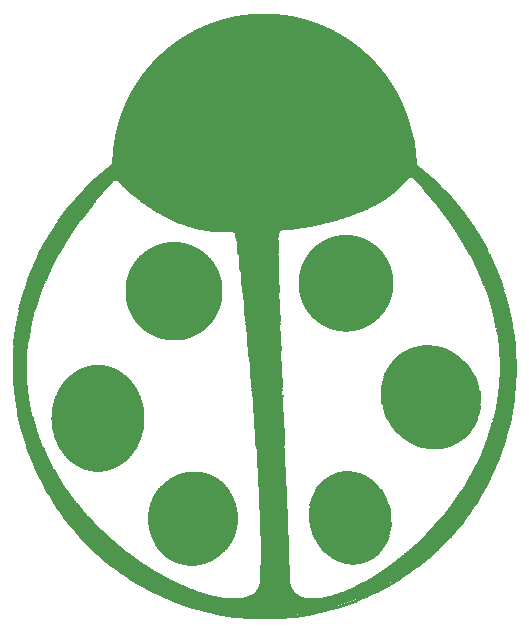
<source format=gto>
G75*
%MOIN*%
%OFA0B0*%
%FSLAX25Y25*%
%IPPOS*%
%LPD*%
%AMOC8*
5,1,8,0,0,1.08239X$1,22.5*
%
%ADD10C,0.01000*%
%ADD11R,0.05250X0.00084*%
%ADD12R,0.09090X0.00083*%
%ADD13R,0.11750X0.00083*%
%ADD14R,0.13910X0.00084*%
%ADD15R,0.15830X0.00083*%
%ADD16R,0.17500X0.00083*%
%ADD17R,0.19090X0.00084*%
%ADD18R,0.20500X0.00083*%
%ADD19R,0.21750X0.00083*%
%ADD20R,0.23090X0.00084*%
%ADD21R,0.24250X0.00083*%
%ADD22R,0.25410X0.00083*%
%ADD23R,0.26410X0.00084*%
%ADD24R,0.27410X0.00083*%
%ADD25R,0.28410X0.00083*%
%ADD26R,0.29410X0.00084*%
%ADD27R,0.30410X0.00083*%
%ADD28R,0.31250X0.00083*%
%ADD29R,0.32090X0.00084*%
%ADD30R,0.32910X0.00083*%
%ADD31R,0.33830X0.00083*%
%ADD32R,0.34580X0.00084*%
%ADD33R,0.35410X0.00083*%
%ADD34R,0.36170X0.00083*%
%ADD35R,0.36910X0.00084*%
%ADD36R,0.37590X0.00083*%
%ADD37R,0.38420X0.00083*%
%ADD38R,0.39090X0.00084*%
%ADD39R,0.39750X0.00083*%
%ADD40R,0.40410X0.00083*%
%ADD41R,0.41090X0.00084*%
%ADD42R,0.41750X0.00083*%
%ADD43R,0.42410X0.00083*%
%ADD44R,0.43080X0.00084*%
%ADD45R,0.43670X0.00083*%
%ADD46R,0.44250X0.00083*%
%ADD47R,0.44910X0.00084*%
%ADD48R,0.45410X0.00083*%
%ADD49R,0.46090X0.00083*%
%ADD50R,0.46590X0.00084*%
%ADD51R,0.47250X0.00083*%
%ADD52R,0.47750X0.00083*%
%ADD53R,0.48410X0.00084*%
%ADD54R,0.48910X0.00083*%
%ADD55R,0.49410X0.00083*%
%ADD56R,0.50010X0.00084*%
%ADD57R,0.50500X0.00083*%
%ADD58R,0.51090X0.00083*%
%ADD59R,0.51590X0.00084*%
%ADD60R,0.52090X0.00083*%
%ADD61R,0.52590X0.00083*%
%ADD62R,0.53090X0.00084*%
%ADD63R,0.53590X0.00083*%
%ADD64R,0.54090X0.00083*%
%ADD65R,0.54590X0.00084*%
%ADD66R,0.55090X0.00083*%
%ADD67R,0.55490X0.00083*%
%ADD68R,0.55910X0.00084*%
%ADD69R,0.56410X0.00083*%
%ADD70R,0.56910X0.00083*%
%ADD71R,0.57410X0.00084*%
%ADD72R,0.57910X0.00083*%
%ADD73R,0.58250X0.00083*%
%ADD74R,0.58750X0.00084*%
%ADD75R,0.59250X0.00083*%
%ADD76R,0.59580X0.00083*%
%ADD77R,0.60090X0.00084*%
%ADD78R,0.60410X0.00083*%
%ADD79R,0.60910X0.00083*%
%ADD80R,0.61250X0.00084*%
%ADD81R,0.19000X0.00083*%
%ADD82R,0.23330X0.00083*%
%ADD83R,0.13330X0.00083*%
%ADD84R,0.18330X0.00083*%
%ADD85R,0.21910X0.00083*%
%ADD86R,0.12750X0.00083*%
%ADD87R,0.17840X0.00084*%
%ADD88R,0.21000X0.00084*%
%ADD89R,0.12340X0.00084*%
%ADD90R,0.20170X0.00083*%
%ADD91R,0.12000X0.00083*%
%ADD92R,0.17170X0.00083*%
%ADD93R,0.19580X0.00083*%
%ADD94R,0.16830X0.00084*%
%ADD95R,0.19000X0.00084*%
%ADD96R,0.11580X0.00084*%
%ADD97R,0.16670X0.00083*%
%ADD98R,0.18420X0.00083*%
%ADD99R,0.11330X0.00083*%
%ADD100R,0.16420X0.00083*%
%ADD101R,0.18000X0.00083*%
%ADD102R,0.11170X0.00083*%
%ADD103R,0.16340X0.00084*%
%ADD104R,0.17580X0.00084*%
%ADD105R,0.11010X0.00084*%
%ADD106R,0.16090X0.00083*%
%ADD107R,0.17160X0.00083*%
%ADD108R,0.10910X0.00083*%
%ADD109R,0.15920X0.00083*%
%ADD110R,0.16750X0.00083*%
%ADD111R,0.10750X0.00083*%
%ADD112R,0.15750X0.00084*%
%ADD113R,0.16420X0.00084*%
%ADD114R,0.10670X0.00084*%
%ADD115R,0.15590X0.00083*%
%ADD116R,0.16080X0.00083*%
%ADD117R,0.10590X0.00083*%
%ADD118R,0.15500X0.00083*%
%ADD119R,0.10410X0.00083*%
%ADD120R,0.15410X0.00084*%
%ADD121R,0.15500X0.00084*%
%ADD122R,0.10410X0.00084*%
%ADD123R,0.15250X0.00083*%
%ADD124R,0.10340X0.00083*%
%ADD125R,0.15170X0.00083*%
%ADD126R,0.15000X0.00083*%
%ADD127R,0.10250X0.00083*%
%ADD128R,0.14990X0.00084*%
%ADD129R,0.14750X0.00084*%
%ADD130R,0.10170X0.00084*%
%ADD131R,0.14590X0.00083*%
%ADD132R,0.10080X0.00083*%
%ADD133R,0.14830X0.00083*%
%ADD134R,0.14330X0.00083*%
%ADD135R,0.10090X0.00083*%
%ADD136R,0.14090X0.00084*%
%ADD137R,0.10000X0.00084*%
%ADD138R,0.14660X0.00083*%
%ADD139R,0.13910X0.00083*%
%ADD140R,0.09910X0.00083*%
%ADD141R,0.14580X0.00083*%
%ADD142R,0.13670X0.00083*%
%ADD143R,0.09830X0.00083*%
%ADD144R,0.14420X0.00084*%
%ADD145R,0.13500X0.00084*%
%ADD146R,0.09750X0.00084*%
%ADD147R,0.14500X0.00083*%
%ADD148R,0.09840X0.00083*%
%ADD149R,0.13170X0.00083*%
%ADD150R,0.09750X0.00083*%
%ADD151R,0.14330X0.00084*%
%ADD152R,0.13080X0.00084*%
%ADD153R,0.09670X0.00084*%
%ADD154R,0.14170X0.00083*%
%ADD155R,0.12920X0.00083*%
%ADD156R,0.09660X0.00083*%
%ADD157R,0.14160X0.00083*%
%ADD158R,0.09580X0.00083*%
%ADD159R,0.14080X0.00084*%
%ADD160R,0.12580X0.00084*%
%ADD161R,0.09580X0.00084*%
%ADD162R,0.14000X0.00083*%
%ADD163R,0.12420X0.00083*%
%ADD164R,0.09500X0.00083*%
%ADD165R,0.13920X0.00084*%
%ADD166R,0.12250X0.00084*%
%ADD167R,0.09420X0.00084*%
%ADD168R,0.13840X0.00083*%
%ADD169R,0.12080X0.00083*%
%ADD170R,0.09410X0.00083*%
%ADD171R,0.13750X0.00083*%
%ADD172R,0.09420X0.00083*%
%ADD173R,0.13670X0.00084*%
%ADD174R,0.11920X0.00084*%
%ADD175R,0.09330X0.00084*%
%ADD176R,0.11840X0.00083*%
%ADD177R,0.09340X0.00083*%
%ADD178R,0.13580X0.00083*%
%ADD179R,0.11660X0.00083*%
%ADD180R,0.09330X0.00083*%
%ADD181R,0.13580X0.00084*%
%ADD182R,0.11660X0.00084*%
%ADD183R,0.13500X0.00083*%
%ADD184R,0.11500X0.00083*%
%ADD185R,0.11420X0.00083*%
%ADD186R,0.09250X0.00083*%
%ADD187R,0.13410X0.00084*%
%ADD188R,0.11340X0.00084*%
%ADD189R,0.09250X0.00084*%
%ADD190R,0.13420X0.00083*%
%ADD191R,0.11250X0.00083*%
%ADD192R,0.11160X0.00083*%
%ADD193R,0.09160X0.00083*%
%ADD194R,0.13330X0.00084*%
%ADD195R,0.11080X0.00084*%
%ADD196R,0.09170X0.00084*%
%ADD197R,0.13340X0.00083*%
%ADD198R,0.11000X0.00083*%
%ADD199R,0.09170X0.00083*%
%ADD200R,0.13240X0.00083*%
%ADD201R,0.10920X0.00083*%
%ADD202R,0.13250X0.00084*%
%ADD203R,0.10920X0.00084*%
%ADD204R,0.13080X0.00083*%
%ADD205R,0.09080X0.00083*%
%ADD206R,0.13090X0.00084*%
%ADD207R,0.10750X0.00084*%
%ADD208R,0.09090X0.00084*%
%ADD209R,0.10580X0.00083*%
%ADD210R,0.13000X0.00083*%
%ADD211R,0.13000X0.00084*%
%ADD212R,0.10580X0.00084*%
%ADD213R,0.10500X0.00083*%
%ADD214R,0.10420X0.00083*%
%ADD215R,0.12830X0.00084*%
%ADD216R,0.10420X0.00084*%
%ADD217R,0.09000X0.00084*%
%ADD218R,0.12830X0.00083*%
%ADD219R,0.10330X0.00083*%
%ADD220R,0.09000X0.00083*%
%ADD221R,0.12840X0.00083*%
%ADD222R,0.10330X0.00084*%
%ADD223R,0.08910X0.00083*%
%ADD224R,0.12750X0.00084*%
%ADD225R,0.12670X0.00083*%
%ADD226R,0.10170X0.00083*%
%ADD227R,0.12580X0.00083*%
%ADD228R,0.08920X0.00083*%
%ADD229R,0.12590X0.00084*%
%ADD230R,0.08920X0.00084*%
%ADD231R,0.12500X0.00084*%
%ADD232R,0.08910X0.00084*%
%ADD233R,0.12500X0.00083*%
%ADD234R,0.10000X0.00083*%
%ADD235R,0.08920X0.00083*%
%ADD236R,0.12420X0.00084*%
%ADD237R,0.08830X0.00084*%
%ADD238R,0.12420X0.00083*%
%ADD239R,0.08840X0.00083*%
%ADD240R,0.12330X0.00083*%
%ADD241R,0.08830X0.00083*%
%ADD242R,0.12250X0.00083*%
%ADD243R,0.12160X0.00083*%
%ADD244R,0.08750X0.00083*%
%ADD245R,0.12170X0.00084*%
%ADD246R,0.09910X0.00084*%
%ADD247R,0.12170X0.00084*%
%ADD248R,0.08840X0.00084*%
%ADD249R,0.08760X0.00083*%
%ADD250R,0.12080X0.00084*%
%ADD251R,0.09830X0.00084*%
%ADD252R,0.12000X0.00084*%
%ADD253R,0.08750X0.00084*%
%ADD254R,0.11920X0.00083*%
%ADD255R,0.08670X0.00083*%
%ADD256R,0.11910X0.00084*%
%ADD257R,0.11910X0.00083*%
%ADD258R,0.11840X0.00084*%
%ADD259R,0.11830X0.00083*%
%ADD260R,0.11830X0.00084*%
%ADD261R,0.08660X0.00084*%
%ADD262R,0.08660X0.00083*%
%ADD263R,0.11750X0.00084*%
%ADD264R,0.11670X0.00083*%
%ADD265R,0.11590X0.00084*%
%ADD266R,0.11590X0.00083*%
%ADD267R,0.09670X0.00084*%
%ADD268R,0.09670X0.00083*%
%ADD269R,0.11500X0.00084*%
%ADD270R,0.08670X0.00084*%
%ADD271R,0.08580X0.00083*%
%ADD272R,0.11420X0.00084*%
%ADD273R,0.08580X0.00084*%
%ADD274R,0.11420X0.00083*%
%ADD275R,0.11330X0.00084*%
%ADD276R,0.08670X0.00083*%
%ADD277R,0.08670X0.00084*%
%ADD278R,0.08590X0.00083*%
%ADD279R,0.11250X0.00084*%
%ADD280R,0.08590X0.00084*%
%ADD281R,0.08500X0.00083*%
%ADD282R,0.11090X0.00083*%
%ADD283R,0.00500X0.00083*%
%ADD284R,0.11160X0.00084*%
%ADD285R,0.03170X0.00084*%
%ADD286R,0.04410X0.00083*%
%ADD287R,0.11080X0.00083*%
%ADD288R,0.05330X0.00083*%
%ADD289R,0.11090X0.00084*%
%ADD290R,0.06170X0.00084*%
%ADD291R,0.06910X0.00083*%
%ADD292R,0.01760X0.00083*%
%ADD293R,0.07500X0.00083*%
%ADD294R,0.03340X0.00083*%
%ADD295R,0.11000X0.00084*%
%ADD296R,0.08170X0.00084*%
%ADD297R,0.04420X0.00084*%
%ADD298R,0.08500X0.00084*%
%ADD299R,0.05250X0.00083*%
%ADD300R,0.09170X0.00083*%
%ADD301R,0.05920X0.00083*%
%ADD302R,0.10920X0.00084*%
%ADD303R,0.06580X0.00084*%
%ADD304R,0.10170X0.00083*%
%ADD305R,0.07160X0.00083*%
%ADD306R,0.08510X0.00083*%
%ADD307R,0.10920X0.00083*%
%ADD308R,0.07660X0.00083*%
%ADD309R,0.10910X0.00084*%
%ADD310R,0.08160X0.00084*%
%ADD311R,0.10840X0.00083*%
%ADD312R,0.09500X0.00084*%
%ADD313R,0.10830X0.00083*%
%ADD314R,0.08410X0.00083*%
%ADD315R,0.10830X0.00084*%
%ADD316R,0.13170X0.00084*%
%ADD317R,0.10660X0.00084*%
%ADD318R,0.13510X0.00083*%
%ADD319R,0.13830X0.00083*%
%ADD320R,0.08420X0.00083*%
%ADD321R,0.14170X0.00084*%
%ADD322R,0.08420X0.00084*%
%ADD323R,0.11920X0.00083*%
%ADD324R,0.14670X0.00083*%
%ADD325R,0.15000X0.00084*%
%ADD326R,0.08410X0.00084*%
%ADD327R,0.10670X0.00083*%
%ADD328R,0.09420X0.00083*%
%ADD329R,0.10670X0.00083*%
%ADD330R,0.15510X0.00083*%
%ADD331R,0.08420X0.00083*%
%ADD332R,0.16000X0.00083*%
%ADD333R,0.10660X0.00083*%
%ADD334R,0.16250X0.00083*%
%ADD335R,0.16510X0.00084*%
%ADD336R,0.08420X0.00084*%
%ADD337R,0.17000X0.00083*%
%ADD338R,0.17170X0.00084*%
%ADD339R,0.14830X0.00084*%
%ADD340R,0.17420X0.00083*%
%ADD341R,0.15080X0.00083*%
%ADD342R,0.17670X0.00083*%
%ADD343R,0.15330X0.00083*%
%ADD344R,0.10500X0.00084*%
%ADD345R,0.17830X0.00084*%
%ADD346R,0.15590X0.00084*%
%ADD347R,0.08330X0.00084*%
%ADD348R,0.18080X0.00083*%
%ADD349R,0.15750X0.00083*%
%ADD350R,0.18250X0.00083*%
%ADD351R,0.18510X0.00084*%
%ADD352R,0.16170X0.00084*%
%ADD353R,0.18670X0.00083*%
%ADD354R,0.16410X0.00083*%
%ADD355R,0.10420X0.00083*%
%ADD356R,0.18920X0.00083*%
%ADD357R,0.16590X0.00083*%
%ADD358R,0.08330X0.00083*%
%ADD359R,0.19080X0.00084*%
%ADD360R,0.16750X0.00084*%
%ADD361R,0.19250X0.00083*%
%ADD362R,0.19420X0.00083*%
%ADD363R,0.19670X0.00084*%
%ADD364R,0.17330X0.00084*%
%ADD365R,0.19830X0.00083*%
%ADD366R,0.20080X0.00083*%
%ADD367R,0.17670X0.00083*%
%ADD368R,0.10340X0.00084*%
%ADD369R,0.20250X0.00084*%
%ADD370R,0.09420X0.00084*%
%ADD371R,0.08340X0.00084*%
%ADD372R,0.20420X0.00083*%
%ADD373R,0.10260X0.00083*%
%ADD374R,0.20580X0.00083*%
%ADD375R,0.10250X0.00084*%
%ADD376R,0.20750X0.00084*%
%ADD377R,0.18420X0.00084*%
%ADD378R,0.20920X0.00083*%
%ADD379R,0.18580X0.00083*%
%ADD380R,0.21080X0.00083*%
%ADD381R,0.18750X0.00083*%
%ADD382R,0.08340X0.00083*%
%ADD383R,0.21250X0.00084*%
%ADD384R,0.18920X0.00084*%
%ADD385R,0.21420X0.00083*%
%ADD386R,0.21500X0.00083*%
%ADD387R,0.19160X0.00083*%
%ADD388R,0.21660X0.00084*%
%ADD389R,0.19340X0.00084*%
%ADD390R,0.08250X0.00084*%
%ADD391R,0.19500X0.00083*%
%ADD392R,0.08250X0.00083*%
%ADD393R,0.19660X0.00083*%
%ADD394R,0.22080X0.00084*%
%ADD395R,0.19840X0.00084*%
%ADD396R,0.22250X0.00083*%
%ADD397R,0.19840X0.00083*%
%ADD398R,0.22420X0.00083*%
%ADD399R,0.20000X0.00083*%
%ADD400R,0.10160X0.00084*%
%ADD401R,0.22500X0.00084*%
%ADD402R,0.20170X0.00084*%
%ADD403R,0.22660X0.00083*%
%ADD404R,0.20340X0.00083*%
%ADD405R,0.22830X0.00083*%
%ADD406R,0.10080X0.00084*%
%ADD407R,0.22910X0.00084*%
%ADD408R,0.20580X0.00084*%
%ADD409R,0.23080X0.00083*%
%ADD410R,0.20750X0.00083*%
%ADD411R,0.23160X0.00083*%
%ADD412R,0.23340X0.00084*%
%ADD413R,0.20920X0.00084*%
%ADD414R,0.23500X0.00083*%
%ADD415R,0.23580X0.00083*%
%ADD416R,0.21250X0.00083*%
%ADD417R,0.23660X0.00084*%
%ADD418R,0.21330X0.00084*%
%ADD419R,0.08170X0.00084*%
%ADD420R,0.09920X0.00083*%
%ADD421R,0.23840X0.00083*%
%ADD422R,0.08170X0.00083*%
%ADD423R,0.09920X0.00083*%
%ADD424R,0.24000X0.00083*%
%ADD425R,0.21580X0.00083*%
%ADD426R,0.08170X0.00083*%
%ADD427R,0.24080X0.00084*%
%ADD428R,0.21670X0.00084*%
%ADD429R,0.24160X0.00083*%
%ADD430R,0.21830X0.00083*%
%ADD431R,0.24340X0.00083*%
%ADD432R,0.21920X0.00083*%
%ADD433R,0.09920X0.00084*%
%ADD434R,0.24420X0.00084*%
%ADD435R,0.22010X0.00084*%
%ADD436R,0.24500X0.00083*%
%ADD437R,0.22170X0.00083*%
%ADD438R,0.24660X0.00083*%
%ADD439R,0.09840X0.00084*%
%ADD440R,0.24840X0.00084*%
%ADD441R,0.22410X0.00084*%
%ADD442R,0.24840X0.00083*%
%ADD443R,0.22410X0.00083*%
%ADD444R,0.25000X0.00083*%
%ADD445R,0.22590X0.00083*%
%ADD446R,0.08160X0.00083*%
%ADD447R,0.25000X0.00084*%
%ADD448R,0.22750X0.00084*%
%ADD449R,0.25160X0.00083*%
%ADD450R,0.22750X0.00083*%
%ADD451R,0.25340X0.00083*%
%ADD452R,0.22910X0.00083*%
%ADD453R,0.25340X0.00084*%
%ADD454R,0.23000X0.00084*%
%ADD455R,0.25500X0.00083*%
%ADD456R,0.23090X0.00083*%
%ADD457R,0.25580X0.00083*%
%ADD458R,0.23170X0.00083*%
%ADD459R,0.25660X0.00084*%
%ADD460R,0.23330X0.00084*%
%ADD461R,0.25750X0.00083*%
%ADD462R,0.25840X0.00083*%
%ADD463R,0.26000X0.00084*%
%ADD464R,0.23500X0.00084*%
%ADD465R,0.26000X0.00083*%
%ADD466R,0.23670X0.00083*%
%ADD467R,0.26160X0.00083*%
%ADD468R,0.23760X0.00083*%
%ADD469R,0.26250X0.00084*%
%ADD470R,0.23840X0.00084*%
%ADD471R,0.26340X0.00083*%
%ADD472R,0.23920X0.00083*%
%ADD473R,0.08080X0.00083*%
%ADD474R,0.26420X0.00083*%
%ADD475R,0.09590X0.00084*%
%ADD476R,0.26500X0.00084*%
%ADD477R,0.08090X0.00084*%
%ADD478R,0.26580X0.00083*%
%ADD479R,0.24080X0.00083*%
%ADD480R,0.26660X0.00083*%
%ADD481R,0.24240X0.00083*%
%ADD482R,0.26750X0.00084*%
%ADD483R,0.24240X0.00084*%
%ADD484R,0.26750X0.00083*%
%ADD485R,0.24420X0.00083*%
%ADD486R,0.26920X0.00083*%
%ADD487R,0.26920X0.00084*%
%ADD488R,0.24500X0.00084*%
%ADD489R,0.27080X0.00083*%
%ADD490R,0.08000X0.00083*%
%ADD491R,0.09410X0.00084*%
%ADD492R,0.27250X0.00084*%
%ADD493R,0.24750X0.00084*%
%ADD494R,0.08000X0.00084*%
%ADD495R,0.27250X0.00083*%
%ADD496R,0.27340X0.00083*%
%ADD497R,0.24920X0.00083*%
%ADD498R,0.27420X0.00084*%
%ADD499R,0.27420X0.00083*%
%ADD500R,0.07990X0.00083*%
%ADD501R,0.27580X0.00083*%
%ADD502R,0.25080X0.00083*%
%ADD503R,0.27580X0.00084*%
%ADD504R,0.25160X0.00084*%
%ADD505R,0.27670X0.00083*%
%ADD506R,0.25250X0.00083*%
%ADD507R,0.27750X0.00083*%
%ADD508R,0.27750X0.00084*%
%ADD509R,0.25420X0.00084*%
%ADD510R,0.27920X0.00083*%
%ADD511R,0.25420X0.00083*%
%ADD512R,0.25510X0.00083*%
%ADD513R,0.28000X0.00084*%
%ADD514R,0.25510X0.00084*%
%ADD515R,0.28080X0.00083*%
%ADD516R,0.25590X0.00083*%
%ADD517R,0.25670X0.00083*%
%ADD518R,0.09170X0.00084*%
%ADD519R,0.28170X0.00084*%
%ADD520R,0.25670X0.00084*%
%ADD521R,0.07920X0.00084*%
%ADD522R,0.28250X0.00083*%
%ADD523R,0.25830X0.00083*%
%ADD524R,0.07910X0.00083*%
%ADD525R,0.28330X0.00084*%
%ADD526R,0.25830X0.00084*%
%ADD527R,0.28420X0.00083*%
%ADD528R,0.25910X0.00083*%
%ADD529R,0.07920X0.00083*%
%ADD530R,0.28500X0.00084*%
%ADD531R,0.26090X0.00084*%
%ADD532R,0.28500X0.00083*%
%ADD533R,0.26090X0.00083*%
%ADD534R,0.28580X0.00083*%
%ADD535R,0.28670X0.00084*%
%ADD536R,0.07840X0.00084*%
%ADD537R,0.28670X0.00083*%
%ADD538R,0.26250X0.00083*%
%ADD539R,0.07840X0.00083*%
%ADD540R,0.28750X0.00083*%
%ADD541R,0.28750X0.00084*%
%ADD542R,0.26330X0.00084*%
%ADD543R,0.07920X0.00084*%
%ADD544R,0.28830X0.00083*%
%ADD545R,0.26330X0.00083*%
%ADD546R,0.07920X0.00083*%
%ADD547R,0.26410X0.00083*%
%ADD548R,0.28920X0.00084*%
%ADD549R,0.29000X0.00083*%
%ADD550R,0.26500X0.00083*%
%ADD551R,0.29000X0.00084*%
%ADD552R,0.26580X0.00084*%
%ADD553R,0.07830X0.00084*%
%ADD554R,0.29170X0.00083*%
%ADD555R,0.07830X0.00083*%
%ADD556R,0.29170X0.00084*%
%ADD557R,0.09160X0.00084*%
%ADD558R,0.26740X0.00084*%
%ADD559R,0.26740X0.00083*%
%ADD560R,0.29250X0.00084*%
%ADD561R,0.29330X0.00083*%
%ADD562R,0.26830X0.00083*%
%ADD563R,0.07750X0.00083*%
%ADD564R,0.29330X0.00084*%
%ADD565R,0.29410X0.00083*%
%ADD566R,0.27000X0.00083*%
%ADD567R,0.27000X0.00084*%
%ADD568R,0.29500X0.00083*%
%ADD569R,0.29500X0.00084*%
%ADD570R,0.27080X0.00084*%
%ADD571R,0.07750X0.00084*%
%ADD572R,0.27160X0.00083*%
%ADD573R,0.08740X0.00083*%
%ADD574R,0.29590X0.00083*%
%ADD575R,0.29590X0.00084*%
%ADD576R,0.27160X0.00084*%
%ADD577R,0.07760X0.00084*%
%ADD578R,0.29670X0.00083*%
%ADD579R,0.29670X0.00084*%
%ADD580R,0.29750X0.00084*%
%ADD581R,0.29750X0.00083*%
%ADD582R,0.27330X0.00083*%
%ADD583R,0.07670X0.00083*%
%ADD584R,0.27330X0.00084*%
%ADD585R,0.07670X0.00084*%
%ADD586R,0.07670X0.00083*%
%ADD587R,0.29830X0.00083*%
%ADD588R,0.29910X0.00084*%
%ADD589R,0.27410X0.00084*%
%ADD590R,0.07670X0.00084*%
%ADD591R,0.29910X0.00083*%
%ADD592R,0.07580X0.00084*%
%ADD593R,0.27500X0.00084*%
%ADD594R,0.07660X0.00084*%
%ADD595R,0.27500X0.00083*%
%ADD596R,0.07590X0.00083*%
%ADD597R,0.07580X0.00083*%
%ADD598R,0.07590X0.00084*%
%ADD599R,0.29830X0.00084*%
%ADD600R,0.07500X0.00084*%
%ADD601R,0.29670X0.00083*%
%ADD602R,0.08080X0.00084*%
%ADD603R,0.29670X0.00084*%
%ADD604R,0.07420X0.00084*%
%ADD605R,0.07420X0.00084*%
%ADD606R,0.07420X0.00083*%
%ADD607R,0.07410X0.00083*%
%ADD608R,0.29580X0.00084*%
%ADD609R,0.29580X0.00083*%
%ADD610R,0.07420X0.00083*%
%ADD611R,0.08010X0.00084*%
%ADD612R,0.07410X0.00084*%
%ADD613R,0.08090X0.00083*%
%ADD614R,0.27170X0.00083*%
%ADD615R,0.29420X0.00083*%
%ADD616R,0.29420X0.00084*%
%ADD617R,0.27170X0.00084*%
%ADD618R,0.08010X0.00083*%
%ADD619R,0.27090X0.00083*%
%ADD620R,0.07330X0.00083*%
%ADD621R,0.27090X0.00084*%
%ADD622R,0.07340X0.00084*%
%ADD623R,0.29250X0.00083*%
%ADD624R,0.07910X0.00084*%
%ADD625R,0.07330X0.00084*%
%ADD626R,0.26910X0.00083*%
%ADD627R,0.07340X0.00083*%
%ADD628R,0.29170X0.00083*%
%ADD629R,0.29080X0.00084*%
%ADD630R,0.26910X0.00084*%
%ADD631R,0.29080X0.00083*%
%ADD632R,0.26830X0.00084*%
%ADD633R,0.28920X0.00083*%
%ADD634R,0.26670X0.00083*%
%ADD635R,0.28920X0.00084*%
%ADD636R,0.26670X0.00084*%
%ADD637R,0.07250X0.00084*%
%ADD638R,0.07250X0.00083*%
%ADD639R,0.28660X0.00083*%
%ADD640R,0.28580X0.00084*%
%ADD641R,0.26420X0.00084*%
%ADD642R,0.28420X0.00084*%
%ADD643R,0.26340X0.00084*%
%ADD644R,0.28420X0.00083*%
%ADD645R,0.28250X0.00084*%
%ADD646R,0.26160X0.00084*%
%ADD647R,0.28160X0.00083*%
%ADD648R,0.28160X0.00084*%
%ADD649R,0.07170X0.00084*%
%ADD650R,0.07170X0.00083*%
%ADD651R,0.28000X0.00083*%
%ADD652R,0.25910X0.00084*%
%ADD653R,0.07160X0.00084*%
%ADD654R,0.27920X0.00083*%
%ADD655R,0.07170X0.00083*%
%ADD656R,0.27840X0.00083*%
%ADD657R,0.25750X0.00084*%
%ADD658R,0.07170X0.00084*%
%ADD659R,0.27660X0.00083*%
%ADD660R,0.25660X0.00083*%
%ADD661R,0.25580X0.00084*%
%ADD662R,0.27340X0.00084*%
%ADD663R,0.25330X0.00084*%
%ADD664R,0.07080X0.00084*%
%ADD665R,0.25330X0.00083*%
%ADD666R,0.25170X0.00084*%
%ADD667R,0.25170X0.00083*%
%ADD668R,0.07090X0.00084*%
%ADD669R,0.26840X0.00083*%
%ADD670R,0.24910X0.00083*%
%ADD671R,0.24830X0.00083*%
%ADD672R,0.07080X0.00083*%
%ADD673R,0.26660X0.00084*%
%ADD674R,0.24750X0.00083*%
%ADD675R,0.07090X0.00083*%
%ADD676R,0.24590X0.00083*%
%ADD677R,0.24590X0.00084*%
%ADD678R,0.24410X0.00083*%
%ADD679R,0.07000X0.00083*%
%ADD680R,0.24330X0.00084*%
%ADD681R,0.26080X0.00083*%
%ADD682R,0.24170X0.00083*%
%ADD683R,0.25920X0.00084*%
%ADD684R,0.24090X0.00084*%
%ADD685R,0.07000X0.00084*%
%ADD686R,0.25420X0.00083*%
%ADD687R,0.09340X0.00084*%
%ADD688R,0.23580X0.00084*%
%ADD689R,0.23420X0.00083*%
%ADD690R,0.06920X0.00083*%
%ADD691R,0.25080X0.00084*%
%ADD692R,0.23250X0.00084*%
%ADD693R,0.24920X0.00083*%
%ADD694R,0.23250X0.00083*%
%ADD695R,0.24580X0.00083*%
%ADD696R,0.22920X0.00083*%
%ADD697R,0.22840X0.00083*%
%ADD698R,0.24420X0.00084*%
%ADD699R,0.22660X0.00084*%
%ADD700R,0.22580X0.00083*%
%ADD701R,0.22500X0.00083*%
%ADD702R,0.22340X0.00084*%
%ADD703R,0.06920X0.00084*%
%ADD704R,0.22340X0.00083*%
%ADD705R,0.06920X0.00083*%
%ADD706R,0.23750X0.00083*%
%ADD707R,0.22160X0.00083*%
%ADD708R,0.23670X0.00084*%
%ADD709R,0.06910X0.00084*%
%ADD710R,0.21840X0.00083*%
%ADD711R,0.21750X0.00084*%
%ADD712R,0.06920X0.00084*%
%ADD713R,0.21590X0.00083*%
%ADD714R,0.06830X0.00083*%
%ADD715R,0.22920X0.00084*%
%ADD716R,0.21420X0.00084*%
%ADD717R,0.06830X0.00084*%
%ADD718R,0.06840X0.00083*%
%ADD719R,0.22330X0.00083*%
%ADD720R,0.20830X0.00083*%
%ADD721R,0.20670X0.00084*%
%ADD722R,0.06840X0.00084*%
%ADD723R,0.21920X0.00083*%
%ADD724R,0.20330X0.00083*%
%ADD725R,0.21580X0.00084*%
%ADD726R,0.20170X0.00084*%
%ADD727R,0.21420X0.00083*%
%ADD728R,0.20090X0.00083*%
%ADD729R,0.21330X0.00083*%
%ADD730R,0.19910X0.00083*%
%ADD731R,0.21160X0.00084*%
%ADD732R,0.19750X0.00084*%
%ADD733R,0.21000X0.00083*%
%ADD734R,0.19590X0.00083*%
%ADD735R,0.06750X0.00083*%
%ADD736R,0.20670X0.00084*%
%ADD737R,0.19420X0.00084*%
%ADD738R,0.19090X0.00083*%
%ADD739R,0.18910X0.00084*%
%ADD740R,0.06750X0.00084*%
%ADD741R,0.18500X0.00083*%
%ADD742R,0.19500X0.00084*%
%ADD743R,0.18330X0.00084*%
%ADD744R,0.19340X0.00083*%
%ADD745R,0.18160X0.00083*%
%ADD746R,0.06660X0.00083*%
%ADD747R,0.19170X0.00083*%
%ADD748R,0.17920X0.00084*%
%ADD749R,0.18830X0.00083*%
%ADD750R,0.17750X0.00083*%
%ADD751R,0.18670X0.00083*%
%ADD752R,0.17580X0.00083*%
%ADD753R,0.18420X0.00084*%
%ADD754R,0.17420X0.00084*%
%ADD755R,0.06660X0.00084*%
%ADD756R,0.18170X0.00083*%
%ADD757R,0.06670X0.00083*%
%ADD758R,0.16920X0.00083*%
%ADD759R,0.06670X0.00083*%
%ADD760R,0.17590X0.00083*%
%ADD761R,0.16580X0.00083*%
%ADD762R,0.17340X0.00083*%
%ADD763R,0.17090X0.00084*%
%ADD764R,0.16160X0.00084*%
%ADD765R,0.16910X0.00083*%
%ADD766R,0.15840X0.00083*%
%ADD767R,0.06670X0.00084*%
%ADD768R,0.16420X0.00084*%
%ADD769R,0.15580X0.00084*%
%ADD770R,0.06670X0.00084*%
%ADD771R,0.06580X0.00083*%
%ADD772R,0.16170X0.00083*%
%ADD773R,0.15340X0.00083*%
%ADD774R,0.15910X0.00083*%
%ADD775R,0.15160X0.00083*%
%ADD776R,0.15670X0.00084*%
%ADD777R,0.14920X0.00084*%
%ADD778R,0.15420X0.00083*%
%ADD779R,0.15090X0.00083*%
%ADD780R,0.14410X0.00083*%
%ADD781R,0.06590X0.00083*%
%ADD782R,0.14160X0.00084*%
%ADD783R,0.13920X0.00083*%
%ADD784R,0.14250X0.00083*%
%ADD785R,0.13660X0.00083*%
%ADD786R,0.06490X0.00084*%
%ADD787R,0.13420X0.00084*%
%ADD788R,0.13670X0.00083*%
%ADD789R,0.06500X0.00083*%
%ADD790R,0.13410X0.00083*%
%ADD791R,0.06500X0.00084*%
%ADD792R,0.12410X0.00083*%
%ADD793R,0.11670X0.00084*%
%ADD794R,0.06420X0.00083*%
%ADD795R,0.06420X0.00083*%
%ADD796R,0.06410X0.00084*%
%ADD797R,0.06420X0.00084*%
%ADD798R,0.06410X0.00083*%
%ADD799R,0.05920X0.00084*%
%ADD800R,0.05090X0.00083*%
%ADD801R,0.06080X0.00083*%
%ADD802R,0.06510X0.00083*%
%ADD803R,0.06340X0.00083*%
%ADD804R,0.03920X0.00083*%
%ADD805R,0.02410X0.00084*%
%ADD806R,0.04590X0.00084*%
%ADD807R,0.06330X0.00083*%
%ADD808R,0.03590X0.00083*%
%ADD809R,0.02080X0.00083*%
%ADD810R,0.06330X0.00084*%
%ADD811R,0.01000X0.00084*%
%ADD812R,0.04500X0.00083*%
%ADD813R,0.06250X0.00084*%
%ADD814R,0.05340X0.00084*%
%ADD815R,0.06160X0.00083*%
%ADD816R,0.06250X0.00083*%
%ADD817R,0.06340X0.00084*%
%ADD818R,0.06260X0.00083*%
%ADD819R,0.06170X0.00083*%
%ADD820R,0.06170X0.00084*%
%ADD821R,0.13160X0.00083*%
%ADD822R,0.06170X0.00083*%
%ADD823R,0.14340X0.00084*%
%ADD824R,0.14840X0.00083*%
%ADD825R,0.06080X0.00084*%
%ADD826R,0.15160X0.00084*%
%ADD827R,0.06090X0.00083*%
%ADD828R,0.15660X0.00083*%
%ADD829R,0.15920X0.00084*%
%ADD830R,0.16160X0.00083*%
%ADD831R,0.06000X0.00083*%
%ADD832R,0.16340X0.00083*%
%ADD833R,0.16660X0.00084*%
%ADD834R,0.16840X0.00083*%
%ADD835R,0.06000X0.00084*%
%ADD836R,0.17340X0.00084*%
%ADD837R,0.17660X0.00083*%
%ADD838R,0.18340X0.00083*%
%ADD839R,0.18500X0.00084*%
%ADD840R,0.18660X0.00083*%
%ADD841R,0.18840X0.00083*%
%ADD842R,0.05920X0.00083*%
%ADD843R,0.05910X0.00084*%
%ADD844R,0.19670X0.00084*%
%ADD845R,0.05920X0.00084*%
%ADD846R,0.20160X0.00084*%
%ADD847R,0.20660X0.00084*%
%ADD848R,0.05910X0.00083*%
%ADD849R,0.20840X0.00083*%
%ADD850R,0.05830X0.00083*%
%ADD851R,0.05840X0.00083*%
%ADD852R,0.21340X0.00083*%
%ADD853R,0.09590X0.00083*%
%ADD854R,0.05830X0.00084*%
%ADD855R,0.21660X0.00083*%
%ADD856R,0.22000X0.00084*%
%ADD857R,0.06160X0.00084*%
%ADD858R,0.05840X0.00084*%
%ADD859R,0.06090X0.00084*%
%ADD860R,0.05750X0.00084*%
%ADD861R,0.22840X0.00084*%
%ADD862R,0.23000X0.00083*%
%ADD863R,0.05750X0.00083*%
%ADD864R,0.23160X0.00084*%
%ADD865R,0.23340X0.00083*%
%ADD866R,0.05670X0.00083*%
%ADD867R,0.24000X0.00084*%
%ADD868R,0.05670X0.00083*%
%ADD869R,0.05670X0.00084*%
%ADD870R,0.24660X0.00084*%
%ADD871R,0.05660X0.00083*%
%ADD872R,0.05660X0.00084*%
%ADD873R,0.05670X0.00084*%
%ADD874R,0.09660X0.00084*%
%ADD875R,0.03080X0.00084*%
%ADD876R,0.05590X0.00083*%
%ADD877R,0.05500X0.00083*%
%ADD878R,0.05580X0.00084*%
%ADD879R,0.25670X0.00084*%
%ADD880R,0.05580X0.00083*%
%ADD881R,0.25670X0.00083*%
%ADD882R,0.25840X0.00084*%
%ADD883R,0.08490X0.00084*%
%ADD884R,0.26170X0.00083*%
%ADD885R,0.05590X0.00084*%
%ADD886R,0.26170X0.00084*%
%ADD887R,0.10090X0.00084*%
%ADD888R,0.09670X0.00083*%
%ADD889R,0.05500X0.00084*%
%ADD890R,0.13170X0.00083*%
%ADD891R,0.13830X0.00084*%
%ADD892R,0.14260X0.00083*%
%ADD893R,0.14920X0.00084*%
%ADD894R,0.15840X0.00084*%
%ADD895R,0.05420X0.00084*%
%ADD896R,0.27660X0.00084*%
%ADD897R,0.05420X0.00084*%
%ADD898R,0.27840X0.00084*%
%ADD899R,0.17500X0.00084*%
%ADD900R,0.05510X0.00083*%
%ADD901R,0.18250X0.00084*%
%ADD902R,0.05420X0.00083*%
%ADD903R,0.05420X0.00083*%
%ADD904R,0.28340X0.00084*%
%ADD905R,0.18920X0.00084*%
%ADD906R,0.28340X0.00083*%
%ADD907R,0.19580X0.00084*%
%ADD908R,0.05410X0.00083*%
%ADD909R,0.05410X0.00084*%
%ADD910R,0.28660X0.00084*%
%ADD911R,0.28840X0.00083*%
%ADD912R,0.20670X0.00083*%
%ADD913R,0.28840X0.00084*%
%ADD914R,0.20830X0.00084*%
%ADD915R,0.05340X0.00083*%
%ADD916R,0.21090X0.00083*%
%ADD917R,0.05330X0.00084*%
%ADD918R,0.21410X0.00084*%
%ADD919R,0.21670X0.00083*%
%ADD920R,0.29160X0.00083*%
%ADD921R,0.29160X0.00084*%
%ADD922R,0.22090X0.00084*%
%ADD923R,0.29340X0.00083*%
%ADD924R,0.29340X0.00084*%
%ADD925R,0.22590X0.00084*%
%ADD926R,0.29660X0.00084*%
%ADD927R,0.29660X0.00083*%
%ADD928R,0.23740X0.00083*%
%ADD929R,0.05260X0.00083*%
%ADD930R,0.23830X0.00083*%
%ADD931R,0.05260X0.00084*%
%ADD932R,0.29840X0.00083*%
%ADD933R,0.29840X0.00084*%
%ADD934R,0.30000X0.00083*%
%ADD935R,0.30000X0.00084*%
%ADD936R,0.24920X0.00084*%
%ADD937R,0.05170X0.00083*%
%ADD938R,0.30160X0.00083*%
%ADD939R,0.05160X0.00083*%
%ADD940R,0.30160X0.00084*%
%ADD941R,0.05170X0.00083*%
%ADD942R,0.05170X0.00084*%
%ADD943R,0.30340X0.00084*%
%ADD944R,0.30340X0.00083*%
%ADD945R,0.26420X0.00083*%
%ADD946R,0.05170X0.00084*%
%ADD947R,0.26420X0.00084*%
%ADD948R,0.30420X0.00083*%
%ADD949R,0.05160X0.00084*%
%ADD950R,0.30500X0.00084*%
%ADD951R,0.30500X0.00083*%
%ADD952R,0.05080X0.00084*%
%ADD953R,0.30660X0.00084*%
%ADD954R,0.30660X0.00083*%
%ADD955R,0.27670X0.00083*%
%ADD956R,0.27920X0.00084*%
%ADD957R,0.05080X0.00083*%
%ADD958R,0.28090X0.00083*%
%ADD959R,0.28330X0.00083*%
%ADD960R,0.30840X0.00084*%
%ADD961R,0.30840X0.00083*%
%ADD962R,0.05090X0.00084*%
%ADD963R,0.28920X0.00083*%
%ADD964R,0.29420X0.00083*%
%ADD965R,0.05000X0.00084*%
%ADD966R,0.09920X0.00084*%
%ADD967R,0.30920X0.00084*%
%ADD968R,0.05000X0.00083*%
%ADD969R,0.30920X0.00083*%
%ADD970R,0.31000X0.00083*%
%ADD971R,0.30080X0.00083*%
%ADD972R,0.31000X0.00084*%
%ADD973R,0.30250X0.00084*%
%ADD974R,0.30250X0.00083*%
%ADD975R,0.30420X0.00083*%
%ADD976R,0.30420X0.00084*%
%ADD977R,0.30580X0.00083*%
%ADD978R,0.30670X0.00084*%
%ADD979R,0.30750X0.00083*%
%ADD980R,0.30830X0.00083*%
%ADD981R,0.04920X0.00084*%
%ADD982R,0.30830X0.00084*%
%ADD983R,0.30910X0.00083*%
%ADD984R,0.04920X0.00083*%
%ADD985R,0.31090X0.00083*%
%ADD986R,0.31170X0.00083*%
%ADD987R,0.31250X0.00084*%
%ADD988R,0.04910X0.00083*%
%ADD989R,0.31410X0.00083*%
%ADD990R,0.04910X0.00084*%
%ADD991R,0.31410X0.00084*%
%ADD992R,0.31500X0.00083*%
%ADD993R,0.31590X0.00084*%
%ADD994R,0.04920X0.00083*%
%ADD995R,0.31670X0.00083*%
%ADD996R,0.31670X0.00084*%
%ADD997R,0.31830X0.00083*%
%ADD998R,0.04920X0.00084*%
%ADD999R,0.31830X0.00084*%
%ADD1000R,0.31920X0.00083*%
%ADD1001R,0.32000X0.00084*%
%ADD1002R,0.32080X0.00083*%
%ADD1003R,0.32080X0.00084*%
%ADD1004R,0.32160X0.00083*%
%ADD1005R,0.32250X0.00083*%
%ADD1006R,0.32250X0.00084*%
%ADD1007R,0.32340X0.00083*%
%ADD1008R,0.04840X0.00084*%
%ADD1009R,0.32340X0.00084*%
%ADD1010R,0.04840X0.00083*%
%ADD1011R,0.10160X0.00083*%
%ADD1012R,0.32420X0.00083*%
%ADD1013R,0.32500X0.00084*%
%ADD1014R,0.32500X0.00083*%
%ADD1015R,0.04830X0.00083*%
%ADD1016R,0.32580X0.00083*%
%ADD1017R,0.04830X0.00084*%
%ADD1018R,0.32580X0.00084*%
%ADD1019R,0.32670X0.00083*%
%ADD1020R,0.32670X0.00084*%
%ADD1021R,0.32750X0.00083*%
%ADD1022R,0.32830X0.00084*%
%ADD1023R,0.32830X0.00083*%
%ADD1024R,0.10170X0.00084*%
%ADD1025R,0.32910X0.00084*%
%ADD1026R,0.33000X0.00083*%
%ADD1027R,0.33090X0.00084*%
%ADD1028R,0.33090X0.00083*%
%ADD1029R,0.33170X0.00083*%
%ADD1030R,0.33170X0.00084*%
%ADD1031R,0.04750X0.00083*%
%ADD1032R,0.33250X0.00083*%
%ADD1033R,0.33250X0.00084*%
%ADD1034R,0.04750X0.00084*%
%ADD1035R,0.33160X0.00083*%
%ADD1036R,0.33160X0.00084*%
%ADD1037R,0.33170X0.00083*%
%ADD1038R,0.33170X0.00084*%
%ADD1039R,0.26840X0.00084*%
%ADD1040R,0.33000X0.00084*%
%ADD1041R,0.32920X0.00084*%
%ADD1042R,0.32920X0.00083*%
%ADD1043R,0.32840X0.00083*%
%ADD1044R,0.32750X0.00084*%
%ADD1045R,0.32660X0.00084*%
%ADD1046R,0.32660X0.00083*%
%ADD1047R,0.32420X0.00084*%
%ADD1048R,0.04670X0.00083*%
%ADD1049R,0.24330X0.00083*%
%ADD1050R,0.32330X0.00083*%
%ADD1051R,0.24160X0.00084*%
%ADD1052R,0.32330X0.00084*%
%ADD1053R,0.32170X0.00083*%
%ADD1054R,0.32170X0.00084*%
%ADD1055R,0.23660X0.00083*%
%ADD1056R,0.32000X0.00083*%
%ADD1057R,0.31910X0.00084*%
%ADD1058R,0.31910X0.00083*%
%ADD1059R,0.04670X0.00083*%
%ADD1060R,0.31750X0.00083*%
%ADD1061R,0.31750X0.00084*%
%ADD1062R,0.22160X0.00084*%
%ADD1063R,0.22000X0.00083*%
%ADD1064R,0.31590X0.00083*%
%ADD1065R,0.31500X0.00084*%
%ADD1066R,0.31330X0.00083*%
%ADD1067R,0.21340X0.00084*%
%ADD1068R,0.31330X0.00084*%
%ADD1069R,0.21160X0.00083*%
%ADD1070R,0.31170X0.00083*%
%ADD1071R,0.20840X0.00084*%
%ADD1072R,0.31080X0.00084*%
%ADD1073R,0.20660X0.00083*%
%ADD1074R,0.31080X0.00083*%
%ADD1075R,0.04660X0.00083*%
%ADD1076R,0.04660X0.00084*%
%ADD1077R,0.20340X0.00084*%
%ADD1078R,0.10590X0.00084*%
%ADD1079R,0.20160X0.00083*%
%ADD1080R,0.30750X0.00084*%
%ADD1081R,0.19670X0.00083*%
%ADD1082R,0.19080X0.00083*%
%ADD1083R,0.18660X0.00084*%
%ADD1084R,0.18160X0.00084*%
%ADD1085R,0.10670X0.00084*%
%ADD1086R,0.30080X0.00084*%
%ADD1087R,0.17840X0.00083*%
%ADD1088R,0.29920X0.00083*%
%ADD1089R,0.29920X0.00084*%
%ADD1090R,0.16840X0.00084*%
%ADD1091R,0.16660X0.00083*%
%ADD1092R,0.15340X0.00084*%
%ADD1093R,0.29090X0.00084*%
%ADD1094R,0.29090X0.00083*%
%ADD1095R,0.28910X0.00083*%
%ADD1096R,0.14660X0.00084*%
%ADD1097R,0.28910X0.00084*%
%ADD1098R,0.14340X0.00083*%
%ADD1099R,0.13840X0.00084*%
%ADD1100R,0.12840X0.00084*%
%ADD1101R,0.28170X0.00083*%
%ADD1102R,0.27830X0.00083*%
%ADD1103R,0.10740X0.00084*%
%ADD1104R,0.27670X0.00084*%
%ADD1105R,0.27260X0.00083*%
%ADD1106R,0.04340X0.00083*%
%ADD1107R,0.03160X0.00084*%
%ADD1108R,0.00840X0.00083*%
%ADD1109R,0.25920X0.00084*%
%ADD1110R,0.25500X0.00084*%
%ADD1111R,0.25090X0.00084*%
%ADD1112R,0.25010X0.00083*%
%ADD1113R,0.24670X0.00084*%
%ADD1114R,0.24170X0.00084*%
%ADD1115R,0.24090X0.00083*%
%ADD1116R,0.23910X0.00083*%
%ADD1117R,0.23750X0.00084*%
%ADD1118R,0.23590X0.00083*%
%ADD1119R,0.23410X0.00083*%
%ADD1120R,0.10840X0.00084*%
%ADD1121R,0.22920X0.00083*%
%ADD1122R,0.22250X0.00084*%
%ADD1123R,0.22080X0.00083*%
%ADD1124R,0.21670X0.00084*%
%ADD1125R,0.21080X0.00084*%
%ADD1126R,0.20920X0.00083*%
%ADD1127R,0.20760X0.00083*%
%ADD1128R,0.20500X0.00084*%
%ADD1129R,0.19160X0.00084*%
%ADD1130R,0.17750X0.00084*%
%ADD1131R,0.17250X0.00083*%
%ADD1132R,0.17000X0.00084*%
%ADD1133R,0.16420X0.00083*%
%ADD1134R,0.16170X0.00084*%
%ADD1135R,0.15250X0.00084*%
%ADD1136R,0.14910X0.00083*%
%ADD1137R,0.14250X0.00084*%
%ADD1138R,0.13590X0.00083*%
%ADD1139R,0.12090X0.00084*%
%ADD1140R,0.11670X0.00083*%
%ADD1141R,0.04740X0.00084*%
%ADD1142R,0.03420X0.00083*%
%ADD1143R,0.00830X0.00083*%
%ADD1144R,0.11170X0.00083*%
%ADD1145R,0.11170X0.00084*%
%ADD1146R,0.03250X0.00083*%
%ADD1147R,0.11340X0.00083*%
%ADD1148R,0.04590X0.00083*%
%ADD1149R,0.11260X0.00084*%
%ADD1150R,0.11260X0.00083*%
%ADD1151R,0.11580X0.00083*%
%ADD1152R,0.14580X0.00084*%
%ADD1153R,0.14920X0.00083*%
%ADD1154R,0.16670X0.00083*%
%ADD1155R,0.17250X0.00084*%
%ADD1156R,0.18000X0.00084*%
%ADD1157R,0.11410X0.00083*%
%ADD1158R,0.18750X0.00084*%
%ADD1159R,0.11410X0.00084*%
%ADD1160R,0.01830X0.00084*%
%ADD1161R,0.03750X0.00083*%
%ADD1162R,0.19170X0.00083*%
%ADD1163R,0.19670X0.00083*%
%ADD1164R,0.20000X0.00084*%
%ADD1165R,0.20490X0.00083*%
%ADD1166R,0.11170X0.00084*%
%ADD1167R,0.21490X0.00083*%
%ADD1168R,0.21830X0.00084*%
%ADD1169R,0.12420X0.00084*%
%ADD1170R,0.22330X0.00084*%
%ADD1171R,0.22490X0.00083*%
%ADD1172R,0.22670X0.00083*%
%ADD1173R,0.14170X0.00083*%
%ADD1174R,0.22830X0.00084*%
%ADD1175R,0.14750X0.00083*%
%ADD1176R,0.23170X0.00083*%
%ADD1177R,0.15420X0.00084*%
%ADD1178R,0.23490X0.00083*%
%ADD1179R,0.23670X0.00083*%
%ADD1180R,0.15920X0.00083*%
%ADD1181R,0.23830X0.00084*%
%ADD1182R,0.11670X0.00084*%
%ADD1183R,0.16250X0.00084*%
%ADD1184R,0.16500X0.00083*%
%ADD1185R,0.24170X0.00083*%
%ADD1186R,0.17080X0.00084*%
%ADD1187R,0.18920X0.00083*%
%ADD1188R,0.19170X0.00084*%
%ADD1189R,0.19330X0.00083*%
%ADD1190R,0.26170X0.00083*%
%ADD1191R,0.20170X0.00083*%
%ADD1192R,0.20420X0.00084*%
%ADD1193R,0.26510X0.00083*%
%ADD1194R,0.26590X0.00084*%
%ADD1195R,0.20920X0.00084*%
%ADD1196R,0.21500X0.00084*%
%ADD1197R,0.21670X0.00083*%
%ADD1198R,0.22170X0.00083*%
%ADD1199R,0.22420X0.00083*%
%ADD1200R,0.27590X0.00084*%
%ADD1201R,0.22670X0.00083*%
%ADD1202R,0.27910X0.00084*%
%ADD1203R,0.28170X0.00084*%
%ADD1204R,0.23420X0.00084*%
%ADD1205R,0.28410X0.00084*%
%ADD1206R,0.23920X0.00084*%
%ADD1207R,0.28590X0.00083*%
%ADD1208R,0.24250X0.00084*%
%ADD1209R,0.25420X0.00084*%
%ADD1210R,0.25920X0.00083*%
%ADD1211R,0.30090X0.00083*%
%ADD1212R,0.30090X0.00084*%
%ADD1213R,0.05990X0.00083*%
%ADD1214R,0.30330X0.00083*%
%ADD1215R,0.30410X0.00084*%
%ADD1216R,0.30590X0.00083*%
%ADD1217R,0.30590X0.00084*%
%ADD1218R,0.30910X0.00084*%
%ADD1219R,0.27920X0.00084*%
%ADD1220R,0.31090X0.00084*%
%ADD1221R,0.28240X0.00083*%
%ADD1222R,0.28420X0.00084*%
%ADD1223R,0.12160X0.00084*%
%ADD1224R,0.29920X0.00084*%
%ADD1225R,0.29920X0.00083*%
%ADD1226R,0.32090X0.00083*%
%ADD1227R,0.12170X0.00083*%
%ADD1228R,0.32170X0.00083*%
%ADD1229R,0.32170X0.00084*%
%ADD1230R,0.30240X0.00083*%
%ADD1231R,0.30330X0.00084*%
%ADD1232R,0.06010X0.00083*%
%ADD1233R,0.30420X0.00084*%
%ADD1234R,0.30580X0.00084*%
%ADD1235R,0.30670X0.00083*%
%ADD1236R,0.12330X0.00084*%
%ADD1237R,0.31420X0.00083*%
%ADD1238R,0.31420X0.00084*%
%ADD1239R,0.31580X0.00083*%
%ADD1240R,0.31580X0.00084*%
%ADD1241R,0.12590X0.00083*%
%ADD1242R,0.06420X0.00084*%
%ADD1243R,0.31920X0.00084*%
%ADD1244R,0.12670X0.00083*%
%ADD1245R,0.12670X0.00084*%
%ADD1246R,0.31170X0.00084*%
%ADD1247R,0.06590X0.00084*%
%ADD1248R,0.12910X0.00083*%
%ADD1249R,0.12910X0.00084*%
%ADD1250R,0.30670X0.00084*%
%ADD1251R,0.30240X0.00084*%
%ADD1252R,0.29420X0.00084*%
%ADD1253R,0.13250X0.00083*%
%ADD1254R,0.28080X0.00084*%
%ADD1255R,0.27830X0.00084*%
%ADD1256R,0.13420X0.00084*%
%ADD1257R,0.27170X0.00083*%
%ADD1258R,0.06990X0.00083*%
%ADD1259R,0.25250X0.00084*%
%ADD1260R,0.25170X0.00083*%
%ADD1261R,0.07010X0.00083*%
%ADD1262R,0.20910X0.00084*%
%ADD1263R,0.24670X0.00083*%
%ADD1264R,0.13670X0.00084*%
%ADD1265R,0.24580X0.00084*%
%ADD1266R,0.19660X0.00084*%
%ADD1267R,0.13750X0.00084*%
%ADD1268R,0.21760X0.00084*%
%ADD1269R,0.15580X0.00083*%
%ADD1270R,0.13920X0.00083*%
%ADD1271R,0.13920X0.00084*%
%ADD1272R,0.20080X0.00084*%
%ADD1273R,0.19920X0.00083*%
%ADD1274R,0.19750X0.00083*%
%ADD1275R,0.14000X0.00084*%
%ADD1276R,0.18420X0.00083*%
%ADD1277R,0.17920X0.00083*%
%ADD1278R,0.14080X0.00083*%
%ADD1279R,0.04580X0.00083*%
%ADD1280R,0.03250X0.00084*%
%ADD1281R,0.15080X0.00084*%
%ADD1282R,0.14420X0.00083*%
%ADD1283R,0.09080X0.00084*%
%ADD1284R,0.04580X0.00084*%
%ADD1285R,0.03330X0.00083*%
%ADD1286R,0.00420X0.00083*%
%ADD1287R,0.14500X0.00084*%
%ADD1288R,0.14910X0.00084*%
%ADD1289R,0.15170X0.00083*%
%ADD1290R,0.02420X0.00083*%
%ADD1291R,0.16500X0.00084*%
%ADD1292R,0.24760X0.00084*%
%ADD1293R,0.33750X0.00083*%
%ADD1294R,0.34670X0.00084*%
%ADD1295R,0.35580X0.00083*%
%ADD1296R,0.36330X0.00083*%
%ADD1297R,0.37250X0.00084*%
%ADD1298R,0.38090X0.00083*%
%ADD1299R,0.38750X0.00083*%
%ADD1300R,0.39580X0.00084*%
%ADD1301R,0.40250X0.00083*%
%ADD1302R,0.41000X0.00083*%
%ADD1303R,0.41670X0.00084*%
%ADD1304R,0.42330X0.00083*%
%ADD1305R,0.43000X0.00083*%
%ADD1306R,0.43580X0.00084*%
%ADD1307R,0.44920X0.00083*%
%ADD1308R,0.45500X0.00084*%
%ADD1309R,0.46670X0.00083*%
%ADD1310R,0.47250X0.00084*%
%ADD1311R,0.47830X0.00083*%
%ADD1312R,0.48410X0.00083*%
%ADD1313R,0.49000X0.00084*%
%ADD1314R,0.49500X0.00083*%
%ADD1315R,0.50000X0.00083*%
%ADD1316R,0.50580X0.00084*%
%ADD1317R,0.51080X0.00083*%
%ADD1318R,0.51580X0.00083*%
%ADD1319R,0.52080X0.00084*%
%ADD1320R,0.53170X0.00083*%
%ADD1321R,0.53580X0.00084*%
%ADD1322R,0.54080X0.00083*%
%ADD1323R,0.54500X0.00083*%
%ADD1324R,0.55010X0.00084*%
%ADD1325R,0.56000X0.00083*%
%ADD1326R,0.56420X0.00084*%
%ADD1327R,0.56830X0.00083*%
%ADD1328R,0.57250X0.00083*%
%ADD1329R,0.57750X0.00084*%
%ADD1330R,0.58160X0.00083*%
%ADD1331R,0.58580X0.00083*%
%ADD1332R,0.59000X0.00084*%
%ADD1333R,0.59410X0.00083*%
%ADD1334R,0.59830X0.00083*%
%ADD1335R,0.60250X0.00084*%
%ADD1336R,0.60660X0.00083*%
%ADD1337R,0.61080X0.00083*%
%ADD1338R,0.61500X0.00084*%
%ADD1339R,0.61830X0.00083*%
%ADD1340R,0.62250X0.00083*%
%ADD1341R,0.62660X0.00084*%
%ADD1342R,0.63000X0.00083*%
%ADD1343R,0.63420X0.00083*%
%ADD1344R,0.63830X0.00084*%
%ADD1345R,0.64170X0.00083*%
%ADD1346R,0.64500X0.00083*%
%ADD1347R,0.64920X0.00084*%
%ADD1348R,0.65250X0.00083*%
%ADD1349R,0.65660X0.00083*%
%ADD1350R,0.66000X0.00084*%
%ADD1351R,0.66330X0.00083*%
%ADD1352R,0.66750X0.00083*%
%ADD1353R,0.67000X0.00084*%
%ADD1354R,0.67410X0.00083*%
%ADD1355R,0.67750X0.00083*%
%ADD1356R,0.68080X0.00084*%
%ADD1357R,0.68420X0.00083*%
%ADD1358R,0.68830X0.00083*%
%ADD1359R,0.69090X0.00084*%
%ADD1360R,0.69410X0.00083*%
%ADD1361R,0.69750X0.00083*%
%ADD1362R,0.70080X0.00084*%
%ADD1363R,0.70420X0.00083*%
%ADD1364R,0.70660X0.00083*%
%ADD1365R,0.71080X0.00084*%
%ADD1366R,0.71420X0.00083*%
%ADD1367R,0.71670X0.00083*%
%ADD1368R,0.72000X0.00084*%
%ADD1369R,0.72250X0.00083*%
%ADD1370R,0.72670X0.00083*%
%ADD1371R,0.72910X0.00084*%
%ADD1372R,0.73250X0.00083*%
%ADD1373R,0.73500X0.00083*%
%ADD1374R,0.73840X0.00084*%
%ADD1375R,0.74080X0.00083*%
%ADD1376R,0.74420X0.00083*%
%ADD1377R,0.74660X0.00084*%
%ADD1378R,0.75000X0.00083*%
%ADD1379R,0.75250X0.00083*%
%ADD1380R,0.75590X0.00084*%
%ADD1381R,0.75830X0.00083*%
%ADD1382R,0.76080X0.00083*%
%ADD1383R,0.76410X0.00084*%
%ADD1384R,0.76660X0.00083*%
%ADD1385R,0.77000X0.00083*%
%ADD1386R,0.77160X0.00084*%
%ADD1387R,0.77500X0.00083*%
%ADD1388R,0.77750X0.00083*%
%ADD1389R,0.78000X0.00084*%
%ADD1390R,0.78330X0.00083*%
%ADD1391R,0.78590X0.00083*%
%ADD1392R,0.78750X0.00084*%
%ADD1393R,0.79090X0.00083*%
%ADD1394R,0.07260X0.00083*%
%ADD1395R,0.79330X0.00083*%
%ADD1396R,0.79670X0.00084*%
%ADD1397R,0.79830X0.00083*%
%ADD1398R,0.80080X0.00083*%
%ADD1399R,0.80420X0.00084*%
%ADD1400R,0.80580X0.00083*%
%ADD1401R,0.80840X0.00083*%
%ADD1402R,0.81160X0.00084*%
%ADD1403R,0.81340X0.00083*%
%ADD1404R,0.81580X0.00083*%
%ADD1405R,0.81750X0.00084*%
%ADD1406R,0.82080X0.00083*%
%ADD1407R,0.82330X0.00083*%
%ADD1408R,0.82500X0.00084*%
%ADD1409R,0.07260X0.00084*%
%ADD1410R,0.82830X0.00083*%
%ADD1411R,0.83000X0.00083*%
%ADD1412R,0.83250X0.00084*%
%ADD1413R,0.83410X0.00083*%
%ADD1414R,0.83750X0.00083*%
%ADD1415R,0.83910X0.00084*%
%ADD1416R,0.84170X0.00083*%
%ADD1417R,0.84330X0.00083*%
%ADD1418R,0.84670X0.00084*%
%ADD1419R,0.84830X0.00083*%
%ADD1420R,0.85010X0.00083*%
%ADD1421R,0.85250X0.00084*%
%ADD1422R,0.85500X0.00083*%
%ADD1423R,0.85750X0.00083*%
%ADD1424R,0.85910X0.00084*%
%ADD1425R,0.86080X0.00083*%
%ADD1426R,0.86340X0.00083*%
%ADD1427R,0.86580X0.00084*%
%ADD1428R,0.86750X0.00083*%
%ADD1429R,0.87000X0.00083*%
%ADD1430R,0.87160X0.00084*%
%ADD1431R,0.87340X0.00083*%
%ADD1432R,0.87500X0.00083*%
%ADD1433R,0.87830X0.00084*%
%ADD1434R,0.88000X0.00083*%
%ADD1435R,0.88160X0.00083*%
%ADD1436R,0.88340X0.00084*%
%ADD1437R,0.88580X0.00083*%
%ADD1438R,0.88750X0.00083*%
%ADD1439R,0.89000X0.00084*%
%ADD1440R,0.89160X0.00083*%
%ADD1441R,0.89340X0.00083*%
%ADD1442R,0.89580X0.00084*%
%ADD1443R,0.89740X0.00083*%
%ADD1444R,0.89920X0.00083*%
%ADD1445R,0.90080X0.00084*%
%ADD1446R,0.90250X0.00083*%
%ADD1447R,0.90500X0.00083*%
%ADD1448R,0.90660X0.00084*%
%ADD1449R,0.90840X0.00083*%
%ADD1450R,0.91000X0.00083*%
%ADD1451R,0.91160X0.00084*%
%ADD1452R,0.91420X0.00083*%
%ADD1453R,0.91580X0.00083*%
%ADD1454R,0.91750X0.00084*%
%ADD1455R,0.91920X0.00083*%
%ADD1456R,0.92080X0.00083*%
%ADD1457R,0.92250X0.00084*%
%ADD1458R,0.92420X0.00083*%
%ADD1459R,0.92580X0.00083*%
%ADD1460R,0.92750X0.00084*%
%ADD1461R,0.93000X0.00083*%
%ADD1462R,0.93160X0.00083*%
%ADD1463R,0.93340X0.00084*%
%ADD1464R,0.93420X0.00083*%
%ADD1465R,0.93580X0.00083*%
%ADD1466R,0.93750X0.00084*%
%ADD1467R,0.93920X0.00083*%
%ADD1468R,0.94080X0.00083*%
%ADD1469R,0.94250X0.00084*%
%ADD1470R,0.94420X0.00083*%
%ADD1471R,0.94580X0.00083*%
%ADD1472R,0.94750X0.00084*%
%ADD1473R,0.94920X0.00083*%
%ADD1474R,0.95000X0.00083*%
%ADD1475R,0.95170X0.00084*%
%ADD1476R,0.95330X0.00083*%
%ADD1477R,0.95500X0.00083*%
%ADD1478R,0.95670X0.00084*%
%ADD1479R,0.95830X0.00083*%
%ADD1480R,0.95910X0.00083*%
%ADD1481R,0.96090X0.00084*%
%ADD1482R,0.96250X0.00083*%
%ADD1483R,0.96500X0.00083*%
%ADD1484R,0.07240X0.00084*%
%ADD1485R,0.96740X0.00084*%
%ADD1486R,1.04410X0.00083*%
%ADD1487R,1.04420X0.00083*%
%ADD1488R,1.04420X0.00084*%
%ADD1489R,1.04420X0.00083*%
%ADD1490R,1.04500X0.00083*%
%ADD1491R,1.04510X0.00084*%
%ADD1492R,1.04580X0.00083*%
%ADD1493R,1.04750X0.00083*%
%ADD1494R,1.11750X0.00084*%
%ADD1495R,1.11580X0.00083*%
%ADD1496R,1.11420X0.00083*%
%ADD1497R,1.11250X0.00084*%
%ADD1498R,1.11000X0.00083*%
%ADD1499R,1.10830X0.00083*%
%ADD1500R,1.10670X0.00084*%
%ADD1501R,1.10410X0.00083*%
%ADD1502R,1.10250X0.00083*%
%ADD1503R,1.10090X0.00084*%
%ADD1504R,1.09910X0.00083*%
%ADD1505R,1.09660X0.00083*%
%ADD1506R,1.09500X0.00084*%
%ADD1507R,1.09250X0.00083*%
%ADD1508R,1.09090X0.00083*%
%ADD1509R,1.08910X0.00084*%
%ADD1510R,1.08750X0.00083*%
%ADD1511R,1.08590X0.00083*%
%ADD1512R,1.08330X0.00084*%
%ADD1513R,1.08170X0.00083*%
%ADD1514R,1.07910X0.00083*%
%ADD1515R,1.07750X0.00084*%
%ADD1516R,1.07590X0.00083*%
%ADD1517R,1.07330X0.00083*%
%ADD1518R,1.07090X0.00084*%
%ADD1519R,1.06910X0.00083*%
%ADD1520R,1.06750X0.00083*%
%ADD1521R,1.06500X0.00084*%
%ADD1522R,1.06330X0.00083*%
%ADD1523R,1.06090X0.00083*%
%ADD1524R,1.05910X0.00084*%
%ADD1525R,1.05750X0.00083*%
%ADD1526R,1.05500X0.00083*%
%ADD1527R,1.05250X0.00084*%
%ADD1528R,1.05090X0.00083*%
%ADD1529R,1.04910X0.00083*%
%ADD1530R,1.04750X0.00084*%
%ADD1531R,1.04250X0.00083*%
%ADD1532R,1.04090X0.00084*%
%ADD1533R,1.03830X0.00083*%
%ADD1534R,1.03590X0.00083*%
%ADD1535R,1.03410X0.00084*%
%ADD1536R,1.03250X0.00083*%
%ADD1537R,1.03000X0.00083*%
%ADD1538R,1.02750X0.00084*%
%ADD1539R,1.02590X0.00083*%
%ADD1540R,1.02330X0.00083*%
%ADD1541R,1.02090X0.00084*%
%ADD1542R,1.01910X0.00083*%
%ADD1543R,1.01670X0.00083*%
%ADD1544R,1.01410X0.00084*%
%ADD1545R,1.01250X0.00083*%
%ADD1546R,1.01090X0.00083*%
%ADD1547R,1.01090X0.00084*%
%ADD1548R,1.00910X0.00083*%
%ADD1549R,1.00910X0.00084*%
%ADD1550R,1.00750X0.00084*%
%ADD1551R,1.00750X0.00083*%
%ADD1552R,1.00670X0.00083*%
%ADD1553R,1.00590X0.00083*%
%ADD1554R,1.00590X0.00084*%
%ADD1555R,1.00410X0.00083*%
%ADD1556R,1.00410X0.00084*%
%ADD1557R,1.00250X0.00084*%
%ADD1558R,1.00250X0.00083*%
%ADD1559R,1.00090X0.00083*%
%ADD1560R,1.00090X0.00084*%
%ADD1561R,0.99920X0.00083*%
%ADD1562R,0.99920X0.00084*%
%ADD1563R,0.99830X0.00084*%
%ADD1564R,0.99750X0.00083*%
%ADD1565R,0.99750X0.00084*%
%ADD1566R,0.99590X0.00084*%
%ADD1567R,0.99590X0.00083*%
%ADD1568R,0.99420X0.00084*%
%ADD1569R,0.99420X0.00083*%
%ADD1570R,0.99330X0.00083*%
%ADD1571R,0.99250X0.00084*%
%ADD1572R,0.99250X0.00083*%
%ADD1573R,0.99080X0.00083*%
%ADD1574R,0.99080X0.00084*%
%ADD1575R,0.98910X0.00083*%
%ADD1576R,0.98910X0.00084*%
%ADD1577R,0.98750X0.00083*%
%ADD1578R,0.98750X0.00084*%
%ADD1579R,0.98670X0.00084*%
%ADD1580R,0.98590X0.00083*%
%ADD1581R,0.98590X0.00084*%
%ADD1582R,0.98410X0.00083*%
%ADD1583R,0.98410X0.00084*%
%ADD1584R,0.98250X0.00084*%
%ADD1585R,0.98250X0.00083*%
%ADD1586R,0.98090X0.00083*%
%ADD1587R,0.98090X0.00084*%
%ADD1588R,0.97910X0.00084*%
%ADD1589R,0.97910X0.00083*%
%ADD1590R,0.97750X0.00084*%
%ADD1591R,0.97750X0.00083*%
%ADD1592R,0.97590X0.00083*%
%ADD1593R,0.97590X0.00084*%
%ADD1594R,0.97500X0.00083*%
%ADD1595R,0.97410X0.00083*%
%ADD1596R,0.97410X0.00084*%
%ADD1597R,0.97250X0.00083*%
%ADD1598R,0.97250X0.00084*%
%ADD1599R,0.97080X0.00084*%
%ADD1600R,0.97080X0.00083*%
%ADD1601R,0.96910X0.00084*%
%ADD1602R,0.96910X0.00083*%
%ADD1603R,0.96750X0.00083*%
%ADD1604R,0.96750X0.00084*%
%ADD1605R,0.96590X0.00083*%
%ADD1606R,0.96590X0.00084*%
%ADD1607R,0.96410X0.00083*%
%ADD1608R,0.96410X0.00084*%
%ADD1609R,0.96250X0.00084*%
%ADD1610R,0.96090X0.00083*%
%ADD1611R,0.95910X0.00084*%
%ADD1612R,0.95750X0.00083*%
%ADD1613R,0.95750X0.00084*%
%ADD1614R,0.95590X0.00083*%
%ADD1615R,0.95590X0.00084*%
%ADD1616R,0.95410X0.00083*%
%ADD1617R,0.95410X0.00084*%
%ADD1618R,0.95250X0.00083*%
%ADD1619R,0.95250X0.00084*%
%ADD1620R,0.95080X0.00083*%
%ADD1621R,0.95080X0.00084*%
%ADD1622R,0.94910X0.00083*%
%ADD1623R,0.94750X0.00083*%
%ADD1624R,0.94590X0.00084*%
%ADD1625R,0.94590X0.00083*%
%ADD1626R,0.94410X0.00083*%
%ADD1627R,0.94410X0.00084*%
%ADD1628R,0.94250X0.00083*%
%ADD1629R,0.94090X0.00083*%
%ADD1630R,0.94090X0.00084*%
%ADD1631R,0.93910X0.00083*%
%ADD1632R,0.93910X0.00084*%
%ADD1633R,0.93750X0.00083*%
%ADD1634R,0.93590X0.00084*%
%ADD1635R,0.93590X0.00083*%
%ADD1636R,0.93410X0.00084*%
%ADD1637R,0.93410X0.00083*%
%ADD1638R,0.93250X0.00083*%
%ADD1639R,0.93250X0.00084*%
%ADD1640R,0.93090X0.00083*%
%ADD1641R,0.93090X0.00084*%
%ADD1642R,0.92910X0.00083*%
%ADD1643R,0.92750X0.00083*%
%ADD1644R,0.92590X0.00083*%
%ADD1645R,0.92590X0.00084*%
%ADD1646R,0.92410X0.00083*%
%ADD1647R,0.92410X0.00084*%
%ADD1648R,0.92250X0.00083*%
%ADD1649R,0.92090X0.00084*%
%ADD1650R,0.92090X0.00083*%
%ADD1651R,0.91910X0.00083*%
%ADD1652R,0.91910X0.00084*%
%ADD1653R,0.91830X0.00083*%
%ADD1654R,0.91750X0.00083*%
%ADD1655R,0.91590X0.00083*%
%ADD1656R,0.91410X0.00084*%
%ADD1657R,0.91410X0.00083*%
%ADD1658R,0.91250X0.00083*%
%ADD1659R,0.91250X0.00084*%
%ADD1660R,0.91090X0.00083*%
%ADD1661R,0.90910X0.00084*%
%ADD1662R,0.90910X0.00083*%
%ADD1663R,0.90750X0.00083*%
%ADD1664R,0.90750X0.00084*%
%ADD1665R,0.90590X0.00083*%
%ADD1666R,0.90410X0.00084*%
%ADD1667R,0.90410X0.00083*%
%ADD1668R,0.90250X0.00084*%
%ADD1669R,0.90090X0.00083*%
%ADD1670R,0.89910X0.00084*%
%ADD1671R,0.89910X0.00083*%
%ADD1672R,0.89750X0.00083*%
%ADD1673R,0.89750X0.00084*%
%ADD1674R,0.89590X0.00083*%
%ADD1675R,0.89410X0.00084*%
%ADD1676R,0.89410X0.00083*%
%ADD1677R,0.89250X0.00083*%
%ADD1678R,0.89250X0.00084*%
%ADD1679R,0.89090X0.00083*%
%ADD1680R,0.88910X0.00084*%
%ADD1681R,0.88580X0.00084*%
%ADD1682R,0.88410X0.00083*%
%ADD1683R,0.88410X0.00084*%
%ADD1684R,0.88250X0.00083*%
%ADD1685R,0.88090X0.00083*%
%ADD1686R,0.88090X0.00084*%
%ADD1687R,0.87910X0.00083*%
%ADD1688R,0.87750X0.00084*%
%ADD1689R,0.87750X0.00083*%
%ADD1690R,0.87590X0.00083*%
%ADD1691R,0.87410X0.00084*%
%ADD1692R,0.87410X0.00083*%
%ADD1693R,0.87250X0.00083*%
%ADD1694R,0.87250X0.00084*%
%ADD1695R,0.87090X0.00083*%
%ADD1696R,0.86910X0.00084*%
%ADD1697R,0.86580X0.00083*%
%ADD1698R,0.86420X0.00083*%
%ADD1699R,0.86250X0.00084*%
%ADD1700R,0.86250X0.00083*%
%ADD1701R,0.86090X0.00083*%
%ADD1702R,0.85910X0.00083*%
%ADD1703R,0.85750X0.00084*%
%ADD1704R,0.85590X0.00083*%
%ADD1705R,0.85410X0.00083*%
%ADD1706R,0.85410X0.00084*%
%ADD1707R,0.85250X0.00083*%
%ADD1708R,0.85090X0.00083*%
%ADD1709R,0.85090X0.00084*%
%ADD1710R,0.84910X0.00083*%
%ADD1711R,0.84750X0.00083*%
%ADD1712R,0.84750X0.00084*%
%ADD1713R,0.84580X0.00083*%
%ADD1714R,0.84410X0.00084*%
%ADD1715R,0.84250X0.00083*%
%ADD1716R,0.84090X0.00084*%
%ADD1717R,0.83910X0.00083*%
%ADD1718R,0.83750X0.00084*%
%ADD1719R,0.83590X0.00083*%
%ADD1720R,0.83500X0.00083*%
%ADD1721R,0.83410X0.00084*%
%ADD1722R,0.83250X0.00083*%
%ADD1723R,0.83090X0.00083*%
%ADD1724R,0.83090X0.00084*%
%ADD1725R,0.82910X0.00083*%
%ADD1726R,0.82750X0.00083*%
%ADD1727R,0.82750X0.00084*%
%ADD1728R,0.82580X0.00083*%
%ADD1729R,0.82410X0.00083*%
%ADD1730R,0.82250X0.00084*%
%ADD1731R,0.82250X0.00083*%
%ADD1732R,0.82090X0.00083*%
%ADD1733R,0.81910X0.00084*%
%ADD1734R,0.81910X0.00083*%
%ADD1735R,0.81750X0.00083*%
%ADD1736R,0.81590X0.00084*%
%ADD1737R,0.81410X0.00083*%
%ADD1738R,0.81250X0.00084*%
%ADD1739R,0.81090X0.00083*%
%ADD1740R,0.80910X0.00084*%
%ADD1741R,0.80750X0.00083*%
%ADD1742R,0.80590X0.00083*%
%ADD1743R,0.80410X0.00084*%
%ADD1744R,0.80410X0.00083*%
%ADD1745R,0.80250X0.00083*%
%ADD1746R,0.80090X0.00084*%
%ADD1747R,0.79910X0.00083*%
%ADD1748R,0.79750X0.00084*%
%ADD1749R,0.79590X0.00083*%
%ADD1750R,0.79410X0.00083*%
%ADD1751R,0.79250X0.00084*%
%ADD1752R,0.79250X0.00083*%
%ADD1753R,0.78910X0.00084*%
%ADD1754R,0.78750X0.00083*%
%ADD1755R,0.78590X0.00084*%
%ADD1756R,0.78410X0.00083*%
%ADD1757R,0.78250X0.00083*%
%ADD1758R,0.78090X0.00084*%
%ADD1759R,0.77910X0.00083*%
%ADD1760R,0.77750X0.00084*%
%ADD1761R,0.77590X0.00083*%
%ADD1762R,0.77410X0.00083*%
%ADD1763R,0.77250X0.00084*%
%ADD1764R,0.77090X0.00083*%
%ADD1765R,0.76910X0.00083*%
%ADD1766R,0.76910X0.00084*%
%ADD1767R,0.76750X0.00083*%
%ADD1768R,0.76590X0.00083*%
%ADD1769R,0.76250X0.00083*%
%ADD1770R,0.76090X0.00083*%
%ADD1771R,0.75910X0.00084*%
%ADD1772R,0.75750X0.00083*%
%ADD1773R,0.75410X0.00083*%
%ADD1774R,0.75090X0.00084*%
%ADD1775R,0.74910X0.00083*%
%ADD1776R,0.74750X0.00083*%
%ADD1777R,0.74590X0.00084*%
%ADD1778R,0.74410X0.00083*%
%ADD1779R,0.74250X0.00084*%
%ADD1780R,0.73910X0.00083*%
%ADD1781R,0.73750X0.00084*%
%ADD1782R,0.73590X0.00083*%
%ADD1783R,0.73410X0.00083*%
%ADD1784R,0.73250X0.00084*%
%ADD1785R,0.73090X0.00083*%
%ADD1786R,0.72910X0.00083*%
%ADD1787R,0.72750X0.00084*%
%ADD1788R,0.72590X0.00083*%
%ADD1789R,0.72410X0.00083*%
%ADD1790R,0.72250X0.00084*%
%ADD1791R,0.72080X0.00083*%
%ADD1792R,0.71910X0.00083*%
%ADD1793R,0.71750X0.00084*%
%ADD1794R,0.71590X0.00083*%
%ADD1795R,0.71410X0.00083*%
%ADD1796R,0.71250X0.00084*%
%ADD1797R,0.71090X0.00083*%
%ADD1798R,0.70910X0.00083*%
%ADD1799R,0.70750X0.00084*%
%ADD1800R,0.70590X0.00083*%
%ADD1801R,0.70410X0.00083*%
%ADD1802R,0.70250X0.00084*%
%ADD1803R,0.70080X0.00083*%
%ADD1804R,0.69910X0.00083*%
%ADD1805R,0.69750X0.00084*%
%ADD1806R,0.69590X0.00083*%
%ADD1807R,0.69250X0.00084*%
%ADD1808R,0.69090X0.00083*%
%ADD1809R,0.68910X0.00083*%
%ADD1810R,0.68670X0.00084*%
%ADD1811R,0.68500X0.00083*%
%ADD1812R,0.68250X0.00083*%
%ADD1813R,0.68090X0.00084*%
%ADD1814R,0.67910X0.00083*%
%ADD1815R,0.67590X0.00084*%
%ADD1816R,0.67250X0.00083*%
%ADD1817R,0.67090X0.00084*%
%ADD1818R,0.66830X0.00083*%
%ADD1819R,0.66590X0.00083*%
%ADD1820R,0.66420X0.00084*%
%ADD1821R,0.66250X0.00083*%
%ADD1822R,0.66090X0.00083*%
%ADD1823R,0.65910X0.00084*%
%ADD1824R,0.65670X0.00083*%
%ADD1825R,0.65420X0.00083*%
%ADD1826R,0.65250X0.00084*%
%ADD1827R,0.65090X0.00083*%
%ADD1828R,0.64910X0.00083*%
%ADD1829R,0.64750X0.00084*%
%ADD1830R,0.64510X0.00083*%
%ADD1831R,0.64250X0.00083*%
%ADD1832R,0.64090X0.00084*%
%ADD1833R,0.63910X0.00083*%
%ADD1834R,0.63750X0.00083*%
%ADD1835R,0.63420X0.00084*%
%ADD1836R,0.63250X0.00083*%
%ADD1837R,0.63090X0.00083*%
%ADD1838R,0.62830X0.00084*%
%ADD1839R,0.62590X0.00083*%
%ADD1840R,0.62420X0.00083*%
%ADD1841R,0.62250X0.00084*%
%ADD1842R,0.61910X0.00083*%
%ADD1843R,0.61750X0.00083*%
%ADD1844R,0.61580X0.00084*%
%ADD1845R,0.61330X0.00083*%
%ADD1846R,0.61090X0.00083*%
%ADD1847R,0.60910X0.00084*%
%ADD1848R,0.60750X0.00083*%
%ADD1849R,0.60090X0.00083*%
%ADD1850R,0.59750X0.00083*%
%ADD1851R,0.59580X0.00084*%
%ADD1852R,0.59330X0.00083*%
%ADD1853R,0.59090X0.00083*%
%ADD1854R,0.58910X0.00084*%
%ADD1855R,0.58590X0.00083*%
%ADD1856R,0.58410X0.00083*%
%ADD1857R,0.58090X0.00084*%
%ADD1858R,0.57750X0.00083*%
%ADD1859R,0.56750X0.00084*%
%ADD1860R,0.56500X0.00083*%
%ADD1861R,0.56250X0.00083*%
%ADD1862R,0.56090X0.00084*%
%ADD1863R,0.55750X0.00083*%
%ADD1864R,0.55410X0.00083*%
%ADD1865R,0.55250X0.00084*%
%ADD1866R,0.54910X0.00083*%
%ADD1867R,0.54750X0.00083*%
%ADD1868R,0.54410X0.00084*%
%ADD1869R,0.54170X0.00083*%
%ADD1870R,0.53910X0.00083*%
%ADD1871R,0.53590X0.00084*%
%ADD1872R,0.53410X0.00083*%
%ADD1873R,0.53090X0.00083*%
%ADD1874R,0.52920X0.00084*%
%ADD1875R,0.52330X0.00083*%
%ADD1876R,0.52090X0.00084*%
%ADD1877R,0.51750X0.00083*%
%ADD1878R,0.51500X0.00083*%
%ADD1879R,0.51250X0.00084*%
%ADD1880R,0.50920X0.00083*%
%ADD1881R,0.50590X0.00083*%
%ADD1882R,0.50250X0.00084*%
%ADD1883R,0.50090X0.00083*%
%ADD1884R,0.49750X0.00083*%
%ADD1885R,0.49410X0.00084*%
%ADD1886R,0.49080X0.00083*%
%ADD1887R,0.48830X0.00083*%
%ADD1888R,0.48590X0.00084*%
%ADD1889R,0.48250X0.00083*%
%ADD1890R,0.47910X0.00083*%
%ADD1891R,0.47590X0.00084*%
%ADD1892R,0.47330X0.00083*%
%ADD1893R,0.46990X0.00083*%
%ADD1894R,0.46670X0.00084*%
%ADD1895R,0.46410X0.00083*%
%ADD1896R,0.45750X0.00084*%
%ADD1897R,0.45080X0.00083*%
%ADD1898R,0.44750X0.00084*%
%ADD1899R,0.44410X0.00083*%
%ADD1900R,0.44090X0.00083*%
%ADD1901R,0.43750X0.00084*%
%ADD1902R,0.43410X0.00083*%
%ADD1903R,0.43080X0.00083*%
%ADD1904R,0.42590X0.00084*%
%ADD1905R,0.42250X0.00083*%
%ADD1906R,0.41910X0.00083*%
%ADD1907R,0.41590X0.00084*%
%ADD1908R,0.41090X0.00083*%
%ADD1909R,0.40750X0.00083*%
%ADD1910R,0.40410X0.00084*%
%ADD1911R,0.40000X0.00083*%
%ADD1912R,0.39590X0.00083*%
%ADD1913R,0.39250X0.00084*%
%ADD1914R,0.38910X0.00083*%
%ADD1915R,0.38090X0.00084*%
%ADD1916R,0.37250X0.00083*%
%ADD1917R,0.36750X0.00084*%
%ADD1918R,0.35910X0.00083*%
%ADD1919R,0.35410X0.00084*%
%ADD1920R,0.35090X0.00083*%
%ADD1921R,0.34580X0.00083*%
%ADD1922R,0.34090X0.00084*%
%ADD1923R,0.33670X0.00083*%
%ADD1924R,0.31670X0.00083*%
%ADD1925R,0.31170X0.00084*%
%ADD1926R,0.26670X0.00083*%
%ADD1927R,0.21910X0.00084*%
%ADD1928R,0.20410X0.00083*%
%ADD1929R,0.03410X0.00083*%
D10*
X0035046Y0151499D02*
X0033429Y0150255D01*
X0031842Y0148971D01*
X0030287Y0147649D01*
X0028765Y0146289D01*
X0027277Y0144893D01*
X0025824Y0143460D01*
X0024406Y0141992D01*
X0023024Y0140490D01*
X0021680Y0138955D01*
X0020374Y0137387D01*
X0019106Y0135787D01*
X0017878Y0134157D01*
X0016690Y0132497D01*
X0015544Y0130809D01*
X0014439Y0129093D01*
X0013376Y0127351D01*
X0012356Y0125583D01*
X0011380Y0123791D01*
X0010448Y0121975D01*
X0009561Y0120137D01*
X0008719Y0118278D01*
X0007923Y0116399D01*
X0007173Y0114501D01*
X0006470Y0112585D01*
X0005814Y0110652D01*
X0005205Y0108704D01*
X0004645Y0106742D01*
X0004132Y0104766D01*
X0003668Y0102779D01*
X0003253Y0100781D01*
X0002887Y0098773D01*
X0002570Y0096757D01*
X0002303Y0094734D01*
X0002086Y0092704D01*
X0001918Y0090670D01*
X0001800Y0088633D01*
X0001732Y0086593D01*
X0001713Y0084552D01*
X0001745Y0082512D01*
X0001827Y0080473D01*
X0001959Y0078436D01*
X0002140Y0076403D01*
X0002372Y0074376D01*
X0002653Y0072354D01*
X0002983Y0070340D01*
X0003362Y0068335D01*
X0003791Y0066339D01*
X0004268Y0064355D01*
X0004794Y0062383D01*
X0005368Y0060425D01*
X0005989Y0058481D01*
X0006658Y0056553D01*
X0007374Y0054642D01*
X0008137Y0052749D01*
X0008946Y0050875D01*
X0009800Y0049021D01*
X0010700Y0047189D01*
X0011644Y0045380D01*
X0012632Y0043594D01*
X0013664Y0041833D01*
X0014738Y0040098D01*
X0015855Y0038390D01*
X0017013Y0036710D01*
X0018212Y0035058D01*
X0019451Y0033436D01*
X0020729Y0031845D01*
X0022046Y0030286D01*
X0023401Y0028760D01*
X0024792Y0027267D01*
X0026220Y0025809D01*
X0027683Y0024386D01*
X0029180Y0022999D01*
X0030711Y0021650D01*
X0032275Y0020338D01*
X0033870Y0019065D01*
X0035496Y0017831D01*
X0037152Y0016638D01*
X0038836Y0015486D01*
X0040548Y0014375D01*
X0042287Y0013306D01*
X0044051Y0012281D01*
X0045840Y0011299D01*
X0047653Y0010361D01*
X0049488Y0009467D01*
X0051344Y0008619D01*
X0053221Y0007817D01*
X0055116Y0007060D01*
X0057030Y0006351D01*
X0058960Y0005688D01*
X0060906Y0005073D01*
X0062866Y0004506D01*
X0064840Y0003987D01*
X0066826Y0003516D01*
X0068823Y0003094D01*
X0070829Y0002722D01*
X0072845Y0002398D01*
X0074867Y0002124D01*
X0076895Y0001900D01*
X0078929Y0001725D01*
X0080966Y0001600D01*
X0083005Y0001525D01*
X0085046Y0001500D01*
X0087087Y0001525D01*
X0089126Y0001600D01*
X0091163Y0001725D01*
X0093197Y0001900D01*
X0095225Y0002124D01*
X0097247Y0002398D01*
X0099263Y0002722D01*
X0101269Y0003094D01*
X0103266Y0003516D01*
X0105252Y0003987D01*
X0107226Y0004506D01*
X0109186Y0005073D01*
X0111132Y0005688D01*
X0113062Y0006351D01*
X0114976Y0007060D01*
X0116871Y0007817D01*
X0118748Y0008619D01*
X0120604Y0009467D01*
X0122439Y0010361D01*
X0124252Y0011299D01*
X0126041Y0012281D01*
X0127805Y0013306D01*
X0129544Y0014375D01*
X0131256Y0015486D01*
X0132940Y0016638D01*
X0134596Y0017831D01*
X0136222Y0019065D01*
X0137817Y0020338D01*
X0139381Y0021650D01*
X0140912Y0022999D01*
X0142409Y0024386D01*
X0143872Y0025809D01*
X0145300Y0027267D01*
X0146691Y0028760D01*
X0148046Y0030286D01*
X0149363Y0031845D01*
X0150641Y0033436D01*
X0151880Y0035058D01*
X0153079Y0036710D01*
X0154237Y0038390D01*
X0155354Y0040098D01*
X0156428Y0041833D01*
X0157460Y0043594D01*
X0158448Y0045380D01*
X0159392Y0047189D01*
X0160292Y0049021D01*
X0161146Y0050875D01*
X0161955Y0052749D01*
X0162718Y0054642D01*
X0163434Y0056553D01*
X0164103Y0058481D01*
X0164724Y0060425D01*
X0165298Y0062383D01*
X0165824Y0064355D01*
X0166301Y0066339D01*
X0166730Y0068335D01*
X0167109Y0070340D01*
X0167439Y0072354D01*
X0167720Y0074376D01*
X0167952Y0076403D01*
X0168133Y0078436D01*
X0168265Y0080473D01*
X0168347Y0082512D01*
X0168379Y0084552D01*
X0168360Y0086593D01*
X0168292Y0088633D01*
X0168174Y0090670D01*
X0168006Y0092704D01*
X0167789Y0094734D01*
X0167522Y0096757D01*
X0167205Y0098773D01*
X0166839Y0100781D01*
X0166424Y0102779D01*
X0165960Y0104766D01*
X0165447Y0106742D01*
X0164887Y0108704D01*
X0164278Y0110652D01*
X0163622Y0112585D01*
X0162919Y0114501D01*
X0162169Y0116399D01*
X0161373Y0118278D01*
X0160531Y0120137D01*
X0159644Y0121975D01*
X0158712Y0123791D01*
X0157736Y0125583D01*
X0156716Y0127351D01*
X0155653Y0129093D01*
X0154548Y0130809D01*
X0153402Y0132497D01*
X0152214Y0134157D01*
X0150986Y0135787D01*
X0149718Y0137387D01*
X0148412Y0138955D01*
X0147068Y0140490D01*
X0145686Y0141992D01*
X0144268Y0143460D01*
X0142815Y0144893D01*
X0141327Y0146289D01*
X0139805Y0147649D01*
X0138250Y0148971D01*
X0136663Y0150255D01*
X0135046Y0151499D01*
X0135046Y0151500D02*
X0135031Y0152718D01*
X0134987Y0153934D01*
X0134913Y0155150D01*
X0134809Y0156363D01*
X0134676Y0157573D01*
X0134513Y0158780D01*
X0134321Y0159982D01*
X0134100Y0161180D01*
X0133850Y0162372D01*
X0133571Y0163557D01*
X0133263Y0164735D01*
X0132926Y0165905D01*
X0132561Y0167067D01*
X0132168Y0168219D01*
X0131747Y0169362D01*
X0131298Y0170493D01*
X0130822Y0171614D01*
X0130318Y0172723D01*
X0129788Y0173819D01*
X0129231Y0174902D01*
X0128648Y0175971D01*
X0128040Y0177025D01*
X0127405Y0178065D01*
X0126746Y0179088D01*
X0126062Y0180096D01*
X0125353Y0181086D01*
X0124621Y0182059D01*
X0123865Y0183013D01*
X0123086Y0183949D01*
X0122285Y0184866D01*
X0121461Y0185763D01*
X0120616Y0186639D01*
X0119750Y0187495D01*
X0118863Y0188330D01*
X0117956Y0189142D01*
X0117030Y0189932D01*
X0116084Y0190700D01*
X0115121Y0191444D01*
X0114139Y0192164D01*
X0113140Y0192861D01*
X0112125Y0193533D01*
X0111093Y0194180D01*
X0110046Y0194801D01*
X0108984Y0195397D01*
X0107908Y0195967D01*
X0106819Y0196511D01*
X0105716Y0197027D01*
X0104601Y0197517D01*
X0103475Y0197980D01*
X0102338Y0198415D01*
X0101190Y0198822D01*
X0100033Y0199201D01*
X0098867Y0199552D01*
X0097693Y0199874D01*
X0096511Y0200168D01*
X0095322Y0200433D01*
X0094128Y0200668D01*
X0092928Y0200875D01*
X0091723Y0201052D01*
X0090515Y0201200D01*
X0089303Y0201318D01*
X0088088Y0201407D01*
X0086872Y0201467D01*
X0085655Y0201496D01*
X0084437Y0201496D01*
X0083220Y0201467D01*
X0082004Y0201407D01*
X0080789Y0201318D01*
X0079577Y0201200D01*
X0078369Y0201052D01*
X0077164Y0200875D01*
X0075964Y0200668D01*
X0074770Y0200433D01*
X0073581Y0200168D01*
X0072399Y0199874D01*
X0071225Y0199552D01*
X0070059Y0199201D01*
X0068902Y0198822D01*
X0067754Y0198415D01*
X0066617Y0197980D01*
X0065491Y0197517D01*
X0064376Y0197027D01*
X0063273Y0196511D01*
X0062184Y0195967D01*
X0061108Y0195397D01*
X0060046Y0194801D01*
X0058999Y0194180D01*
X0057967Y0193533D01*
X0056952Y0192861D01*
X0055953Y0192164D01*
X0054971Y0191444D01*
X0054008Y0190700D01*
X0053062Y0189932D01*
X0052136Y0189142D01*
X0051229Y0188330D01*
X0050342Y0187495D01*
X0049476Y0186639D01*
X0048631Y0185763D01*
X0047807Y0184866D01*
X0047006Y0183949D01*
X0046227Y0183013D01*
X0045471Y0182059D01*
X0044739Y0181086D01*
X0044030Y0180096D01*
X0043346Y0179088D01*
X0042687Y0178065D01*
X0042052Y0177025D01*
X0041444Y0175971D01*
X0040861Y0174902D01*
X0040304Y0173819D01*
X0039774Y0172723D01*
X0039270Y0171614D01*
X0038794Y0170493D01*
X0038345Y0169362D01*
X0037924Y0168219D01*
X0037531Y0167067D01*
X0037166Y0165905D01*
X0036829Y0164735D01*
X0036521Y0163557D01*
X0036242Y0162372D01*
X0035992Y0161180D01*
X0035771Y0159982D01*
X0035579Y0158780D01*
X0035416Y0157573D01*
X0035283Y0156363D01*
X0035179Y0155150D01*
X0035105Y0153934D01*
X0035061Y0152718D01*
X0035046Y0151500D01*
D11*
X0004705Y0098750D03*
X0004625Y0098250D03*
X0004545Y0098000D03*
X0004545Y0097750D03*
X0004455Y0097500D03*
X0004455Y0097250D03*
X0006455Y0063750D03*
X0006545Y0063500D03*
X0006625Y0063250D03*
X0006705Y0063000D03*
X0006875Y0062500D03*
X0006955Y0062250D03*
X0084875Y0001750D03*
D12*
X0084875Y0001833D03*
X0141625Y0058083D03*
D13*
X0110705Y0007916D03*
X0084875Y0001916D03*
X0060875Y0019916D03*
X0044455Y0015666D03*
X0044045Y0015916D03*
X0043795Y0016083D03*
X0043625Y0016166D03*
X0084375Y0100833D03*
X0084375Y0100916D03*
X0084375Y0101083D03*
X0084375Y0101166D03*
X0084375Y0101333D03*
X0084375Y0101416D03*
X0084295Y0102083D03*
X0084295Y0102166D03*
X0084295Y0102333D03*
D14*
X0061375Y0048000D03*
X0084875Y0002000D03*
D15*
X0084915Y0002083D03*
X0088335Y0008666D03*
X0139415Y0089833D03*
X0054915Y0095833D03*
X0084915Y0201833D03*
D16*
X0054920Y0096333D03*
X0029500Y0053083D03*
X0062080Y0007833D03*
X0084920Y0002166D03*
X0114330Y0022583D03*
D17*
X0084875Y0002250D03*
D18*
X0084920Y0002333D03*
X0061330Y0045583D03*
X0029500Y0054416D03*
X0029500Y0080916D03*
X0054750Y0122666D03*
X0112080Y0124833D03*
X0141420Y0061083D03*
X0112920Y0044833D03*
D19*
X0084875Y0002416D03*
X0060955Y0023583D03*
X0061295Y0044916D03*
D20*
X0084875Y0002500D03*
D21*
X0084875Y0002583D03*
X0113125Y0041833D03*
X0061295Y0043333D03*
X0112045Y0122916D03*
D22*
X0084875Y0200833D03*
X0084875Y0002666D03*
D23*
X0084875Y0002750D03*
D24*
X0084875Y0002833D03*
X0113625Y0033083D03*
X0113625Y0033166D03*
X0113625Y0033333D03*
X0113625Y0033416D03*
X0113625Y0033583D03*
X0113625Y0033666D03*
X0113455Y0035833D03*
X0113455Y0035916D03*
X0113455Y0036083D03*
X0113455Y0036166D03*
X0141125Y0064916D03*
D25*
X0084875Y0002916D03*
X0084875Y0200416D03*
D26*
X0054875Y0103250D03*
X0061125Y0031500D03*
X0084875Y0003000D03*
D27*
X0084875Y0003083D03*
X0054875Y0104416D03*
D28*
X0054875Y0105666D03*
X0054875Y0105833D03*
X0054795Y0114333D03*
X0054795Y0114416D03*
X0112045Y0114833D03*
X0112045Y0114916D03*
X0112045Y0115083D03*
X0112045Y0115166D03*
X0112045Y0110666D03*
X0112045Y0110583D03*
X0112045Y0110416D03*
X0112045Y0110333D03*
X0140045Y0080583D03*
X0140875Y0068833D03*
X0084875Y0003166D03*
D29*
X0084875Y0003250D03*
X0054875Y0107750D03*
D30*
X0140625Y0072416D03*
X0140625Y0072333D03*
X0140625Y0072166D03*
X0084875Y0003333D03*
D31*
X0084915Y0003416D03*
D32*
X0084870Y0003500D03*
D33*
X0084875Y0003583D03*
D34*
X0084915Y0003666D03*
D35*
X0084875Y0003750D03*
D36*
X0084875Y0003833D03*
X0084875Y0198833D03*
D37*
X0084870Y0198666D03*
X0084870Y0003916D03*
D38*
X0084875Y0004000D03*
D39*
X0084875Y0004083D03*
D40*
X0084875Y0004166D03*
D41*
X0084875Y0004250D03*
D42*
X0084875Y0004333D03*
D43*
X0084875Y0004416D03*
D44*
X0084870Y0004500D03*
D45*
X0084915Y0004583D03*
D46*
X0084875Y0004666D03*
X0080375Y0132083D03*
D47*
X0084875Y0004750D03*
D48*
X0084875Y0004833D03*
X0084875Y0197083D03*
D49*
X0084875Y0196916D03*
X0080625Y0132333D03*
X0084875Y0004916D03*
D50*
X0084875Y0005000D03*
D51*
X0084875Y0005083D03*
D52*
X0084875Y0005166D03*
D53*
X0084875Y0005250D03*
D54*
X0084875Y0005333D03*
D55*
X0084875Y0005416D03*
D56*
X0084915Y0005500D03*
D57*
X0084920Y0005583D03*
D58*
X0084875Y0005666D03*
D59*
X0084875Y0005750D03*
D60*
X0084875Y0005833D03*
D61*
X0084875Y0005916D03*
X0081375Y0133333D03*
X0084875Y0195083D03*
D62*
X0084875Y0006000D03*
D63*
X0084875Y0006083D03*
D64*
X0084875Y0006166D03*
D65*
X0084875Y0006250D03*
D66*
X0084875Y0006333D03*
D67*
X0084915Y0006416D03*
X0081665Y0133833D03*
D68*
X0084875Y0006500D03*
D69*
X0084875Y0006583D03*
D70*
X0084875Y0006666D03*
X0084875Y0193666D03*
D71*
X0084875Y0193500D03*
X0084875Y0006750D03*
D72*
X0084875Y0006833D03*
X0084875Y0193333D03*
D73*
X0084875Y0006916D03*
D74*
X0084875Y0007000D03*
D75*
X0084875Y0007083D03*
D76*
X0084870Y0007166D03*
D77*
X0084875Y0007250D03*
D78*
X0084875Y0007333D03*
X0084875Y0192416D03*
D79*
X0084875Y0007416D03*
D80*
X0084875Y0007500D03*
D81*
X0063500Y0007583D03*
X0114250Y0023333D03*
X0139500Y0088833D03*
X0054920Y0096833D03*
D82*
X0114085Y0026333D03*
X0088085Y0007583D03*
X0141335Y0062416D03*
D83*
X0109085Y0007583D03*
X0088415Y0009583D03*
X0052835Y0011166D03*
X0083085Y0120083D03*
X0083085Y0120166D03*
X0083085Y0120333D03*
X0083085Y0120416D03*
X0083085Y0120583D03*
X0083085Y0120666D03*
D84*
X0062915Y0007666D03*
D85*
X0060955Y0023666D03*
X0088125Y0007666D03*
D86*
X0088455Y0009916D03*
X0109625Y0007666D03*
X0061375Y0048333D03*
X0049795Y0012666D03*
X0049955Y0012583D03*
X0054955Y0095083D03*
X0083545Y0113583D03*
X0083545Y0113666D03*
X0083545Y0113833D03*
X0083545Y0113916D03*
X0083545Y0114083D03*
X0083545Y0114166D03*
X0083455Y0114333D03*
X0083455Y0114416D03*
X0083455Y0114583D03*
X0083455Y0114666D03*
X0083455Y0114833D03*
X0083455Y0114916D03*
X0112045Y0098083D03*
D87*
X0062500Y0007750D03*
X0029500Y0053250D03*
D88*
X0088170Y0007750D03*
X0112920Y0044500D03*
D89*
X0110000Y0007750D03*
X0047750Y0013750D03*
D90*
X0088165Y0007833D03*
D91*
X0088500Y0010416D03*
X0110420Y0007833D03*
X0112670Y0048416D03*
X0141580Y0058583D03*
X0112080Y0097916D03*
X0084170Y0104083D03*
X0084170Y0104166D03*
X0084170Y0104333D03*
X0084170Y0104416D03*
X0084170Y0104583D03*
X0084170Y0104666D03*
X0084080Y0104916D03*
X0084080Y0105083D03*
X0084080Y0105166D03*
X0084080Y0105333D03*
X0084080Y0105416D03*
X0084080Y0105583D03*
X0054920Y0094916D03*
X0045420Y0015083D03*
X0045830Y0014833D03*
D92*
X0061745Y0007916D03*
X0112835Y0046583D03*
X0114335Y0022416D03*
D93*
X0088210Y0007916D03*
X0112040Y0100166D03*
D94*
X0061415Y0008000D03*
D95*
X0088250Y0008000D03*
X0061330Y0046250D03*
X0054750Y0123250D03*
D96*
X0054710Y0125250D03*
X0084540Y0098750D03*
X0084540Y0098500D03*
X0084540Y0098250D03*
X0114460Y0020500D03*
X0111040Y0008000D03*
X0042710Y0016750D03*
D97*
X0061085Y0008083D03*
X0061335Y0047166D03*
D98*
X0088210Y0008083D03*
D99*
X0111335Y0008083D03*
X0112665Y0048583D03*
X0060915Y0019833D03*
X0041335Y0017666D03*
X0041085Y0017833D03*
D100*
X0060790Y0008166D03*
X0112790Y0046916D03*
X0141540Y0059666D03*
X0112040Y0126333D03*
D101*
X0112080Y0099583D03*
X0141500Y0060166D03*
X0112830Y0046166D03*
X0114330Y0022833D03*
X0088250Y0008166D03*
X0061330Y0046666D03*
X0054750Y0123583D03*
D102*
X0139335Y0090916D03*
X0111585Y0008166D03*
D103*
X0060500Y0008250D03*
D104*
X0088290Y0008250D03*
D105*
X0111915Y0008250D03*
D106*
X0060205Y0008333D03*
D107*
X0088250Y0008333D03*
X0141500Y0059916D03*
D108*
X0112125Y0008333D03*
X0038625Y0019583D03*
X0038125Y0019916D03*
D109*
X0059960Y0008416D03*
X0114370Y0021916D03*
D110*
X0088295Y0008416D03*
X0060955Y0021333D03*
X0112045Y0099166D03*
X0139455Y0089583D03*
D111*
X0112045Y0097666D03*
X0085375Y0085583D03*
X0085375Y0085416D03*
X0085375Y0085333D03*
X0085375Y0085166D03*
X0085375Y0085083D03*
X0085375Y0084916D03*
X0085375Y0084833D03*
X0085455Y0084416D03*
X0085455Y0084333D03*
X0085455Y0084166D03*
X0085455Y0084083D03*
X0085455Y0083916D03*
X0085455Y0083833D03*
X0054705Y0125416D03*
X0084875Y0202166D03*
X0037125Y0020666D03*
X0037205Y0020583D03*
X0037455Y0020416D03*
X0088545Y0011666D03*
X0088545Y0011583D03*
X0112375Y0008416D03*
D112*
X0059625Y0008500D03*
X0060955Y0021000D03*
D113*
X0088290Y0008500D03*
D114*
X0112665Y0008500D03*
X0112665Y0048750D03*
X0085415Y0084500D03*
X0036665Y0021000D03*
D115*
X0059375Y0008583D03*
D116*
X0088290Y0008583D03*
X0141540Y0059583D03*
X0054960Y0095916D03*
D117*
X0085625Y0081833D03*
X0085625Y0081666D03*
X0085625Y0081583D03*
X0085625Y0081416D03*
X0085625Y0081333D03*
X0085625Y0081166D03*
X0085625Y0081083D03*
X0085625Y0080916D03*
X0035625Y0021833D03*
X0112875Y0008583D03*
D118*
X0141580Y0059416D03*
X0139420Y0089916D03*
X0059170Y0008666D03*
D119*
X0034875Y0022416D03*
X0061375Y0048833D03*
X0085875Y0077083D03*
X0085875Y0077166D03*
X0085875Y0077333D03*
X0085875Y0077416D03*
X0113125Y0008666D03*
D120*
X0058875Y0008750D03*
D121*
X0088330Y0008750D03*
D122*
X0113375Y0008750D03*
X0085875Y0077000D03*
X0085875Y0077250D03*
X0035125Y0022250D03*
D123*
X0058625Y0008833D03*
X0088375Y0008833D03*
X0141545Y0059333D03*
X0054955Y0095666D03*
X0054705Y0124416D03*
D124*
X0029500Y0084333D03*
X0034080Y0023083D03*
X0086000Y0075083D03*
X0086000Y0075166D03*
X0113580Y0008833D03*
D125*
X0060915Y0020833D03*
X0058415Y0008916D03*
D126*
X0057920Y0009083D03*
X0088330Y0008916D03*
D127*
X0088545Y0012583D03*
X0088545Y0012666D03*
X0113795Y0008916D03*
X0114455Y0020166D03*
X0086125Y0072916D03*
X0086045Y0073916D03*
X0086045Y0074083D03*
X0086045Y0074166D03*
X0086045Y0074333D03*
X0086045Y0074416D03*
X0086045Y0074583D03*
X0086045Y0074666D03*
X0086045Y0074833D03*
X0086045Y0074916D03*
X0085955Y0075333D03*
X0085955Y0075416D03*
X0085955Y0075583D03*
X0085955Y0075666D03*
X0085955Y0075833D03*
X0085955Y0075916D03*
X0112045Y0097583D03*
X0054955Y0094583D03*
X0033955Y0023166D03*
D128*
X0058165Y0009000D03*
D129*
X0057455Y0009250D03*
X0088375Y0009000D03*
X0082455Y0129250D03*
D130*
X0086085Y0073750D03*
X0086085Y0073500D03*
X0086085Y0073250D03*
X0088585Y0013000D03*
X0088585Y0012750D03*
X0114085Y0009000D03*
X0033585Y0023500D03*
X0033245Y0023750D03*
D131*
X0061375Y0047833D03*
X0088375Y0009083D03*
X0139375Y0090166D03*
D132*
X0112040Y0127833D03*
X0086210Y0071833D03*
X0086210Y0071666D03*
X0086210Y0071583D03*
X0086210Y0071416D03*
X0086210Y0071333D03*
X0086210Y0071166D03*
X0086210Y0071083D03*
X0086210Y0070916D03*
X0086290Y0070666D03*
X0086290Y0070583D03*
X0086290Y0070416D03*
X0086290Y0070333D03*
X0086290Y0070166D03*
X0086290Y0070083D03*
X0086290Y0069916D03*
X0086290Y0069833D03*
X0088540Y0013166D03*
X0114290Y0009083D03*
X0032790Y0024166D03*
D133*
X0057665Y0009166D03*
X0082415Y0129416D03*
D134*
X0082585Y0127916D03*
X0082585Y0127833D03*
X0082585Y0127666D03*
X0082585Y0127583D03*
X0060915Y0020583D03*
X0056335Y0009666D03*
X0088415Y0009166D03*
X0114415Y0021333D03*
D135*
X0114455Y0009166D03*
X0032875Y0024083D03*
X0032625Y0024333D03*
D136*
X0088375Y0009250D03*
D137*
X0088580Y0013250D03*
X0088580Y0013500D03*
X0088580Y0013750D03*
X0088580Y0014000D03*
X0114670Y0009250D03*
X0086420Y0067750D03*
X0086420Y0068000D03*
X0086420Y0068250D03*
X0086420Y0068500D03*
X0086330Y0068750D03*
X0086330Y0069000D03*
X0086330Y0069250D03*
X0086330Y0069500D03*
X0032420Y0024500D03*
D138*
X0029500Y0052083D03*
X0057250Y0009333D03*
X0112750Y0047583D03*
X0082500Y0129083D03*
X0082500Y0129166D03*
D139*
X0088375Y0009333D03*
X0055125Y0010166D03*
D140*
X0031625Y0025166D03*
X0031375Y0025416D03*
X0061375Y0048916D03*
X0086375Y0068666D03*
X0088625Y0014666D03*
X0088625Y0014583D03*
X0088625Y0014416D03*
X0088625Y0014333D03*
X0114875Y0009333D03*
D141*
X0141540Y0059166D03*
X0057040Y0009416D03*
X0054710Y0124583D03*
D142*
X0082915Y0123333D03*
X0082915Y0123166D03*
X0082915Y0123083D03*
X0082915Y0122916D03*
X0082915Y0122833D03*
X0114415Y0021083D03*
X0088415Y0009416D03*
X0054165Y0010583D03*
D143*
X0031165Y0025583D03*
X0031085Y0025666D03*
X0030915Y0025833D03*
X0086585Y0064333D03*
X0086585Y0064416D03*
X0086585Y0064583D03*
X0086585Y0064666D03*
X0086585Y0064833D03*
X0086585Y0064916D03*
X0086585Y0065083D03*
X0086585Y0065166D03*
X0086585Y0065333D03*
X0086665Y0064166D03*
X0086665Y0064083D03*
X0086665Y0063916D03*
X0086665Y0063833D03*
X0086665Y0063666D03*
X0086665Y0063583D03*
X0086665Y0063416D03*
X0086665Y0063333D03*
X0088585Y0015916D03*
X0088585Y0015833D03*
X0088585Y0015666D03*
X0088585Y0015583D03*
X0088585Y0015416D03*
X0088585Y0015333D03*
X0088585Y0015166D03*
X0088585Y0015083D03*
X0088585Y0014916D03*
X0088585Y0014833D03*
X0115085Y0009416D03*
D144*
X0056790Y0009500D03*
X0112040Y0098500D03*
X0082540Y0128250D03*
X0082540Y0128500D03*
D145*
X0083000Y0122000D03*
X0083000Y0121750D03*
X0083000Y0121500D03*
X0112080Y0098250D03*
X0088420Y0009500D03*
X0029500Y0051750D03*
X0084920Y0202000D03*
D146*
X0112045Y0097500D03*
X0086625Y0064250D03*
X0086705Y0063000D03*
X0086705Y0062750D03*
X0086705Y0062500D03*
X0086705Y0062250D03*
X0086795Y0061750D03*
X0086795Y0061500D03*
X0086795Y0061250D03*
X0086795Y0061000D03*
X0086875Y0059750D03*
X0054955Y0094500D03*
X0030455Y0026250D03*
X0030705Y0026000D03*
X0088625Y0016500D03*
X0088625Y0016250D03*
X0115295Y0009500D03*
D147*
X0056580Y0009583D03*
X0082500Y0128583D03*
X0082500Y0128666D03*
X0082500Y0128833D03*
X0082500Y0128916D03*
D148*
X0029500Y0084416D03*
X0031750Y0025083D03*
X0114500Y0020083D03*
X0115500Y0009583D03*
D149*
X0088415Y0009666D03*
X0112665Y0048083D03*
X0054915Y0095166D03*
X0083165Y0118666D03*
X0083165Y0118833D03*
X0083165Y0118916D03*
X0083165Y0119083D03*
X0083165Y0119166D03*
X0083165Y0119333D03*
X0051915Y0011583D03*
D150*
X0030795Y0025916D03*
X0030625Y0026083D03*
X0030545Y0026166D03*
X0030375Y0026333D03*
X0086795Y0060916D03*
X0086795Y0061083D03*
X0086795Y0061166D03*
X0086795Y0061333D03*
X0086795Y0061416D03*
X0086795Y0061583D03*
X0086795Y0061666D03*
X0086795Y0061833D03*
X0086795Y0061916D03*
X0086705Y0062083D03*
X0086705Y0062166D03*
X0086705Y0062333D03*
X0086705Y0062416D03*
X0086705Y0062583D03*
X0086705Y0062666D03*
X0086705Y0062833D03*
X0086705Y0062916D03*
X0086705Y0063083D03*
X0086705Y0063166D03*
X0088625Y0016666D03*
X0088625Y0016583D03*
X0088625Y0016416D03*
X0088625Y0016333D03*
X0088625Y0016166D03*
X0088625Y0016083D03*
X0115705Y0009666D03*
X0054705Y0125583D03*
D151*
X0082585Y0127750D03*
X0082585Y0128000D03*
X0056165Y0009750D03*
D152*
X0088460Y0009750D03*
X0083290Y0117250D03*
X0083290Y0117500D03*
X0083290Y0117750D03*
X0083210Y0118000D03*
X0083210Y0118250D03*
X0083210Y0118500D03*
D153*
X0086915Y0059500D03*
X0086915Y0059250D03*
X0086915Y0059000D03*
X0086915Y0058750D03*
X0060915Y0019500D03*
X0030165Y0026500D03*
X0029915Y0026750D03*
X0115915Y0009750D03*
D154*
X0055915Y0009833D03*
X0082665Y0126583D03*
X0082665Y0126666D03*
X0082665Y0126833D03*
X0082665Y0126916D03*
D155*
X0112710Y0048166D03*
X0088460Y0009833D03*
D156*
X0116080Y0009833D03*
X0087000Y0057416D03*
X0087000Y0057583D03*
X0087000Y0057666D03*
X0030250Y0026416D03*
X0030080Y0026583D03*
X0030000Y0026666D03*
D157*
X0055750Y0009916D03*
D158*
X0029710Y0026916D03*
X0029540Y0027083D03*
X0029460Y0027166D03*
X0029290Y0027333D03*
X0087040Y0056166D03*
X0087040Y0056333D03*
X0087040Y0056416D03*
X0087040Y0056583D03*
X0087040Y0056666D03*
X0087040Y0056833D03*
X0087040Y0056916D03*
X0087040Y0057083D03*
X0087040Y0057166D03*
X0087040Y0057333D03*
X0086960Y0057833D03*
X0086960Y0057916D03*
X0086960Y0058083D03*
X0086960Y0058166D03*
X0086960Y0058333D03*
X0086960Y0058416D03*
X0088540Y0020083D03*
X0088540Y0019916D03*
X0088540Y0019833D03*
X0088540Y0019666D03*
X0088540Y0019583D03*
X0088540Y0019416D03*
X0088540Y0019333D03*
X0088540Y0019166D03*
X0088540Y0019083D03*
X0088540Y0018916D03*
X0088540Y0018833D03*
X0116290Y0009916D03*
X0112040Y0127916D03*
D159*
X0112040Y0127000D03*
X0082710Y0126250D03*
X0082710Y0126000D03*
X0055540Y0010000D03*
D160*
X0088460Y0010000D03*
X0114460Y0020750D03*
D161*
X0116460Y0010000D03*
X0088540Y0018750D03*
X0088540Y0019000D03*
X0088540Y0019250D03*
X0088540Y0019500D03*
X0088540Y0019750D03*
X0088540Y0020000D03*
X0087040Y0056250D03*
X0087040Y0056500D03*
X0087040Y0056750D03*
X0087040Y0057000D03*
X0087040Y0057250D03*
X0086960Y0057750D03*
X0086960Y0058000D03*
X0086960Y0058250D03*
X0086960Y0058500D03*
D162*
X0055330Y0010083D03*
X0029500Y0051916D03*
X0029500Y0083416D03*
X0082750Y0125583D03*
X0082750Y0125666D03*
X0082750Y0125833D03*
D163*
X0083710Y0111166D03*
X0083710Y0111083D03*
X0083710Y0110916D03*
X0083710Y0110833D03*
X0054710Y0125083D03*
X0047870Y0013666D03*
X0088460Y0010166D03*
X0088460Y0010083D03*
D164*
X0088580Y0020166D03*
X0088580Y0020333D03*
X0088580Y0020416D03*
X0088580Y0020583D03*
X0088580Y0020666D03*
X0088500Y0022416D03*
X0088500Y0022583D03*
X0088500Y0022666D03*
X0087330Y0051083D03*
X0087330Y0051166D03*
X0087330Y0051333D03*
X0087250Y0052333D03*
X0087250Y0052416D03*
X0087250Y0052583D03*
X0087250Y0052666D03*
X0087250Y0052833D03*
X0087250Y0052916D03*
X0087250Y0053083D03*
X0087250Y0053166D03*
X0087250Y0053333D03*
X0087250Y0053416D03*
X0087170Y0053666D03*
X0087170Y0053833D03*
X0087170Y0053916D03*
X0087170Y0054083D03*
X0087170Y0054166D03*
X0087170Y0054333D03*
X0087170Y0054416D03*
X0087170Y0054583D03*
X0087170Y0054666D03*
X0087170Y0054833D03*
X0087080Y0055666D03*
X0087080Y0055833D03*
X0087080Y0055916D03*
X0087080Y0056083D03*
X0116670Y0010083D03*
X0116830Y0010166D03*
X0029170Y0027416D03*
X0029500Y0050833D03*
D165*
X0054960Y0010250D03*
X0054710Y0124750D03*
D166*
X0083875Y0108750D03*
X0083875Y0108500D03*
X0083875Y0108250D03*
X0083955Y0107750D03*
X0083955Y0107500D03*
X0047295Y0014000D03*
X0088455Y0010250D03*
D167*
X0088540Y0020750D03*
X0088540Y0021000D03*
X0088540Y0021250D03*
X0088540Y0021500D03*
X0088540Y0021750D03*
X0088540Y0022000D03*
X0088540Y0022250D03*
X0087540Y0047000D03*
X0087290Y0051500D03*
X0087290Y0051750D03*
X0087290Y0052000D03*
X0087290Y0052250D03*
X0117040Y0010250D03*
D168*
X0054750Y0010333D03*
X0029500Y0051833D03*
D169*
X0045710Y0014916D03*
X0046120Y0014666D03*
X0088460Y0010333D03*
X0084040Y0105666D03*
X0084040Y0105833D03*
X0084040Y0105916D03*
X0084040Y0106083D03*
X0084040Y0106166D03*
X0084040Y0106333D03*
X0084040Y0106416D03*
X0054710Y0125166D03*
D170*
X0087375Y0050916D03*
X0087375Y0050833D03*
X0087375Y0050666D03*
X0087375Y0050583D03*
X0087375Y0050416D03*
X0087375Y0050333D03*
X0087375Y0050166D03*
X0087375Y0050083D03*
X0087375Y0049916D03*
X0087375Y0049833D03*
X0117205Y0010333D03*
D171*
X0054545Y0010416D03*
X0082875Y0123416D03*
X0082875Y0123583D03*
X0082875Y0123666D03*
X0082875Y0123833D03*
X0082875Y0123916D03*
X0112045Y0127083D03*
D172*
X0087210Y0053583D03*
X0087460Y0049166D03*
X0087460Y0049083D03*
X0087460Y0048916D03*
X0087460Y0048833D03*
X0087460Y0048666D03*
X0087460Y0048583D03*
X0087460Y0048416D03*
X0087460Y0048333D03*
X0088460Y0024666D03*
X0088460Y0024583D03*
X0088460Y0024416D03*
X0088460Y0024333D03*
X0088460Y0024166D03*
X0088460Y0024083D03*
X0088460Y0023916D03*
X0088460Y0023833D03*
X0088460Y0023666D03*
X0088460Y0023583D03*
X0088460Y0023416D03*
X0088460Y0023333D03*
X0088460Y0023166D03*
X0088460Y0023083D03*
X0088460Y0022916D03*
X0088460Y0022833D03*
X0117370Y0010416D03*
X0028960Y0027666D03*
X0028710Y0027916D03*
D173*
X0054335Y0010500D03*
D174*
X0088460Y0010500D03*
X0084210Y0103250D03*
X0084210Y0103500D03*
X0084210Y0103750D03*
X0084210Y0104000D03*
D175*
X0087415Y0049500D03*
X0087585Y0046750D03*
X0087585Y0046500D03*
X0087585Y0046250D03*
X0087585Y0046000D03*
X0087585Y0045750D03*
X0087585Y0045500D03*
X0087665Y0045000D03*
X0087665Y0044750D03*
X0087665Y0044500D03*
X0087665Y0044250D03*
X0087665Y0044000D03*
X0088335Y0028500D03*
X0088335Y0028250D03*
X0088335Y0028000D03*
X0088415Y0026500D03*
X0088415Y0026250D03*
X0088415Y0026000D03*
X0088415Y0025750D03*
X0088415Y0025500D03*
X0088415Y0025250D03*
X0088415Y0025000D03*
X0088415Y0024750D03*
X0117585Y0010500D03*
X0118165Y0010750D03*
X0028335Y0028250D03*
X0028085Y0028500D03*
X0027835Y0028750D03*
D176*
X0029500Y0051333D03*
X0084250Y0102416D03*
X0084250Y0102583D03*
X0084250Y0102666D03*
X0084250Y0102833D03*
X0084250Y0102916D03*
X0084250Y0103083D03*
X0084250Y0103166D03*
X0088500Y0010583D03*
D177*
X0087750Y0042416D03*
X0087750Y0042583D03*
X0087750Y0042666D03*
X0087750Y0042833D03*
X0087750Y0042916D03*
X0087500Y0047333D03*
X0087500Y0047416D03*
X0087500Y0047583D03*
X0087500Y0047666D03*
X0087500Y0047833D03*
X0087500Y0047916D03*
X0087500Y0048083D03*
X0087500Y0048166D03*
X0117750Y0010583D03*
X0118330Y0010833D03*
X0028250Y0028333D03*
X0028000Y0028583D03*
X0027750Y0028833D03*
D178*
X0053960Y0010666D03*
X0082960Y0122166D03*
X0082960Y0122333D03*
X0082960Y0122416D03*
X0082960Y0122583D03*
X0082960Y0122666D03*
X0054710Y0124833D03*
D179*
X0043000Y0016583D03*
X0043250Y0016416D03*
X0088500Y0010666D03*
D180*
X0088415Y0024833D03*
X0088415Y0024916D03*
X0088415Y0025083D03*
X0088415Y0025166D03*
X0088415Y0025333D03*
X0088415Y0025416D03*
X0088415Y0025583D03*
X0088415Y0025666D03*
X0088415Y0025833D03*
X0088415Y0025916D03*
X0088415Y0026083D03*
X0088415Y0026166D03*
X0088415Y0026333D03*
X0088415Y0026416D03*
X0088415Y0026583D03*
X0088415Y0026666D03*
X0088335Y0027833D03*
X0088335Y0027916D03*
X0088335Y0028083D03*
X0088335Y0028166D03*
X0088335Y0028333D03*
X0088335Y0028416D03*
X0088335Y0028583D03*
X0088335Y0028666D03*
X0087835Y0040833D03*
X0087665Y0044083D03*
X0087665Y0044166D03*
X0087665Y0044333D03*
X0087665Y0044416D03*
X0087665Y0044583D03*
X0087665Y0044666D03*
X0087665Y0044833D03*
X0087665Y0044916D03*
X0087585Y0045583D03*
X0087585Y0045666D03*
X0087585Y0045833D03*
X0087585Y0045916D03*
X0087585Y0046083D03*
X0087585Y0046166D03*
X0087585Y0046333D03*
X0087585Y0046416D03*
X0087585Y0046583D03*
X0087585Y0046666D03*
X0087585Y0046833D03*
X0087415Y0049333D03*
X0087415Y0049416D03*
X0087415Y0049583D03*
X0087415Y0049666D03*
X0117915Y0010666D03*
X0028415Y0028166D03*
X0028165Y0028416D03*
X0027915Y0028666D03*
X0027665Y0028916D03*
D181*
X0053790Y0010750D03*
X0054960Y0095250D03*
X0082960Y0122250D03*
X0082960Y0122500D03*
D182*
X0043500Y0016250D03*
X0088500Y0010750D03*
D183*
X0053580Y0010833D03*
X0053420Y0010916D03*
X0029500Y0083583D03*
X0083000Y0121583D03*
X0083000Y0121666D03*
X0083000Y0121833D03*
X0083000Y0121916D03*
X0083000Y0122083D03*
X0141580Y0058916D03*
D184*
X0088500Y0010833D03*
X0042580Y0016833D03*
X0042500Y0016916D03*
X0042250Y0017083D03*
X0042080Y0017166D03*
X0041830Y0017333D03*
X0029500Y0084083D03*
X0084670Y0096583D03*
X0084580Y0097333D03*
X0084580Y0097416D03*
X0084580Y0097583D03*
X0084580Y0097666D03*
X0084580Y0097833D03*
X0084580Y0097916D03*
X0084580Y0098083D03*
D185*
X0112040Y0127583D03*
X0088540Y0010916D03*
D186*
X0088375Y0026833D03*
X0088375Y0026916D03*
X0088375Y0027083D03*
X0088375Y0027166D03*
X0088375Y0027333D03*
X0088375Y0027416D03*
X0088375Y0027583D03*
X0088375Y0027666D03*
X0088295Y0028833D03*
X0088295Y0028916D03*
X0088295Y0029083D03*
X0088295Y0029166D03*
X0088295Y0029333D03*
X0088295Y0029416D03*
X0088295Y0029583D03*
X0088295Y0029666D03*
X0088295Y0029833D03*
X0088295Y0029916D03*
X0088295Y0030083D03*
X0088295Y0030166D03*
X0088295Y0030333D03*
X0088295Y0030416D03*
X0088295Y0030583D03*
X0088295Y0030666D03*
X0088205Y0030833D03*
X0088205Y0030916D03*
X0088205Y0031083D03*
X0088205Y0031166D03*
X0088205Y0031333D03*
X0088205Y0031416D03*
X0088205Y0031583D03*
X0088205Y0031666D03*
X0088205Y0031833D03*
X0088205Y0031916D03*
X0088205Y0032083D03*
X0088205Y0032166D03*
X0088205Y0032333D03*
X0088205Y0032416D03*
X0088205Y0032583D03*
X0088205Y0032666D03*
X0088125Y0033333D03*
X0088125Y0033416D03*
X0088125Y0033583D03*
X0088125Y0033666D03*
X0088125Y0033833D03*
X0088125Y0033916D03*
X0088125Y0034083D03*
X0088125Y0034166D03*
X0088125Y0034333D03*
X0088125Y0034416D03*
X0088125Y0034583D03*
X0088125Y0034666D03*
X0088045Y0035333D03*
X0088045Y0035416D03*
X0088045Y0035583D03*
X0088045Y0035666D03*
X0088045Y0035833D03*
X0088045Y0035916D03*
X0088045Y0036083D03*
X0088045Y0036166D03*
X0088045Y0036333D03*
X0088045Y0036416D03*
X0088045Y0036583D03*
X0088045Y0036666D03*
X0088045Y0036833D03*
X0087955Y0037333D03*
X0087955Y0037416D03*
X0087955Y0037583D03*
X0087955Y0037666D03*
X0087955Y0037833D03*
X0087955Y0037916D03*
X0087955Y0038083D03*
X0087955Y0038166D03*
X0087955Y0038333D03*
X0087955Y0038416D03*
X0087955Y0038583D03*
X0087955Y0038666D03*
X0087955Y0038833D03*
X0087875Y0039083D03*
X0087875Y0039166D03*
X0087875Y0039333D03*
X0087875Y0039416D03*
X0087875Y0039583D03*
X0087875Y0039666D03*
X0087875Y0039833D03*
X0087875Y0039916D03*
X0087875Y0040083D03*
X0087875Y0040166D03*
X0087875Y0040333D03*
X0087875Y0040416D03*
X0087875Y0040583D03*
X0087875Y0040666D03*
X0087795Y0040916D03*
X0087795Y0041083D03*
X0087795Y0041166D03*
X0087795Y0041333D03*
X0087795Y0041416D03*
X0087795Y0041583D03*
X0087795Y0041666D03*
X0087795Y0041833D03*
X0087795Y0041916D03*
X0087795Y0042083D03*
X0087795Y0042166D03*
X0087795Y0042333D03*
X0087705Y0043083D03*
X0087705Y0043166D03*
X0087705Y0043333D03*
X0087705Y0043416D03*
X0087705Y0043583D03*
X0087705Y0043666D03*
X0087705Y0043833D03*
X0087705Y0043916D03*
X0087625Y0045083D03*
X0087625Y0045166D03*
X0087625Y0045333D03*
X0087625Y0045416D03*
X0118455Y0010916D03*
X0118795Y0011083D03*
X0112035Y0097416D03*
D187*
X0053205Y0011000D03*
D188*
X0041250Y0017750D03*
X0040830Y0018000D03*
X0088500Y0011000D03*
X0084830Y0094000D03*
X0084750Y0094750D03*
X0084750Y0095000D03*
X0084750Y0095250D03*
X0084750Y0095500D03*
D189*
X0087625Y0045250D03*
X0087705Y0043750D03*
X0087705Y0043500D03*
X0087705Y0043250D03*
X0087705Y0043000D03*
X0087795Y0042250D03*
X0087795Y0042000D03*
X0087795Y0041750D03*
X0087795Y0041500D03*
X0087795Y0041250D03*
X0087795Y0041000D03*
X0087875Y0040750D03*
X0087875Y0040500D03*
X0087875Y0040250D03*
X0087875Y0040000D03*
X0087875Y0039750D03*
X0087875Y0039500D03*
X0087875Y0039250D03*
X0087955Y0038750D03*
X0087955Y0038500D03*
X0087955Y0038250D03*
X0087955Y0038000D03*
X0087955Y0037750D03*
X0087955Y0037500D03*
X0088045Y0036750D03*
X0088045Y0036500D03*
X0088045Y0036250D03*
X0088045Y0036000D03*
X0088045Y0035750D03*
X0088045Y0035500D03*
X0088125Y0034750D03*
X0088125Y0034500D03*
X0088125Y0034250D03*
X0088125Y0034000D03*
X0088125Y0033750D03*
X0088125Y0033500D03*
X0088125Y0033250D03*
X0088205Y0032750D03*
X0088205Y0032500D03*
X0088205Y0032250D03*
X0088205Y0032000D03*
X0088205Y0031750D03*
X0088205Y0031500D03*
X0088205Y0031250D03*
X0088205Y0031000D03*
X0088295Y0030500D03*
X0088295Y0030250D03*
X0088295Y0030000D03*
X0088295Y0029750D03*
X0088295Y0029500D03*
X0088295Y0029250D03*
X0088295Y0029000D03*
X0088295Y0028750D03*
X0088375Y0027750D03*
X0088375Y0027500D03*
X0088375Y0027250D03*
X0088375Y0027000D03*
X0088375Y0026750D03*
X0118625Y0011000D03*
D190*
X0053040Y0011083D03*
X0083040Y0120833D03*
X0083040Y0120916D03*
X0083040Y0121083D03*
X0083040Y0121166D03*
X0083040Y0121333D03*
X0083040Y0121416D03*
X0112040Y0127166D03*
D191*
X0084875Y0093666D03*
X0084875Y0093583D03*
X0084875Y0093416D03*
X0084875Y0093333D03*
X0084875Y0093166D03*
X0084875Y0093083D03*
X0084875Y0092916D03*
X0054705Y0125333D03*
X0061375Y0048666D03*
X0040375Y0018333D03*
X0040625Y0018166D03*
X0040705Y0018083D03*
X0040955Y0017916D03*
X0088545Y0011083D03*
X0114455Y0020416D03*
D192*
X0088500Y0011166D03*
X0040250Y0018416D03*
X0040000Y0018583D03*
X0029500Y0051166D03*
X0029500Y0084166D03*
X0085000Y0091166D03*
X0085000Y0091333D03*
X0085000Y0091416D03*
X0085000Y0091583D03*
X0085000Y0091666D03*
D193*
X0054750Y0125666D03*
X0088000Y0037166D03*
X0088000Y0037083D03*
X0088000Y0036916D03*
X0119000Y0011166D03*
X0119500Y0011416D03*
X0027500Y0029083D03*
X0027250Y0029333D03*
X0027000Y0029583D03*
D194*
X0052665Y0011250D03*
X0114415Y0021000D03*
X0083085Y0120250D03*
X0083085Y0120500D03*
D195*
X0084960Y0092000D03*
X0084960Y0091750D03*
X0085040Y0091000D03*
X0085040Y0090750D03*
X0085040Y0090500D03*
X0085040Y0090250D03*
X0054960Y0094750D03*
X0088540Y0011250D03*
D196*
X0088165Y0033000D03*
X0087915Y0039000D03*
X0119165Y0011250D03*
X0119665Y0011500D03*
D197*
X0052500Y0011333D03*
D198*
X0039170Y0019166D03*
X0038920Y0019333D03*
X0038830Y0019416D03*
X0088500Y0011333D03*
X0114500Y0020333D03*
X0112670Y0048666D03*
X0085170Y0088416D03*
X0085170Y0088583D03*
X0085170Y0088666D03*
X0085170Y0088833D03*
X0085170Y0088916D03*
X0085170Y0089083D03*
X0085170Y0089166D03*
X0085080Y0089333D03*
X0085080Y0089416D03*
X0085080Y0089583D03*
X0085080Y0089666D03*
X0085080Y0089833D03*
X0085080Y0089916D03*
X0085080Y0090083D03*
X0085080Y0090166D03*
X0112080Y0127666D03*
D199*
X0088085Y0035166D03*
X0088085Y0035083D03*
X0088085Y0034916D03*
X0088085Y0034833D03*
X0119335Y0011333D03*
X0119835Y0011583D03*
D200*
X0052290Y0011416D03*
D201*
X0088540Y0011416D03*
X0085290Y0086583D03*
X0085290Y0086666D03*
D202*
X0083125Y0119500D03*
X0083125Y0119750D03*
X0083125Y0120000D03*
X0139375Y0090500D03*
X0052125Y0011500D03*
D203*
X0038040Y0020000D03*
X0088540Y0011500D03*
X0085290Y0086750D03*
D204*
X0112040Y0098166D03*
X0083290Y0117333D03*
X0083290Y0117416D03*
X0083290Y0117583D03*
X0083290Y0117666D03*
X0083290Y0117833D03*
X0083290Y0117916D03*
X0083210Y0118083D03*
X0083210Y0118166D03*
X0083210Y0118333D03*
X0083210Y0118416D03*
X0083210Y0118583D03*
X0114460Y0020916D03*
X0051790Y0011666D03*
X0051460Y0011833D03*
D205*
X0026790Y0029833D03*
X0026710Y0029916D03*
X0026540Y0030083D03*
X0026460Y0030166D03*
X0119960Y0011666D03*
X0120290Y0011833D03*
X0120460Y0011916D03*
X0120790Y0012083D03*
X0120960Y0012166D03*
D206*
X0061375Y0048250D03*
X0051625Y0011750D03*
D207*
X0037375Y0020500D03*
X0037045Y0020750D03*
X0061375Y0048750D03*
X0085455Y0083750D03*
X0085455Y0084000D03*
X0085455Y0084250D03*
X0085375Y0084750D03*
X0085375Y0085000D03*
X0085375Y0085250D03*
X0085375Y0085500D03*
X0139375Y0091000D03*
X0088545Y0011750D03*
D208*
X0120125Y0011750D03*
X0120625Y0012000D03*
X0026875Y0029750D03*
X0026625Y0030000D03*
X0026375Y0030250D03*
X0084875Y0202250D03*
D209*
X0085540Y0082666D03*
X0085540Y0082583D03*
X0085540Y0082416D03*
X0085540Y0082333D03*
X0085540Y0082166D03*
X0036290Y0021333D03*
X0035960Y0021583D03*
X0060870Y0019666D03*
X0088540Y0011916D03*
X0088540Y0011833D03*
X0141620Y0058333D03*
D210*
X0083330Y0116583D03*
X0083330Y0116666D03*
X0083330Y0116833D03*
X0083330Y0116916D03*
X0083330Y0117083D03*
X0083330Y0117166D03*
X0050750Y0012166D03*
X0050920Y0012083D03*
X0051250Y0011916D03*
D211*
X0051080Y0012000D03*
X0083330Y0116750D03*
X0083330Y0117000D03*
X0112080Y0127250D03*
D212*
X0112040Y0127750D03*
X0085540Y0082750D03*
X0085540Y0082500D03*
X0085540Y0082250D03*
X0036370Y0021250D03*
X0036040Y0021500D03*
X0088540Y0012000D03*
D213*
X0088580Y0012083D03*
X0035830Y0021666D03*
X0035500Y0021916D03*
X0035330Y0022083D03*
X0085750Y0079083D03*
X0085750Y0079166D03*
X0085750Y0079333D03*
X0085750Y0079416D03*
X0085750Y0079583D03*
X0085750Y0079666D03*
X0085670Y0079916D03*
X0085670Y0080083D03*
X0085670Y0080166D03*
X0085670Y0080333D03*
X0085670Y0080416D03*
X0085670Y0080583D03*
X0085670Y0080666D03*
X0085670Y0080833D03*
D214*
X0085790Y0078916D03*
X0085790Y0078833D03*
X0085790Y0078666D03*
X0085790Y0078583D03*
X0085790Y0078416D03*
X0085790Y0078333D03*
X0085790Y0078166D03*
X0085790Y0078083D03*
X0035040Y0022333D03*
X0088540Y0012166D03*
D215*
X0050585Y0012250D03*
X0050085Y0012500D03*
X0083415Y0115250D03*
X0083415Y0115500D03*
X0083415Y0115750D03*
D216*
X0085790Y0078750D03*
X0085790Y0078500D03*
X0085790Y0078250D03*
X0085790Y0078000D03*
X0034790Y0022500D03*
X0088540Y0012250D03*
D217*
X0121080Y0012250D03*
X0121580Y0012500D03*
X0122000Y0012750D03*
X0029500Y0050750D03*
D218*
X0050415Y0012333D03*
X0060915Y0020166D03*
X0114415Y0020833D03*
X0139335Y0090583D03*
X0083415Y0115083D03*
X0083415Y0115166D03*
X0083415Y0115333D03*
X0083415Y0115416D03*
X0083415Y0115583D03*
X0083415Y0115666D03*
D219*
X0085835Y0077916D03*
X0085835Y0077833D03*
X0085835Y0077666D03*
X0085835Y0077583D03*
X0085915Y0076916D03*
X0085915Y0076833D03*
X0085915Y0076666D03*
X0085915Y0076583D03*
X0085915Y0076416D03*
X0085915Y0076333D03*
X0085915Y0076166D03*
X0085915Y0076083D03*
X0112665Y0048833D03*
X0088585Y0012416D03*
X0088585Y0012333D03*
X0034585Y0022666D03*
X0034415Y0022833D03*
X0139335Y0091083D03*
D220*
X0114500Y0019916D03*
X0121250Y0012333D03*
X0121420Y0012416D03*
X0122170Y0012833D03*
X0061420Y0049083D03*
X0029500Y0084583D03*
X0026170Y0030416D03*
X0026250Y0030333D03*
D221*
X0029500Y0051583D03*
X0050250Y0012416D03*
D222*
X0088585Y0012500D03*
X0085915Y0076000D03*
X0085915Y0076250D03*
X0085915Y0076500D03*
X0085915Y0076750D03*
X0085835Y0077500D03*
X0085835Y0077750D03*
D223*
X0121705Y0012583D03*
X0121875Y0012666D03*
X0122625Y0013083D03*
X0123625Y0013666D03*
D224*
X0141625Y0058750D03*
X0083545Y0113750D03*
X0083545Y0114000D03*
X0083545Y0114250D03*
X0083455Y0114500D03*
X0083455Y0114750D03*
X0083455Y0115000D03*
X0049625Y0012750D03*
D225*
X0049415Y0012833D03*
D226*
X0033495Y0023583D03*
X0033085Y0023916D03*
X0086085Y0073083D03*
X0086085Y0073166D03*
X0086085Y0073333D03*
X0086085Y0073416D03*
X0086085Y0073583D03*
X0086085Y0073666D03*
X0086085Y0073833D03*
X0088585Y0013083D03*
X0088585Y0012916D03*
X0088585Y0012833D03*
D227*
X0049290Y0012916D03*
X0048960Y0013083D03*
X0048790Y0013166D03*
D228*
X0026040Y0030583D03*
X0025790Y0030833D03*
X0025540Y0031083D03*
X0122290Y0012916D03*
X0122790Y0013166D03*
X0123040Y0013333D03*
D229*
X0112705Y0048250D03*
X0083625Y0112250D03*
X0083625Y0112500D03*
X0083625Y0112750D03*
X0049125Y0013000D03*
D230*
X0122460Y0013000D03*
D231*
X0048670Y0013250D03*
X0029500Y0051500D03*
X0083750Y0110500D03*
X0083750Y0110750D03*
X0083670Y0111250D03*
X0083670Y0111500D03*
X0083670Y0111750D03*
X0083670Y0112000D03*
D232*
X0025625Y0031000D03*
X0025875Y0030750D03*
X0026125Y0030500D03*
X0122875Y0013250D03*
D233*
X0060920Y0020083D03*
X0048500Y0013333D03*
X0048330Y0013416D03*
X0029500Y0083833D03*
X0083750Y0110583D03*
X0083750Y0110666D03*
X0083670Y0111333D03*
X0083670Y0111416D03*
X0083670Y0111583D03*
X0083670Y0111666D03*
X0083670Y0111833D03*
X0083670Y0111916D03*
D234*
X0086330Y0069666D03*
X0086330Y0069583D03*
X0086330Y0069416D03*
X0086330Y0069333D03*
X0086330Y0069166D03*
X0086330Y0069083D03*
X0086330Y0068916D03*
X0086330Y0068833D03*
X0086420Y0068583D03*
X0086420Y0068416D03*
X0086420Y0068333D03*
X0086420Y0068166D03*
X0086420Y0068083D03*
X0086420Y0067916D03*
X0086420Y0067833D03*
X0086420Y0067666D03*
X0112670Y0048916D03*
X0088580Y0014166D03*
X0088580Y0014083D03*
X0088580Y0013916D03*
X0088580Y0013833D03*
X0088580Y0013666D03*
X0088580Y0013583D03*
X0088580Y0013416D03*
X0088580Y0013333D03*
X0032500Y0024416D03*
X0032330Y0024583D03*
X0032250Y0024666D03*
D235*
X0025960Y0030666D03*
X0025710Y0030916D03*
X0123210Y0013416D03*
D236*
X0054960Y0095000D03*
X0083710Y0111000D03*
X0048210Y0013500D03*
D237*
X0025415Y0031250D03*
X0025165Y0031500D03*
X0123335Y0013500D03*
X0123745Y0013750D03*
X0124165Y0014000D03*
X0124585Y0014250D03*
X0125415Y0014750D03*
D238*
X0048040Y0013583D03*
X0083790Y0109833D03*
X0083790Y0109916D03*
X0083790Y0110083D03*
X0083790Y0110166D03*
X0083790Y0110333D03*
X0083790Y0110416D03*
D239*
X0025250Y0031416D03*
X0025500Y0031166D03*
X0123500Y0013583D03*
X0124330Y0014083D03*
D240*
X0112665Y0048333D03*
X0141585Y0058666D03*
X0083835Y0108916D03*
X0083835Y0109083D03*
X0083835Y0109166D03*
X0083835Y0109333D03*
X0083835Y0109416D03*
X0083835Y0109583D03*
X0083835Y0109666D03*
X0047585Y0013833D03*
D241*
X0025335Y0031333D03*
X0025085Y0031583D03*
X0123915Y0013833D03*
X0124085Y0013916D03*
X0124745Y0014333D03*
X0125165Y0014583D03*
D242*
X0114455Y0020666D03*
X0047455Y0013916D03*
X0047125Y0014083D03*
X0046705Y0014333D03*
X0083955Y0107333D03*
X0083955Y0107416D03*
X0083955Y0107583D03*
X0083955Y0107666D03*
X0083875Y0108083D03*
X0083875Y0108166D03*
X0083875Y0108333D03*
X0083875Y0108416D03*
X0083875Y0108583D03*
X0083875Y0108666D03*
X0083875Y0108833D03*
X0112045Y0127416D03*
D243*
X0084000Y0107166D03*
X0084000Y0107083D03*
X0084000Y0106916D03*
X0084000Y0106833D03*
X0084000Y0106666D03*
X0084000Y0106583D03*
X0029500Y0083916D03*
X0029500Y0051416D03*
X0046250Y0014583D03*
X0046580Y0014416D03*
X0047000Y0014166D03*
D244*
X0025045Y0031666D03*
X0024875Y0031833D03*
X0024625Y0032083D03*
X0124455Y0014166D03*
X0124875Y0014416D03*
X0125545Y0014833D03*
X0125705Y0014916D03*
X0125955Y0015083D03*
X0126455Y0015416D03*
X0126705Y0015583D03*
X0126875Y0015666D03*
X0127125Y0015833D03*
X0127625Y0016166D03*
D245*
X0046835Y0014250D03*
D246*
X0032125Y0024750D03*
X0031875Y0025000D03*
X0088625Y0014500D03*
X0088625Y0014250D03*
D247*
X0060915Y0020000D03*
X0046415Y0014500D03*
X0083915Y0108000D03*
D248*
X0125000Y0014500D03*
D249*
X0125290Y0014666D03*
D250*
X0084040Y0105750D03*
X0084040Y0106000D03*
X0084040Y0106250D03*
X0045960Y0014750D03*
D251*
X0086665Y0063250D03*
X0086665Y0063500D03*
X0086665Y0063750D03*
X0086665Y0064000D03*
X0086585Y0064500D03*
X0086585Y0064750D03*
X0086585Y0065000D03*
X0086585Y0065250D03*
X0088585Y0016000D03*
X0088585Y0015750D03*
X0088585Y0015500D03*
X0088585Y0015250D03*
X0088585Y0015000D03*
X0088585Y0014750D03*
D252*
X0045580Y0015000D03*
X0084170Y0104250D03*
X0084170Y0104500D03*
X0084080Y0105000D03*
X0084080Y0105250D03*
X0084080Y0105500D03*
D253*
X0024705Y0032000D03*
X0024955Y0031750D03*
X0125795Y0015000D03*
X0126205Y0015250D03*
X0126625Y0015500D03*
X0127375Y0016000D03*
D254*
X0045290Y0015166D03*
X0045040Y0015333D03*
D255*
X0112085Y0097333D03*
X0139335Y0091333D03*
X0129335Y0017333D03*
X0128585Y0016833D03*
X0128335Y0016666D03*
X0127835Y0016333D03*
X0126335Y0015333D03*
X0126085Y0015166D03*
D256*
X0061375Y0048500D03*
X0045125Y0015250D03*
X0084125Y0104750D03*
D257*
X0084125Y0104833D03*
X0044875Y0015416D03*
D258*
X0044750Y0015500D03*
X0029500Y0084000D03*
X0084250Y0102500D03*
X0084250Y0102750D03*
X0084250Y0103000D03*
D259*
X0084335Y0101916D03*
X0084335Y0101833D03*
X0084335Y0101666D03*
X0084335Y0101583D03*
X0044165Y0015833D03*
X0044585Y0015583D03*
D260*
X0044335Y0015750D03*
X0084335Y0101750D03*
X0084335Y0102000D03*
X0112085Y0127500D03*
D261*
X0023830Y0033000D03*
X0024250Y0032500D03*
X0024500Y0032250D03*
X0127000Y0015750D03*
X0127750Y0016250D03*
X0128080Y0016500D03*
X0128500Y0016750D03*
D262*
X0128750Y0016916D03*
X0129080Y0017166D03*
X0128250Y0016583D03*
X0128000Y0016416D03*
X0127500Y0016083D03*
X0127250Y0015916D03*
X0114500Y0019833D03*
X0024580Y0032166D03*
X0024330Y0032416D03*
D263*
X0043875Y0016000D03*
X0084375Y0100750D03*
X0084375Y0101000D03*
X0084375Y0101250D03*
X0084375Y0101500D03*
X0084295Y0102250D03*
D264*
X0084415Y0100666D03*
X0084415Y0100583D03*
X0084415Y0100416D03*
X0084415Y0100333D03*
X0084415Y0100166D03*
X0084415Y0100083D03*
X0084415Y0099916D03*
X0043415Y0016333D03*
D265*
X0043125Y0016500D03*
X0084455Y0099500D03*
X0084455Y0099750D03*
D266*
X0084455Y0099833D03*
X0084455Y0099666D03*
X0084455Y0099583D03*
X0084455Y0099416D03*
X0061375Y0048583D03*
X0042875Y0016666D03*
D267*
X0086835Y0060000D03*
X0086835Y0060250D03*
X0086835Y0060500D03*
X0086835Y0060750D03*
X0088585Y0018500D03*
X0088585Y0018250D03*
X0088585Y0018000D03*
X0088585Y0017750D03*
X0088585Y0017500D03*
X0088585Y0017250D03*
X0088585Y0017000D03*
X0088585Y0016750D03*
D268*
X0088585Y0016833D03*
X0088585Y0016916D03*
X0088585Y0017083D03*
X0088585Y0017166D03*
X0088585Y0017333D03*
X0088585Y0017416D03*
X0088585Y0017583D03*
X0088585Y0017666D03*
X0088585Y0017833D03*
X0088585Y0017916D03*
X0088585Y0018083D03*
X0088585Y0018166D03*
X0088585Y0018333D03*
X0088585Y0018416D03*
X0088585Y0018583D03*
X0088585Y0018666D03*
X0086835Y0059833D03*
X0086835Y0059916D03*
X0086835Y0060083D03*
X0086835Y0060166D03*
X0086835Y0060333D03*
X0086835Y0060416D03*
X0086835Y0060583D03*
X0086835Y0060666D03*
X0086835Y0060833D03*
X0139335Y0091166D03*
X0029835Y0026833D03*
D269*
X0042330Y0017000D03*
X0029500Y0051250D03*
X0084670Y0096500D03*
X0084580Y0097500D03*
X0084580Y0097750D03*
X0084580Y0098000D03*
X0141580Y0058500D03*
D270*
X0129585Y0017500D03*
X0128835Y0017000D03*
D271*
X0128960Y0017083D03*
X0129460Y0017416D03*
X0129790Y0017666D03*
X0130040Y0017833D03*
X0130120Y0017916D03*
X0130710Y0018333D03*
X0131040Y0018583D03*
X0131710Y0019083D03*
X0054960Y0094333D03*
X0023460Y0033416D03*
X0023540Y0033333D03*
X0023710Y0033166D03*
X0023790Y0033083D03*
X0023870Y0032916D03*
X0024120Y0032666D03*
D272*
X0041960Y0017250D03*
X0084710Y0095750D03*
X0084710Y0096000D03*
X0084710Y0096250D03*
D273*
X0054710Y0125750D03*
X0024040Y0032750D03*
X0129210Y0017250D03*
X0130290Y0018000D03*
X0130960Y0018500D03*
X0131290Y0018750D03*
D274*
X0084710Y0095583D03*
X0084710Y0095666D03*
X0084710Y0095833D03*
X0084710Y0095916D03*
X0084710Y0096083D03*
X0084710Y0096166D03*
X0084710Y0096333D03*
X0084710Y0096416D03*
X0041460Y0017583D03*
X0041710Y0017416D03*
D275*
X0041585Y0017500D03*
D276*
X0024415Y0032333D03*
X0024165Y0032583D03*
X0060915Y0019333D03*
X0112665Y0049166D03*
X0129665Y0017583D03*
D277*
X0129915Y0017750D03*
D278*
X0130375Y0018083D03*
X0130455Y0018166D03*
X0131375Y0018833D03*
X0023955Y0032833D03*
D279*
X0040125Y0018500D03*
X0040455Y0018250D03*
X0084875Y0093000D03*
X0084875Y0093250D03*
X0084875Y0093500D03*
X0084875Y0093750D03*
D280*
X0023625Y0033250D03*
X0130625Y0018250D03*
X0131625Y0019000D03*
D281*
X0131500Y0018916D03*
X0131170Y0018666D03*
X0130830Y0018416D03*
X0131830Y0019166D03*
X0132080Y0019333D03*
X0132170Y0019416D03*
X0132500Y0019666D03*
X0132670Y0019833D03*
X0132830Y0019916D03*
X0133000Y0020083D03*
X0133330Y0020333D03*
X0133670Y0020583D03*
X0133750Y0020666D03*
X0112080Y0128083D03*
X0029500Y0084666D03*
X0029500Y0050666D03*
X0023080Y0033833D03*
X0023250Y0033666D03*
X0023330Y0033583D03*
D282*
X0039625Y0018833D03*
X0039875Y0018666D03*
X0141625Y0058416D03*
D283*
X0061000Y0018666D03*
D284*
X0039750Y0018750D03*
X0085000Y0091250D03*
X0085000Y0091500D03*
D285*
X0060915Y0018750D03*
D286*
X0060875Y0018833D03*
D287*
X0039540Y0018916D03*
X0039290Y0019083D03*
X0085040Y0090333D03*
X0085040Y0090416D03*
X0085040Y0090583D03*
X0085040Y0090666D03*
X0085040Y0090833D03*
X0085040Y0090916D03*
X0085040Y0091083D03*
X0084960Y0091833D03*
X0084960Y0091916D03*
D288*
X0112585Y0049666D03*
X0165335Y0074666D03*
X0165585Y0076583D03*
X0165585Y0076666D03*
X0165585Y0076833D03*
X0165665Y0077333D03*
X0165665Y0077416D03*
X0165665Y0077583D03*
X0165835Y0079083D03*
X0165835Y0079166D03*
X0165835Y0079333D03*
X0165835Y0079416D03*
X0165835Y0079583D03*
X0165835Y0079666D03*
X0165915Y0080083D03*
X0165915Y0080166D03*
X0165915Y0080333D03*
X0165915Y0080416D03*
X0165915Y0080583D03*
X0165915Y0080666D03*
X0165915Y0080833D03*
X0165915Y0080916D03*
X0060915Y0018916D03*
X0007415Y0060833D03*
X0007335Y0061083D03*
X0007165Y0061583D03*
X0007165Y0061666D03*
X0007085Y0061833D03*
X0007085Y0061916D03*
X0006915Y0062333D03*
X0004585Y0098083D03*
X0004665Y0098583D03*
X0004835Y0099333D03*
X0004835Y0099416D03*
X0004915Y0099666D03*
X0004915Y0099833D03*
X0004915Y0099916D03*
D289*
X0039375Y0019000D03*
D290*
X0060915Y0019000D03*
X0011165Y0051750D03*
X0008165Y0111250D03*
X0008415Y0112000D03*
X0159915Y0055000D03*
X0160415Y0056250D03*
X0162665Y0107750D03*
X0162415Y0108500D03*
D291*
X0157375Y0121083D03*
X0157125Y0121583D03*
X0156875Y0122083D03*
X0141125Y0144333D03*
X0140875Y0144583D03*
X0140625Y0144833D03*
X0154625Y0044583D03*
X0154375Y0044166D03*
X0153875Y0043333D03*
X0153625Y0042916D03*
X0060875Y0019083D03*
X0015125Y0044666D03*
X0014875Y0045083D03*
X0012375Y0121083D03*
X0012625Y0121583D03*
D292*
X0114540Y0019083D03*
D293*
X0148080Y0035083D03*
X0148250Y0035333D03*
X0148330Y0035416D03*
X0148500Y0035583D03*
X0148500Y0035666D03*
X0148670Y0035833D03*
X0148750Y0035916D03*
X0148830Y0036083D03*
X0148920Y0036166D03*
X0060920Y0019166D03*
X0018000Y0040333D03*
X0017920Y0040416D03*
X0017830Y0040583D03*
X0017750Y0040666D03*
X0017670Y0040833D03*
X0017580Y0040916D03*
X0017000Y0129166D03*
X0017170Y0129416D03*
X0017330Y0129666D03*
X0017420Y0129833D03*
X0017500Y0129916D03*
X0017580Y0130083D03*
X0017670Y0130166D03*
X0017750Y0130333D03*
X0017830Y0130416D03*
X0017920Y0130583D03*
X0018000Y0130666D03*
X0018080Y0130833D03*
X0018170Y0130916D03*
X0018250Y0131083D03*
X0018330Y0131166D03*
X0018420Y0131333D03*
X0018580Y0131583D03*
X0018750Y0131833D03*
X0018920Y0132083D03*
X0026080Y0141333D03*
X0026170Y0141416D03*
X0026500Y0141833D03*
X0026580Y0141916D03*
X0026750Y0142083D03*
X0026830Y0142166D03*
X0027000Y0142416D03*
X0027170Y0142583D03*
X0027250Y0142666D03*
X0027420Y0142833D03*
D294*
X0029500Y0050083D03*
X0114500Y0019166D03*
D295*
X0060920Y0019750D03*
X0039080Y0019250D03*
X0085170Y0088500D03*
X0085170Y0088750D03*
X0085170Y0089000D03*
X0085080Y0089500D03*
X0085080Y0089750D03*
X0085080Y0090000D03*
D296*
X0060915Y0019250D03*
D297*
X0114540Y0019250D03*
D298*
X0131920Y0019250D03*
X0132250Y0019500D03*
X0132580Y0019750D03*
X0132920Y0020000D03*
X0133250Y0020250D03*
X0134170Y0021000D03*
X0023420Y0033500D03*
X0023170Y0033750D03*
D299*
X0006875Y0062416D03*
X0006705Y0062916D03*
X0006705Y0063083D03*
X0006625Y0063166D03*
X0006625Y0063333D03*
X0006545Y0063583D03*
X0006455Y0063833D03*
X0006375Y0064083D03*
X0006295Y0064416D03*
X0004375Y0096833D03*
X0004455Y0097333D03*
X0004455Y0097416D03*
X0004545Y0097666D03*
X0004545Y0097833D03*
X0004545Y0097916D03*
X0004625Y0098166D03*
X0004625Y0098333D03*
X0004625Y0098416D03*
X0004705Y0098666D03*
X0004795Y0099166D03*
X0114545Y0019333D03*
D300*
X0027165Y0029416D03*
X0027415Y0029166D03*
X0026915Y0029666D03*
X0060915Y0019416D03*
X0088165Y0032833D03*
X0088165Y0032916D03*
X0088165Y0033083D03*
X0088165Y0033166D03*
X0087915Y0038916D03*
X0112665Y0049083D03*
X0054915Y0094416D03*
D301*
X0010290Y0053666D03*
X0010040Y0054166D03*
X0007040Y0107916D03*
X0007040Y0108083D03*
X0007290Y0108833D03*
X0114540Y0019416D03*
X0161540Y0059166D03*
X0161790Y0059833D03*
X0161790Y0059916D03*
X0162040Y0060666D03*
X0164040Y0102583D03*
X0164040Y0102666D03*
X0163790Y0103583D03*
X0163790Y0103666D03*
X0163540Y0104583D03*
D302*
X0085210Y0088250D03*
X0085210Y0088000D03*
X0085210Y0087750D03*
X0085210Y0087500D03*
X0038710Y0019500D03*
D303*
X0013460Y0047500D03*
X0013290Y0047750D03*
X0010210Y0116500D03*
X0010460Y0117000D03*
X0010540Y0117250D03*
X0010790Y0117750D03*
X0054710Y0126000D03*
X0138040Y0147500D03*
X0138290Y0147250D03*
X0138540Y0147000D03*
X0138790Y0146750D03*
X0159460Y0116500D03*
X0159710Y0116000D03*
X0159790Y0115750D03*
X0160210Y0114750D03*
X0160290Y0114500D03*
X0157210Y0049250D03*
X0156960Y0048750D03*
X0156790Y0048500D03*
X0156710Y0048250D03*
X0156540Y0048000D03*
X0156290Y0047500D03*
X0114540Y0019500D03*
D304*
X0086165Y0071916D03*
X0086165Y0072083D03*
X0086165Y0072166D03*
X0086165Y0072333D03*
X0086165Y0072416D03*
X0086165Y0072583D03*
X0086165Y0072666D03*
X0086165Y0072833D03*
X0060915Y0019583D03*
X0033665Y0023416D03*
X0033415Y0023666D03*
X0033165Y0023833D03*
D305*
X0016250Y0042916D03*
X0016080Y0043166D03*
X0013750Y0123666D03*
X0014000Y0124166D03*
X0014250Y0124583D03*
X0014750Y0125416D03*
X0029500Y0145083D03*
X0029750Y0145333D03*
X0030000Y0145583D03*
X0030250Y0145833D03*
X0031330Y0146916D03*
X0114500Y0019583D03*
X0151750Y0040083D03*
X0152000Y0040416D03*
X0152250Y0040833D03*
X0154750Y0125916D03*
X0154500Y0126333D03*
X0154500Y0126416D03*
X0154250Y0126833D03*
X0153750Y0127666D03*
X0153500Y0128083D03*
X0143750Y0141416D03*
X0143500Y0141666D03*
X0143330Y0141916D03*
X0142500Y0142833D03*
D306*
X0132415Y0019583D03*
D307*
X0085210Y0087583D03*
X0085210Y0087666D03*
X0085210Y0087833D03*
X0085210Y0087916D03*
X0085210Y0088083D03*
X0085210Y0088166D03*
X0085210Y0088333D03*
X0038460Y0019666D03*
D308*
X0018750Y0039333D03*
X0019500Y0132916D03*
X0020750Y0134666D03*
X0021250Y0135333D03*
X0021500Y0135666D03*
X0022000Y0136333D03*
X0022250Y0136666D03*
X0022750Y0137333D03*
X0023000Y0137583D03*
X0023250Y0137916D03*
X0023750Y0138583D03*
X0024000Y0138833D03*
X0024250Y0139166D03*
X0025080Y0140166D03*
X0114500Y0019666D03*
X0146250Y0032833D03*
X0146500Y0033166D03*
X0146750Y0033416D03*
D309*
X0085125Y0089250D03*
X0038375Y0019750D03*
D310*
X0021500Y0035750D03*
X0114500Y0019750D03*
X0138750Y0025000D03*
D311*
X0085250Y0086833D03*
X0085250Y0086916D03*
X0085250Y0087083D03*
X0085250Y0087166D03*
X0085250Y0087333D03*
X0085250Y0087416D03*
X0038250Y0019833D03*
D312*
X0029080Y0027500D03*
X0029500Y0084500D03*
X0087080Y0056000D03*
X0087080Y0055750D03*
X0087170Y0054750D03*
X0087170Y0054500D03*
X0087170Y0054250D03*
X0087170Y0054000D03*
X0087170Y0053750D03*
X0087250Y0053250D03*
X0087250Y0053000D03*
X0087250Y0052750D03*
X0087250Y0052500D03*
X0087330Y0051250D03*
X0088500Y0022500D03*
X0088580Y0020500D03*
X0088580Y0020250D03*
X0114500Y0020000D03*
D313*
X0085335Y0085666D03*
X0085335Y0085833D03*
X0085335Y0085916D03*
X0085335Y0086083D03*
X0085335Y0086166D03*
X0085335Y0086333D03*
X0085335Y0086416D03*
X0029495Y0051083D03*
X0037585Y0020333D03*
X0037835Y0020166D03*
X0037915Y0020083D03*
D314*
X0022875Y0034083D03*
X0061375Y0049166D03*
X0133125Y0020166D03*
X0134375Y0021166D03*
X0134875Y0021583D03*
X0135455Y0022083D03*
X0135875Y0022416D03*
D315*
X0085335Y0085750D03*
X0085335Y0086000D03*
X0085335Y0086250D03*
X0085335Y0086500D03*
X0037665Y0020250D03*
D316*
X0060915Y0020250D03*
X0083165Y0118750D03*
X0083165Y0119000D03*
X0083165Y0119250D03*
D317*
X0085500Y0083500D03*
X0085500Y0083250D03*
X0085500Y0083000D03*
X0114500Y0020250D03*
D318*
X0060915Y0020333D03*
D319*
X0060915Y0020416D03*
X0114415Y0021166D03*
X0112085Y0098333D03*
X0082835Y0124083D03*
X0082835Y0124166D03*
X0082835Y0124333D03*
X0082835Y0124416D03*
X0082835Y0124583D03*
D320*
X0022460Y0034583D03*
X0133460Y0020416D03*
X0133960Y0020833D03*
X0134710Y0021416D03*
X0134960Y0021666D03*
X0135210Y0021833D03*
D321*
X0114415Y0021250D03*
X0060915Y0020500D03*
X0082665Y0126500D03*
X0082665Y0126750D03*
D322*
X0022540Y0034500D03*
X0133540Y0020500D03*
X0134790Y0021500D03*
D323*
X0114460Y0020583D03*
X0084210Y0103333D03*
X0084210Y0103416D03*
X0084210Y0103583D03*
X0084210Y0103666D03*
X0084210Y0103833D03*
X0084210Y0103916D03*
D324*
X0060915Y0020666D03*
X0114415Y0021416D03*
D325*
X0060920Y0020750D03*
D326*
X0133875Y0020750D03*
X0135375Y0022000D03*
D327*
X0085415Y0084583D03*
X0085415Y0084666D03*
X0054915Y0094666D03*
X0036165Y0021416D03*
X0036915Y0020833D03*
D328*
X0029040Y0027583D03*
X0028790Y0027833D03*
X0028540Y0028083D03*
X0087540Y0046916D03*
X0087540Y0047083D03*
X0087540Y0047166D03*
X0087290Y0051416D03*
X0087290Y0051583D03*
X0087290Y0051666D03*
X0087290Y0051833D03*
X0087290Y0051916D03*
X0087290Y0052083D03*
X0087290Y0052166D03*
X0088540Y0022333D03*
X0088540Y0022166D03*
X0088540Y0022083D03*
X0088540Y0021916D03*
X0088540Y0021833D03*
X0088540Y0021666D03*
X0088540Y0021583D03*
X0088540Y0021416D03*
X0088540Y0021333D03*
X0088540Y0021166D03*
X0088540Y0021083D03*
X0088540Y0020916D03*
X0088540Y0020833D03*
D329*
X0085585Y0081916D03*
X0085585Y0082083D03*
X0036835Y0020916D03*
X0036585Y0021083D03*
D330*
X0060915Y0020916D03*
D331*
X0023040Y0033916D03*
X0022790Y0034166D03*
X0134040Y0020916D03*
X0134290Y0021083D03*
X0134540Y0021333D03*
X0135290Y0021916D03*
X0135790Y0022333D03*
D332*
X0112750Y0047083D03*
X0060920Y0021083D03*
D333*
X0036500Y0021166D03*
X0085500Y0082833D03*
X0085500Y0082916D03*
X0085500Y0083083D03*
X0085500Y0083166D03*
X0085500Y0083333D03*
X0085500Y0083416D03*
X0085500Y0083583D03*
X0085500Y0083666D03*
D334*
X0060955Y0021166D03*
D335*
X0060915Y0021250D03*
D336*
X0022960Y0034000D03*
X0134460Y0021250D03*
X0135960Y0022500D03*
D337*
X0114330Y0022333D03*
X0060920Y0021416D03*
X0029500Y0052916D03*
X0029500Y0082416D03*
X0054920Y0096166D03*
X0054750Y0123916D03*
D338*
X0060915Y0021500D03*
D339*
X0061335Y0047750D03*
X0114415Y0021500D03*
D340*
X0060960Y0021583D03*
D341*
X0114370Y0021583D03*
X0112040Y0098666D03*
D342*
X0060915Y0021666D03*
D343*
X0114415Y0021666D03*
X0112085Y0126666D03*
D344*
X0085670Y0080750D03*
X0085670Y0080500D03*
X0085670Y0080250D03*
X0085670Y0080000D03*
X0085750Y0079750D03*
X0085750Y0079500D03*
X0085750Y0079250D03*
X0085750Y0079000D03*
X0035750Y0021750D03*
X0035420Y0022000D03*
D345*
X0060915Y0021750D03*
X0061335Y0046750D03*
X0114335Y0022750D03*
D346*
X0114375Y0021750D03*
D347*
X0135085Y0021750D03*
X0135665Y0022250D03*
X0136835Y0023250D03*
X0137415Y0023750D03*
X0137665Y0024000D03*
X0022335Y0034750D03*
D348*
X0060960Y0021833D03*
X0139460Y0089166D03*
D349*
X0114375Y0021833D03*
D350*
X0114295Y0022916D03*
X0060955Y0021916D03*
X0054955Y0096583D03*
X0112045Y0099666D03*
X0139455Y0089083D03*
D351*
X0060915Y0022000D03*
D352*
X0114335Y0022000D03*
D353*
X0060915Y0022083D03*
D354*
X0114375Y0022083D03*
D355*
X0085710Y0079833D03*
X0035210Y0022166D03*
X0034710Y0022583D03*
D356*
X0060960Y0022166D03*
D357*
X0114375Y0022166D03*
D358*
X0135585Y0022166D03*
X0136085Y0022583D03*
X0136165Y0022666D03*
X0136335Y0022833D03*
X0136415Y0022916D03*
X0136665Y0023083D03*
X0136915Y0023333D03*
X0137495Y0023833D03*
X0022665Y0034333D03*
X0022585Y0034416D03*
X0022415Y0034666D03*
X0022165Y0034916D03*
D359*
X0029540Y0053750D03*
X0060960Y0022250D03*
D360*
X0112795Y0046750D03*
X0114375Y0022250D03*
X0112045Y0126250D03*
X0084875Y0201750D03*
D361*
X0112045Y0125333D03*
X0141455Y0060583D03*
X0112875Y0045583D03*
X0060955Y0022333D03*
D362*
X0060960Y0022416D03*
X0141460Y0060666D03*
X0054710Y0123083D03*
D363*
X0060915Y0022500D03*
D364*
X0114335Y0022500D03*
D365*
X0141415Y0060833D03*
X0061335Y0045916D03*
X0060915Y0022583D03*
X0054915Y0097166D03*
D366*
X0054710Y0122833D03*
X0060960Y0022666D03*
X0139540Y0088416D03*
X0141460Y0060916D03*
D367*
X0114335Y0022666D03*
D368*
X0086000Y0075000D03*
X0086000Y0075250D03*
X0034500Y0022750D03*
X0029500Y0051000D03*
D369*
X0060955Y0022750D03*
X0141455Y0061000D03*
X0054705Y0122750D03*
D370*
X0087210Y0053500D03*
X0087460Y0049250D03*
X0087460Y0049000D03*
X0087460Y0048750D03*
X0087460Y0048500D03*
X0088460Y0024500D03*
X0088460Y0024250D03*
X0088460Y0024000D03*
X0088460Y0023750D03*
X0088460Y0023500D03*
X0088460Y0023250D03*
X0088460Y0023000D03*
X0088460Y0022750D03*
D371*
X0136250Y0022750D03*
X0136580Y0023000D03*
X0022750Y0034250D03*
D372*
X0060960Y0022833D03*
X0114210Y0024166D03*
D373*
X0034290Y0022916D03*
X0033790Y0023333D03*
D374*
X0060960Y0022916D03*
X0112040Y0100583D03*
D375*
X0085955Y0075750D03*
X0085955Y0075500D03*
X0086045Y0074750D03*
X0086045Y0074500D03*
X0086045Y0074250D03*
X0086045Y0074000D03*
X0086125Y0073000D03*
X0054705Y0125500D03*
X0033875Y0023250D03*
X0034205Y0023000D03*
D376*
X0060955Y0023000D03*
X0112045Y0124750D03*
D377*
X0114290Y0023000D03*
D378*
X0114210Y0024416D03*
X0060960Y0023083D03*
D379*
X0114290Y0023083D03*
D380*
X0114210Y0024583D03*
X0112960Y0044416D03*
X0112040Y0100833D03*
X0112040Y0124583D03*
X0054710Y0122416D03*
X0054960Y0097666D03*
X0060960Y0023166D03*
D381*
X0112875Y0045833D03*
X0114295Y0023166D03*
X0141455Y0060416D03*
X0139455Y0088916D03*
X0112045Y0099833D03*
X0054705Y0123333D03*
X0084875Y0201583D03*
D382*
X0022250Y0034833D03*
X0136750Y0023166D03*
X0137000Y0023416D03*
X0137580Y0023916D03*
D383*
X0060955Y0023250D03*
X0054955Y0097750D03*
X0112045Y0124500D03*
D384*
X0112040Y0125500D03*
X0114290Y0023250D03*
D385*
X0112960Y0044166D03*
X0060960Y0023333D03*
D386*
X0061000Y0023416D03*
X0029500Y0054916D03*
X0029500Y0080416D03*
X0114170Y0024833D03*
X0139580Y0087833D03*
D387*
X0114250Y0023416D03*
X0054750Y0123166D03*
D388*
X0029500Y0080250D03*
X0061000Y0023500D03*
D389*
X0029500Y0081500D03*
X0114250Y0023500D03*
D390*
X0137125Y0023500D03*
X0137955Y0024250D03*
X0138205Y0024500D03*
X0139045Y0025250D03*
X0139295Y0025500D03*
X0112625Y0049250D03*
X0022125Y0035000D03*
X0021875Y0035250D03*
X0021705Y0035500D03*
D391*
X0029500Y0053916D03*
X0029500Y0081416D03*
X0112830Y0045416D03*
X0114250Y0023583D03*
X0139500Y0088666D03*
D392*
X0139205Y0025416D03*
X0139125Y0025333D03*
X0138955Y0025166D03*
X0138875Y0025083D03*
X0138375Y0024666D03*
X0138295Y0024583D03*
X0138125Y0024416D03*
X0138045Y0024333D03*
X0137875Y0024166D03*
X0137795Y0024083D03*
X0137295Y0023666D03*
X0137205Y0023583D03*
X0022045Y0035083D03*
X0021955Y0035166D03*
X0021795Y0035416D03*
X0021625Y0035583D03*
D393*
X0114250Y0023666D03*
X0139500Y0088583D03*
D394*
X0112960Y0043750D03*
X0061290Y0044750D03*
X0060960Y0023750D03*
D395*
X0029500Y0081250D03*
X0114250Y0023750D03*
X0139500Y0088500D03*
D396*
X0141375Y0061833D03*
X0114125Y0025416D03*
X0060955Y0023833D03*
D397*
X0029500Y0054083D03*
X0054750Y0122916D03*
X0114250Y0023833D03*
D398*
X0060960Y0023916D03*
D399*
X0061330Y0045833D03*
X0029500Y0054166D03*
X0029500Y0081166D03*
X0112080Y0100333D03*
X0114250Y0023916D03*
D400*
X0033000Y0024000D03*
D401*
X0061000Y0024000D03*
X0061330Y0044500D03*
X0029500Y0055500D03*
X0029500Y0079750D03*
X0054750Y0121750D03*
X0112080Y0101500D03*
D402*
X0061335Y0045750D03*
X0114245Y0024000D03*
D403*
X0061000Y0024083D03*
X0029500Y0055666D03*
X0029500Y0079666D03*
X0054750Y0121666D03*
D404*
X0029500Y0054333D03*
X0114250Y0024083D03*
X0139500Y0088333D03*
D405*
X0112085Y0101666D03*
X0054745Y0121583D03*
X0060995Y0024166D03*
D406*
X0032710Y0024250D03*
X0086290Y0069750D03*
X0086290Y0070000D03*
X0086290Y0070250D03*
X0086290Y0070500D03*
X0086290Y0070750D03*
X0086210Y0071000D03*
X0086210Y0071250D03*
X0086210Y0071500D03*
X0086210Y0071750D03*
D407*
X0060955Y0024250D03*
D408*
X0114210Y0024250D03*
D409*
X0113040Y0042916D03*
X0112040Y0101833D03*
X0112040Y0123583D03*
X0061290Y0044166D03*
X0060960Y0024333D03*
D410*
X0112955Y0044666D03*
X0114205Y0024333D03*
X0112045Y0100666D03*
D411*
X0054750Y0121416D03*
X0029500Y0079416D03*
X0029500Y0079333D03*
X0029500Y0055916D03*
X0061000Y0024416D03*
D412*
X0061000Y0024500D03*
X0029500Y0079250D03*
D413*
X0114210Y0024500D03*
D414*
X0114080Y0026416D03*
X0061000Y0024583D03*
X0029500Y0056166D03*
X0029500Y0079166D03*
D415*
X0061290Y0043833D03*
X0060960Y0024666D03*
X0112040Y0102083D03*
X0112040Y0123333D03*
D416*
X0139545Y0087916D03*
X0141375Y0061416D03*
X0112955Y0044333D03*
X0114205Y0024666D03*
X0054705Y0122333D03*
X0084875Y0201333D03*
D417*
X0029500Y0079000D03*
X0029500Y0056250D03*
X0061000Y0024750D03*
D418*
X0114165Y0024750D03*
D419*
X0138495Y0024750D03*
X0139585Y0025750D03*
X0139835Y0026000D03*
X0140085Y0026250D03*
X0140335Y0026500D03*
X0140585Y0026750D03*
D420*
X0086540Y0065416D03*
X0086540Y0065583D03*
X0086540Y0065666D03*
X0086540Y0065833D03*
X0086540Y0065916D03*
X0086540Y0066083D03*
X0086540Y0066166D03*
X0086540Y0066333D03*
X0086540Y0066416D03*
X0032040Y0024833D03*
X0029540Y0050916D03*
D421*
X0029500Y0056416D03*
X0029500Y0078916D03*
X0061000Y0024833D03*
X0113080Y0042166D03*
D422*
X0138585Y0024833D03*
X0021835Y0035333D03*
X0021585Y0035666D03*
X0021335Y0035916D03*
D423*
X0031460Y0025333D03*
X0031960Y0024916D03*
X0086460Y0066583D03*
X0086460Y0066666D03*
X0086460Y0066833D03*
X0086460Y0066916D03*
X0086460Y0067083D03*
X0086460Y0067166D03*
X0086460Y0067333D03*
X0086460Y0067416D03*
X0086460Y0067583D03*
D424*
X0113080Y0042083D03*
X0061000Y0024916D03*
X0029500Y0078833D03*
X0054920Y0099083D03*
X0078250Y0130166D03*
X0112080Y0123083D03*
D425*
X0112040Y0124333D03*
X0029540Y0080333D03*
X0114210Y0024916D03*
D426*
X0138665Y0024916D03*
X0139415Y0025583D03*
X0139665Y0025833D03*
X0139915Y0026083D03*
X0140165Y0026333D03*
X0140415Y0026583D03*
X0021415Y0035833D03*
X0021165Y0036166D03*
D427*
X0060960Y0025000D03*
X0061290Y0043500D03*
X0114040Y0027000D03*
X0112040Y0123000D03*
D428*
X0114165Y0025000D03*
D429*
X0061000Y0025083D03*
X0029500Y0056583D03*
X0029500Y0056666D03*
X0029500Y0078666D03*
X0054750Y0120916D03*
D430*
X0054745Y0122083D03*
X0114165Y0025083D03*
X0141415Y0061666D03*
X0139585Y0087666D03*
D431*
X0141330Y0062916D03*
X0061000Y0025166D03*
X0054750Y0120833D03*
D432*
X0112960Y0043833D03*
X0114120Y0025166D03*
D433*
X0086540Y0065500D03*
X0086540Y0065750D03*
X0086540Y0066000D03*
X0086540Y0066250D03*
X0031540Y0025250D03*
D434*
X0060960Y0025250D03*
D435*
X0114165Y0025250D03*
D436*
X0114000Y0027416D03*
X0139670Y0086333D03*
X0061250Y0043166D03*
X0061000Y0025333D03*
X0029500Y0056833D03*
X0029500Y0056916D03*
X0029500Y0078416D03*
X0054920Y0099416D03*
X0054750Y0120666D03*
D437*
X0054915Y0098166D03*
X0114165Y0025333D03*
D438*
X0114000Y0027583D03*
X0114000Y0027666D03*
X0061000Y0025416D03*
X0029500Y0078333D03*
X0054750Y0120583D03*
D439*
X0086500Y0066500D03*
X0031250Y0025500D03*
X0031000Y0025750D03*
D440*
X0061000Y0025500D03*
X0029500Y0078250D03*
X0054750Y0120500D03*
D441*
X0114125Y0025500D03*
D442*
X0114000Y0027833D03*
X0061250Y0042916D03*
X0061000Y0025583D03*
X0029500Y0057083D03*
X0029500Y0057166D03*
X0029500Y0078166D03*
D443*
X0114125Y0025583D03*
X0141375Y0061916D03*
D444*
X0141250Y0063333D03*
X0113170Y0040916D03*
X0114000Y0028083D03*
X0061000Y0025666D03*
X0029500Y0078083D03*
X0054920Y0099666D03*
X0054750Y0120416D03*
D445*
X0114125Y0025666D03*
X0139625Y0087333D03*
D446*
X0140500Y0026666D03*
X0140250Y0026416D03*
X0140000Y0026166D03*
X0139750Y0025916D03*
X0139500Y0025666D03*
D447*
X0114000Y0028000D03*
X0113170Y0041000D03*
X0061000Y0025750D03*
X0029500Y0057250D03*
D448*
X0112045Y0123750D03*
X0139625Y0087250D03*
X0114125Y0025750D03*
D449*
X0141250Y0063416D03*
X0061000Y0025833D03*
X0029500Y0057333D03*
X0029500Y0057416D03*
X0029500Y0077916D03*
X0054750Y0120333D03*
D450*
X0061295Y0044333D03*
X0114125Y0025833D03*
X0141375Y0062083D03*
X0084875Y0201166D03*
D451*
X0054750Y0120166D03*
X0029500Y0077833D03*
X0061000Y0025916D03*
D452*
X0114125Y0025916D03*
X0141375Y0062166D03*
D453*
X0141250Y0063500D03*
X0061250Y0042500D03*
X0061000Y0026000D03*
X0029500Y0057500D03*
X0029500Y0077750D03*
X0054750Y0120250D03*
D454*
X0054750Y0121500D03*
X0029500Y0079500D03*
X0112080Y0101750D03*
X0141330Y0062250D03*
X0113000Y0043000D03*
X0114080Y0026000D03*
D455*
X0113170Y0040333D03*
X0141250Y0063583D03*
X0061000Y0026083D03*
X0029500Y0057666D03*
X0029500Y0077666D03*
X0054750Y0120083D03*
D456*
X0114125Y0026083D03*
X0139625Y0087083D03*
D457*
X0139710Y0085666D03*
X0112040Y0103333D03*
X0112040Y0122083D03*
X0061290Y0042333D03*
X0061040Y0026166D03*
X0113210Y0040166D03*
D458*
X0114085Y0026166D03*
X0141335Y0062333D03*
X0078585Y0130083D03*
X0061335Y0044083D03*
D459*
X0061250Y0042250D03*
X0061000Y0026250D03*
X0054750Y0120000D03*
D460*
X0054915Y0098750D03*
X0114085Y0026250D03*
D461*
X0113205Y0039916D03*
X0139705Y0085583D03*
X0112045Y0103416D03*
X0112045Y0121916D03*
X0054875Y0100166D03*
X0061295Y0042166D03*
X0061045Y0026333D03*
D462*
X0061000Y0026416D03*
X0061250Y0042083D03*
X0029500Y0057916D03*
X0029500Y0077333D03*
X0029500Y0077416D03*
X0054750Y0119833D03*
X0054750Y0119916D03*
D463*
X0054750Y0119750D03*
X0029500Y0077250D03*
X0061000Y0026500D03*
X0113250Y0039500D03*
X0112080Y0121750D03*
D464*
X0054750Y0121250D03*
X0114080Y0026500D03*
D465*
X0113920Y0029416D03*
X0113250Y0039583D03*
X0113250Y0039666D03*
X0141250Y0063916D03*
X0139750Y0085416D03*
X0061250Y0041916D03*
X0061000Y0026583D03*
X0029500Y0058083D03*
X0054920Y0100333D03*
D466*
X0113085Y0042416D03*
X0114085Y0026583D03*
D467*
X0113250Y0039333D03*
X0113250Y0039416D03*
X0139750Y0085333D03*
X0061000Y0026666D03*
D468*
X0113040Y0042333D03*
X0114040Y0026666D03*
D469*
X0113875Y0029750D03*
X0139705Y0085250D03*
X0061045Y0026750D03*
X0054875Y0100500D03*
D470*
X0113080Y0042250D03*
X0114080Y0026750D03*
D471*
X0139750Y0085166D03*
X0061250Y0041666D03*
X0061250Y0041583D03*
X0061000Y0026833D03*
X0029500Y0058333D03*
X0029500Y0058416D03*
X0029500Y0076916D03*
X0054750Y0119583D03*
D472*
X0061290Y0043583D03*
X0114040Y0026916D03*
X0114040Y0026833D03*
D473*
X0140710Y0026833D03*
X0140790Y0026916D03*
X0140960Y0027083D03*
X0141040Y0027166D03*
X0141210Y0027333D03*
X0141290Y0027416D03*
X0021210Y0036083D03*
X0021040Y0036333D03*
X0020960Y0036416D03*
D474*
X0061040Y0026916D03*
X0113290Y0038833D03*
X0113290Y0038916D03*
X0112040Y0103916D03*
X0112040Y0121416D03*
D475*
X0087125Y0055500D03*
X0087125Y0055250D03*
X0087125Y0055000D03*
X0112625Y0049000D03*
X0029625Y0027000D03*
X0029375Y0027250D03*
D476*
X0029500Y0058500D03*
X0029500Y0076750D03*
X0061250Y0041500D03*
X0061000Y0027000D03*
X0113830Y0030250D03*
D477*
X0140875Y0027000D03*
X0141125Y0027250D03*
X0141375Y0027500D03*
X0021125Y0036250D03*
X0020875Y0036500D03*
D478*
X0061040Y0027083D03*
X0113290Y0038583D03*
X0141210Y0064333D03*
X0112040Y0104083D03*
X0112040Y0121333D03*
D479*
X0112040Y0102333D03*
X0061290Y0043416D03*
X0114040Y0027083D03*
D480*
X0113830Y0030583D03*
X0113830Y0030666D03*
X0061250Y0041333D03*
X0061000Y0027166D03*
X0029500Y0058666D03*
X0029500Y0076583D03*
X0029500Y0076666D03*
X0054750Y0119333D03*
D481*
X0114040Y0027166D03*
D482*
X0061045Y0027250D03*
X0112045Y0104250D03*
X0054795Y0119250D03*
D483*
X0114040Y0027250D03*
D484*
X0141205Y0064416D03*
X0112045Y0104166D03*
X0112045Y0121166D03*
X0054875Y0100833D03*
X0061045Y0027333D03*
D485*
X0114040Y0027333D03*
X0112040Y0102583D03*
X0112040Y0122833D03*
D486*
X0112040Y0121083D03*
X0112040Y0104333D03*
X0113790Y0031333D03*
X0113790Y0031166D03*
X0061040Y0027416D03*
D487*
X0061040Y0027500D03*
X0113790Y0031250D03*
X0112040Y0121000D03*
D488*
X0054750Y0120750D03*
X0029500Y0078500D03*
X0114000Y0027500D03*
D489*
X0141210Y0064666D03*
X0139790Y0084666D03*
X0112040Y0120916D03*
X0061210Y0040833D03*
X0061040Y0027666D03*
X0061040Y0027583D03*
D490*
X0029500Y0050583D03*
X0020580Y0036916D03*
X0020750Y0036666D03*
X0020830Y0036583D03*
X0139330Y0091416D03*
X0142750Y0028916D03*
X0142670Y0028833D03*
X0142500Y0028666D03*
X0142420Y0028583D03*
X0142250Y0028416D03*
X0142170Y0028333D03*
X0142000Y0028166D03*
X0141750Y0027916D03*
X0141670Y0027833D03*
X0141500Y0027666D03*
X0141420Y0027583D03*
D491*
X0087375Y0049750D03*
X0087375Y0050000D03*
X0087375Y0050250D03*
X0087375Y0050500D03*
X0087375Y0050750D03*
X0087375Y0051000D03*
X0061375Y0049000D03*
X0028875Y0027750D03*
X0028625Y0028000D03*
D492*
X0061045Y0027750D03*
X0113705Y0032250D03*
X0113705Y0032500D03*
X0113455Y0036500D03*
X0113455Y0036750D03*
X0054875Y0101250D03*
X0112045Y0120750D03*
D493*
X0112045Y0102750D03*
X0061295Y0043000D03*
X0113125Y0041250D03*
X0113955Y0027750D03*
D494*
X0141580Y0027750D03*
X0141830Y0028000D03*
X0142080Y0028250D03*
X0142330Y0028500D03*
X0142580Y0028750D03*
X0029500Y0084750D03*
X0020500Y0037000D03*
D495*
X0061045Y0027833D03*
X0113705Y0032166D03*
X0113705Y0032333D03*
X0113705Y0032416D03*
X0113455Y0036583D03*
X0113455Y0036666D03*
X0112045Y0104583D03*
X0112045Y0104666D03*
X0054795Y0118833D03*
X0084875Y0200583D03*
D496*
X0029500Y0075916D03*
X0029500Y0059416D03*
X0029500Y0059333D03*
X0061000Y0027916D03*
X0061250Y0040583D03*
D497*
X0113960Y0027916D03*
X0084870Y0200916D03*
D498*
X0112040Y0104750D03*
X0061040Y0028000D03*
D499*
X0061040Y0028083D03*
X0112040Y0104833D03*
X0112040Y0120583D03*
X0112040Y0120666D03*
X0139790Y0084416D03*
D500*
X0141915Y0028083D03*
D501*
X0113540Y0034833D03*
X0113540Y0034916D03*
X0139790Y0084333D03*
X0112040Y0104916D03*
X0112040Y0120416D03*
X0054790Y0118583D03*
X0061040Y0028166D03*
D502*
X0061290Y0042666D03*
X0113960Y0028166D03*
X0112040Y0122416D03*
D503*
X0112040Y0120500D03*
X0061210Y0040250D03*
X0061040Y0028250D03*
X0113540Y0034750D03*
X0113540Y0035000D03*
D504*
X0114000Y0028250D03*
X0029500Y0078000D03*
D505*
X0061085Y0028333D03*
D506*
X0061295Y0042583D03*
X0054875Y0099833D03*
X0112045Y0103083D03*
X0139705Y0085916D03*
X0113205Y0040666D03*
X0113955Y0028416D03*
X0113955Y0028333D03*
D507*
X0141125Y0065166D03*
X0139795Y0084166D03*
X0112045Y0105083D03*
X0112045Y0120333D03*
X0054875Y0101666D03*
X0061045Y0028416D03*
D508*
X0061045Y0028500D03*
X0061205Y0040000D03*
D509*
X0113960Y0028500D03*
D510*
X0061040Y0028583D03*
X0061040Y0028666D03*
X0054790Y0118333D03*
X0112040Y0120166D03*
D511*
X0113210Y0040416D03*
X0113960Y0028583D03*
D512*
X0113915Y0028666D03*
D513*
X0139830Y0084000D03*
X0078170Y0130500D03*
X0054750Y0118250D03*
X0029500Y0075250D03*
X0061250Y0039750D03*
X0061080Y0028750D03*
D514*
X0113915Y0028750D03*
D515*
X0139790Y0083916D03*
X0112040Y0105416D03*
X0061210Y0039583D03*
X0061040Y0028916D03*
X0061040Y0028833D03*
X0029540Y0075083D03*
X0054790Y0118166D03*
D516*
X0113955Y0028833D03*
D517*
X0113915Y0028916D03*
X0054915Y0100083D03*
D518*
X0088085Y0035250D03*
X0088085Y0035000D03*
X0139335Y0091250D03*
X0027585Y0029000D03*
X0027335Y0029250D03*
X0027085Y0029500D03*
D519*
X0061085Y0029000D03*
X0141085Y0065500D03*
D520*
X0113915Y0029000D03*
D521*
X0142790Y0029000D03*
X0143040Y0029250D03*
X0143290Y0029500D03*
X0020290Y0037250D03*
D522*
X0061045Y0029166D03*
X0061045Y0029083D03*
X0061205Y0039333D03*
X0054875Y0102083D03*
X0141125Y0065583D03*
D523*
X0141245Y0063833D03*
X0113245Y0039833D03*
X0113915Y0029166D03*
X0113915Y0029083D03*
D524*
X0142875Y0029083D03*
X0142955Y0029166D03*
X0143125Y0029333D03*
X0143375Y0029583D03*
X0143875Y0030166D03*
X0144125Y0030416D03*
D525*
X0139835Y0083750D03*
X0112085Y0119750D03*
X0061085Y0029250D03*
D526*
X0113915Y0029250D03*
X0054915Y0100250D03*
D527*
X0054790Y0117833D03*
X0029540Y0074666D03*
X0029540Y0060666D03*
X0061040Y0029416D03*
X0061040Y0029333D03*
X0112040Y0105666D03*
X0112040Y0119666D03*
D528*
X0113875Y0029333D03*
D529*
X0143210Y0029416D03*
X0143460Y0029666D03*
X0143620Y0029916D03*
X0054710Y0125833D03*
X0019960Y0037666D03*
X0020210Y0037416D03*
X0020210Y0037333D03*
X0020370Y0037166D03*
D530*
X0029500Y0060750D03*
X0029500Y0074500D03*
X0061080Y0029500D03*
X0141080Y0065750D03*
D531*
X0141205Y0064000D03*
X0113875Y0029500D03*
X0084875Y0200750D03*
D532*
X0112080Y0119583D03*
X0112080Y0105833D03*
X0139830Y0083583D03*
X0141080Y0065833D03*
X0061250Y0038916D03*
X0061080Y0029583D03*
X0029500Y0060833D03*
X0029500Y0074583D03*
D533*
X0113875Y0029666D03*
X0113875Y0029583D03*
D534*
X0061210Y0038833D03*
X0061040Y0029666D03*
X0112040Y0105916D03*
X0112040Y0119416D03*
X0054790Y0117666D03*
D535*
X0112085Y0106000D03*
X0141085Y0066000D03*
X0061085Y0029750D03*
D536*
X0019750Y0038000D03*
X0143500Y0029750D03*
D537*
X0141085Y0065916D03*
X0061085Y0029833D03*
D538*
X0113295Y0039083D03*
X0113295Y0039166D03*
X0113875Y0029916D03*
X0113875Y0029833D03*
X0141205Y0064083D03*
X0112045Y0103833D03*
X0112045Y0121583D03*
X0077705Y0130416D03*
D539*
X0145000Y0031416D03*
X0144750Y0031083D03*
X0144580Y0030916D03*
X0144500Y0030833D03*
X0144250Y0030583D03*
X0143580Y0029833D03*
D540*
X0139875Y0083333D03*
X0112045Y0106083D03*
X0112045Y0119333D03*
X0054795Y0117583D03*
X0054875Y0102583D03*
X0061205Y0038583D03*
X0061205Y0038416D03*
X0061045Y0029916D03*
D541*
X0061045Y0030000D03*
X0061205Y0038500D03*
X0054875Y0102500D03*
X0112045Y0119250D03*
D542*
X0112085Y0121500D03*
X0113835Y0030000D03*
D543*
X0143710Y0030000D03*
X0143960Y0030250D03*
D544*
X0141085Y0066083D03*
X0112085Y0106166D03*
X0061085Y0030166D03*
X0061085Y0030083D03*
D545*
X0113835Y0030083D03*
X0054915Y0100583D03*
D546*
X0019790Y0037916D03*
X0020040Y0037583D03*
X0112040Y0128166D03*
X0144040Y0030333D03*
X0143790Y0030083D03*
D547*
X0113875Y0030166D03*
D548*
X0061040Y0030250D03*
X0112040Y0106250D03*
D549*
X0061080Y0030583D03*
X0061080Y0030416D03*
X0061080Y0030333D03*
X0029500Y0061416D03*
X0029500Y0061583D03*
X0029500Y0073833D03*
X0029500Y0073916D03*
D550*
X0029500Y0076833D03*
X0029500Y0058583D03*
X0061250Y0041416D03*
X0113330Y0038666D03*
X0113830Y0030416D03*
X0113830Y0030333D03*
X0139750Y0085083D03*
X0054750Y0119416D03*
D551*
X0029500Y0073750D03*
X0029500Y0061500D03*
X0061080Y0030500D03*
X0112080Y0119000D03*
X0141080Y0066250D03*
D552*
X0113290Y0038500D03*
X0113790Y0030500D03*
D553*
X0144165Y0030500D03*
X0144415Y0030750D03*
X0144665Y0031000D03*
X0144835Y0031250D03*
X0145085Y0031500D03*
X0019915Y0037750D03*
X0019335Y0038500D03*
D554*
X0061085Y0030916D03*
X0061085Y0030833D03*
X0061085Y0030666D03*
X0112085Y0106583D03*
X0112085Y0118833D03*
X0141085Y0066416D03*
D555*
X0141665Y0057916D03*
X0145165Y0031583D03*
X0144915Y0031333D03*
X0144335Y0030666D03*
X0019835Y0037833D03*
X0019665Y0038083D03*
X0019585Y0038166D03*
X0019415Y0038416D03*
D556*
X0061085Y0030750D03*
D557*
X0088250Y0030750D03*
X0088000Y0037000D03*
X0088000Y0037250D03*
D558*
X0113790Y0031000D03*
X0113790Y0030750D03*
D559*
X0113790Y0030833D03*
X0113790Y0030916D03*
X0139790Y0084916D03*
D560*
X0141045Y0066500D03*
X0112045Y0106750D03*
X0112045Y0118750D03*
X0054795Y0117000D03*
X0054875Y0103000D03*
X0061205Y0037500D03*
X0061125Y0031000D03*
D561*
X0061085Y0031083D03*
X0061085Y0031166D03*
X0061085Y0031333D03*
X0061165Y0037166D03*
X0061165Y0037333D03*
X0112085Y0118583D03*
X0139915Y0082833D03*
D562*
X0139745Y0084833D03*
X0113335Y0038083D03*
X0113335Y0037916D03*
X0113745Y0031083D03*
X0054915Y0100916D03*
D563*
X0019045Y0038916D03*
X0019205Y0038666D03*
X0019295Y0038583D03*
X0019455Y0038333D03*
X0112625Y0049333D03*
X0144795Y0031166D03*
X0145205Y0031666D03*
X0145375Y0031833D03*
X0145455Y0031916D03*
X0145625Y0032083D03*
X0145625Y0032166D03*
X0145795Y0032333D03*
X0145875Y0032416D03*
X0146045Y0032583D03*
X0146295Y0032916D03*
D564*
X0139915Y0082750D03*
X0061165Y0037250D03*
X0061085Y0031250D03*
D565*
X0061125Y0031416D03*
X0054875Y0103166D03*
D566*
X0054750Y0119083D03*
X0029500Y0076333D03*
X0029500Y0059083D03*
X0061250Y0040916D03*
X0113750Y0031666D03*
X0113750Y0031583D03*
X0113750Y0031416D03*
X0141170Y0064583D03*
X0112080Y0104416D03*
D567*
X0139750Y0084750D03*
X0113750Y0031500D03*
X0061250Y0041000D03*
X0029500Y0059000D03*
X0029500Y0076250D03*
X0054750Y0119000D03*
D568*
X0054920Y0103333D03*
X0078420Y0130583D03*
X0112080Y0118416D03*
X0139920Y0082666D03*
X0139920Y0082583D03*
X0061170Y0036833D03*
X0061170Y0036666D03*
X0061080Y0031833D03*
X0061080Y0031666D03*
X0061080Y0031583D03*
X0029500Y0062333D03*
X0029500Y0062416D03*
X0029500Y0072916D03*
X0029500Y0073083D03*
D569*
X0029500Y0073000D03*
X0029500Y0062250D03*
X0061080Y0031750D03*
X0061170Y0036750D03*
X0112080Y0107000D03*
X0141000Y0066750D03*
X0054750Y0116750D03*
D570*
X0112040Y0104500D03*
X0113710Y0031750D03*
D571*
X0145295Y0031750D03*
X0145705Y0032250D03*
X0145955Y0032500D03*
X0146375Y0033000D03*
X0019545Y0038250D03*
X0019125Y0038750D03*
X0018955Y0039000D03*
D572*
X0029500Y0059166D03*
X0029500Y0076083D03*
X0029500Y0076166D03*
X0061250Y0040666D03*
X0113750Y0032083D03*
X0113750Y0031916D03*
X0113750Y0031833D03*
X0054750Y0118916D03*
D573*
X0024790Y0031916D03*
D574*
X0061125Y0031916D03*
X0061125Y0032083D03*
X0054875Y0103416D03*
D575*
X0054875Y0103500D03*
X0061125Y0032000D03*
X0084875Y0200250D03*
D576*
X0029500Y0059250D03*
X0061250Y0040750D03*
X0113750Y0032000D03*
D577*
X0145540Y0032000D03*
D578*
X0140995Y0066916D03*
X0112085Y0118166D03*
X0061085Y0032416D03*
X0061085Y0032333D03*
X0061085Y0032166D03*
D579*
X0061085Y0032250D03*
D580*
X0061125Y0032500D03*
X0061125Y0032750D03*
X0061125Y0033000D03*
X0112045Y0107250D03*
X0112045Y0118000D03*
X0054795Y0116500D03*
D581*
X0054795Y0116416D03*
X0054875Y0103666D03*
X0054875Y0103583D03*
X0112045Y0107333D03*
X0112045Y0107416D03*
X0112045Y0118083D03*
X0139955Y0082333D03*
X0061125Y0033083D03*
X0061125Y0032916D03*
X0061125Y0032833D03*
X0061125Y0032666D03*
X0061125Y0032583D03*
D582*
X0113415Y0036333D03*
X0113415Y0036416D03*
X0113665Y0032916D03*
X0113665Y0032833D03*
X0113665Y0032666D03*
X0113665Y0032583D03*
X0141165Y0064833D03*
X0054915Y0101333D03*
D583*
X0022085Y0136416D03*
X0021835Y0136083D03*
X0021335Y0135416D03*
X0021085Y0135083D03*
X0020585Y0134416D03*
X0020495Y0134333D03*
X0020335Y0134083D03*
X0022585Y0137083D03*
X0022835Y0137416D03*
X0023585Y0138333D03*
X0023835Y0138666D03*
X0018835Y0039166D03*
X0019085Y0038833D03*
X0146085Y0032666D03*
X0146835Y0033583D03*
X0147085Y0033833D03*
X0147335Y0034166D03*
D584*
X0113665Y0033000D03*
X0113665Y0032750D03*
D585*
X0146165Y0032750D03*
X0023915Y0138750D03*
X0022915Y0137500D03*
X0022165Y0136500D03*
X0021915Y0136250D03*
X0021165Y0135250D03*
X0019915Y0133500D03*
D586*
X0020165Y0133833D03*
X0020915Y0134916D03*
X0021415Y0135583D03*
X0021665Y0135916D03*
X0022165Y0136583D03*
X0022415Y0136833D03*
X0022415Y0136916D03*
X0022665Y0137166D03*
X0023165Y0137833D03*
X0023415Y0138166D03*
X0023665Y0138416D03*
X0024165Y0139083D03*
X0024665Y0139666D03*
X0018665Y0039416D03*
X0018915Y0039083D03*
X0146415Y0033083D03*
X0146665Y0033333D03*
X0146915Y0033666D03*
D587*
X0112085Y0117916D03*
X0061165Y0035666D03*
X0061165Y0035583D03*
X0061165Y0035416D03*
X0061165Y0035333D03*
X0061165Y0035166D03*
X0061165Y0035083D03*
X0061165Y0034916D03*
X0061085Y0033166D03*
D588*
X0061125Y0033250D03*
X0061125Y0033500D03*
X0061125Y0033750D03*
X0061125Y0034000D03*
X0061125Y0034250D03*
X0061125Y0034500D03*
X0061125Y0034750D03*
X0054875Y0103750D03*
D589*
X0113455Y0036250D03*
X0113455Y0036000D03*
X0113455Y0035750D03*
X0113625Y0033500D03*
X0113625Y0033250D03*
D590*
X0146585Y0033250D03*
X0022335Y0136750D03*
X0023085Y0137750D03*
X0023335Y0138000D03*
X0023495Y0138250D03*
X0021585Y0135750D03*
X0020835Y0134750D03*
D591*
X0054875Y0103833D03*
X0061125Y0034833D03*
X0061125Y0034666D03*
X0061125Y0034583D03*
X0061125Y0034416D03*
X0061125Y0034333D03*
X0061125Y0034166D03*
X0061125Y0034083D03*
X0061125Y0033916D03*
X0061125Y0033833D03*
X0061125Y0033666D03*
X0061125Y0033583D03*
X0061125Y0033416D03*
X0061125Y0033333D03*
D592*
X0018460Y0039750D03*
X0018540Y0131500D03*
X0018710Y0131750D03*
X0019040Y0132250D03*
X0019210Y0132500D03*
X0019540Y0133000D03*
X0019710Y0133250D03*
X0020290Y0134000D03*
X0023710Y0138500D03*
X0024540Y0139500D03*
X0024960Y0140000D03*
X0025120Y0140250D03*
X0025370Y0140500D03*
X0025540Y0140750D03*
X0025790Y0141000D03*
X0026460Y0141750D03*
X0147790Y0034750D03*
X0148210Y0035250D03*
X0147210Y0034000D03*
X0146790Y0033500D03*
D593*
X0141170Y0065000D03*
X0113500Y0035500D03*
X0113500Y0035250D03*
X0113580Y0034500D03*
X0113580Y0034250D03*
X0113580Y0034000D03*
X0113580Y0033750D03*
X0029500Y0059500D03*
X0029500Y0075750D03*
D594*
X0018750Y0039250D03*
X0021000Y0135000D03*
X0021750Y0136000D03*
X0022500Y0137000D03*
X0022750Y0137250D03*
X0024330Y0139250D03*
X0024750Y0139750D03*
X0147000Y0033750D03*
D595*
X0113580Y0033833D03*
X0113580Y0033916D03*
X0113580Y0034083D03*
X0113580Y0034166D03*
X0113580Y0034333D03*
X0113580Y0034416D03*
X0113580Y0034583D03*
X0113580Y0034666D03*
X0113500Y0035083D03*
X0113500Y0035166D03*
X0113500Y0035333D03*
X0113500Y0035416D03*
X0113500Y0035583D03*
X0113500Y0035666D03*
X0061250Y0040333D03*
X0061250Y0040416D03*
X0029500Y0059583D03*
X0029500Y0075833D03*
X0054920Y0101416D03*
X0054750Y0118666D03*
D596*
X0026375Y0141666D03*
X0025875Y0141083D03*
X0025625Y0140833D03*
X0023375Y0138083D03*
X0021875Y0136166D03*
X0021625Y0135833D03*
X0021125Y0135166D03*
X0020875Y0134833D03*
X0020375Y0134166D03*
X0020205Y0133916D03*
X0019875Y0133416D03*
X0019625Y0133083D03*
X0019125Y0132416D03*
X0019125Y0132333D03*
X0018625Y0131666D03*
X0018125Y0040166D03*
X0018375Y0039833D03*
X0147125Y0033916D03*
X0147875Y0034833D03*
X0148125Y0035166D03*
D597*
X0147960Y0034916D03*
X0147710Y0034666D03*
X0147710Y0034583D03*
X0147540Y0034416D03*
X0147460Y0034333D03*
X0147290Y0034083D03*
X0025540Y0140666D03*
X0025460Y0140583D03*
X0025290Y0140416D03*
X0025210Y0140333D03*
X0025040Y0140083D03*
X0024870Y0139916D03*
X0024790Y0139833D03*
X0024620Y0139583D03*
X0024460Y0139416D03*
X0024370Y0139333D03*
X0024040Y0138916D03*
X0023040Y0137666D03*
X0020710Y0134583D03*
X0020040Y0133666D03*
X0019960Y0133583D03*
X0019790Y0133333D03*
X0019710Y0133166D03*
X0019460Y0132833D03*
X0019290Y0132666D03*
X0019290Y0132583D03*
X0018960Y0132166D03*
X0018790Y0131916D03*
X0018460Y0131416D03*
X0025710Y0140916D03*
X0025960Y0141166D03*
X0026290Y0141583D03*
X0018210Y0040083D03*
X0018290Y0039916D03*
X0018460Y0039666D03*
X0018540Y0039583D03*
D598*
X0018625Y0039500D03*
X0018375Y0131250D03*
X0018875Y0132000D03*
X0019375Y0132750D03*
X0020125Y0133750D03*
X0020455Y0134250D03*
X0020625Y0134500D03*
X0021375Y0135500D03*
X0024125Y0139000D03*
X0147375Y0034250D03*
X0147625Y0034500D03*
D599*
X0061165Y0035000D03*
X0061165Y0035250D03*
X0061165Y0035500D03*
X0061165Y0035750D03*
D600*
X0029500Y0050500D03*
X0017920Y0040500D03*
X0018080Y0040250D03*
X0018250Y0040000D03*
X0017670Y0130250D03*
X0017830Y0130500D03*
X0018000Y0130750D03*
X0018170Y0131000D03*
X0026000Y0141250D03*
X0026250Y0141500D03*
X0026670Y0142000D03*
X0026920Y0142250D03*
X0027080Y0142500D03*
X0027330Y0142750D03*
X0149170Y0036500D03*
X0148580Y0035750D03*
X0148420Y0035500D03*
X0148000Y0035000D03*
D601*
X0139915Y0082416D03*
X0061165Y0036416D03*
X0061165Y0036333D03*
X0061165Y0036166D03*
X0061165Y0036083D03*
X0061165Y0035916D03*
X0061165Y0035833D03*
D602*
X0021290Y0036000D03*
X0112040Y0097250D03*
D603*
X0139915Y0082500D03*
X0061165Y0036250D03*
X0061165Y0036000D03*
D604*
X0017540Y0041000D03*
X0016540Y0128500D03*
X0017040Y0129250D03*
X0017540Y0130000D03*
X0027540Y0143000D03*
X0027790Y0143250D03*
X0028040Y0143500D03*
X0147540Y0136750D03*
X0148290Y0135750D03*
X0149040Y0134750D03*
X0150290Y0133000D03*
X0149540Y0037000D03*
X0148790Y0036000D03*
D605*
X0148960Y0036250D03*
X0150620Y0132500D03*
X0149210Y0134500D03*
X0146960Y0137500D03*
X0017210Y0129500D03*
X0016710Y0128750D03*
X0017710Y0040750D03*
D606*
X0017290Y0041333D03*
X0016540Y0128416D03*
X0016790Y0128833D03*
X0017290Y0129583D03*
X0112040Y0097166D03*
X0147790Y0136416D03*
X0148040Y0136083D03*
X0148540Y0135416D03*
X0148790Y0135083D03*
X0149290Y0134416D03*
X0150040Y0133333D03*
X0147290Y0137083D03*
X0150040Y0037666D03*
X0149790Y0037333D03*
X0149290Y0036666D03*
X0149040Y0036333D03*
D607*
X0149125Y0036416D03*
X0149455Y0036833D03*
X0149455Y0036916D03*
X0149875Y0133583D03*
X0149455Y0134166D03*
X0149125Y0134666D03*
X0148625Y0135333D03*
X0148375Y0135666D03*
X0147875Y0136333D03*
X0147625Y0136666D03*
X0028625Y0144166D03*
X0027875Y0143333D03*
X0027625Y0143083D03*
X0017125Y0129333D03*
X0016875Y0128916D03*
X0016625Y0128583D03*
X0016375Y0128166D03*
D608*
X0061210Y0036500D03*
X0112040Y0118250D03*
D609*
X0112040Y0118333D03*
X0112040Y0107166D03*
X0112040Y0107083D03*
X0141040Y0066833D03*
X0061210Y0036583D03*
X0054790Y0116666D03*
D610*
X0027960Y0143416D03*
X0027710Y0143166D03*
X0027460Y0142916D03*
X0026960Y0142333D03*
X0016960Y0129083D03*
X0016710Y0128666D03*
X0016460Y0128333D03*
X0016210Y0127916D03*
X0017460Y0041083D03*
X0147210Y0137166D03*
X0148960Y0134833D03*
X0149620Y0133916D03*
X0149710Y0133833D03*
X0149620Y0037083D03*
X0149210Y0036583D03*
D611*
X0020665Y0036750D03*
D612*
X0017375Y0041250D03*
X0016125Y0127750D03*
X0016875Y0129000D03*
X0017375Y0129750D03*
X0148125Y0136000D03*
X0148875Y0135000D03*
X0150455Y0132750D03*
X0149375Y0036750D03*
D613*
X0020625Y0036833D03*
D614*
X0054915Y0101166D03*
X0113415Y0037083D03*
X0113415Y0036916D03*
X0113415Y0036833D03*
D615*
X0061210Y0036916D03*
X0061210Y0037083D03*
D616*
X0061210Y0037000D03*
D617*
X0113415Y0037000D03*
X0141165Y0064750D03*
D618*
X0020415Y0037083D03*
D619*
X0054875Y0101083D03*
X0113375Y0037416D03*
X0113375Y0037333D03*
X0113375Y0037166D03*
D620*
X0149665Y0037166D03*
X0149835Y0037416D03*
X0150165Y0037833D03*
X0150335Y0038083D03*
X0150415Y0038166D03*
X0150495Y0038333D03*
X0152665Y0129416D03*
X0152335Y0129916D03*
X0152165Y0130166D03*
X0152085Y0130333D03*
X0151915Y0130583D03*
X0151835Y0130666D03*
X0151665Y0130916D03*
X0151585Y0131083D03*
X0151415Y0131333D03*
X0151335Y0131416D03*
X0151165Y0131666D03*
X0151085Y0131833D03*
X0150915Y0132083D03*
X0150835Y0132166D03*
X0150665Y0132416D03*
X0150495Y0132666D03*
X0150415Y0132833D03*
X0150335Y0132916D03*
X0150165Y0133166D03*
X0149835Y0133666D03*
X0149495Y0134083D03*
X0149335Y0134333D03*
X0149165Y0134583D03*
X0148915Y0134916D03*
X0148415Y0135583D03*
X0148165Y0135916D03*
X0147665Y0136583D03*
X0147415Y0136916D03*
X0147085Y0137333D03*
X0146915Y0137583D03*
X0146835Y0137666D03*
X0146665Y0137833D03*
X0146665Y0137916D03*
X0146415Y0138166D03*
X0146335Y0138333D03*
X0146085Y0138583D03*
X0145915Y0138833D03*
X0145835Y0138916D03*
X0145415Y0139416D03*
X0145085Y0139833D03*
X0144665Y0140333D03*
X0029335Y0144916D03*
X0029085Y0144666D03*
X0028835Y0144416D03*
X0028585Y0144083D03*
X0028415Y0143916D03*
X0028335Y0143833D03*
X0028165Y0143666D03*
X0028085Y0143583D03*
X0016335Y0128083D03*
X0016165Y0127833D03*
X0016085Y0127666D03*
X0015995Y0127583D03*
X0015915Y0127416D03*
X0015835Y0127333D03*
X0015585Y0126916D03*
X0015585Y0126833D03*
X0015415Y0126583D03*
X0015165Y0126166D03*
X0016915Y0041916D03*
X0017085Y0041666D03*
X0017165Y0041583D03*
X0017415Y0041166D03*
D621*
X0113375Y0037500D03*
X0113375Y0037250D03*
D622*
X0149750Y0037250D03*
X0150250Y0038000D03*
X0151500Y0131250D03*
X0151000Y0132000D03*
X0149750Y0133750D03*
X0149580Y0134000D03*
X0148500Y0135500D03*
X0147750Y0136500D03*
X0146750Y0137750D03*
X0146000Y0138750D03*
X0145750Y0139000D03*
X0145330Y0139500D03*
X0028500Y0144000D03*
X0028250Y0143750D03*
X0016250Y0128000D03*
X0015500Y0126750D03*
X0017000Y0041750D03*
D623*
X0061205Y0037583D03*
X0061205Y0037416D03*
X0054875Y0103083D03*
X0054795Y0117083D03*
X0112045Y0118666D03*
X0112045Y0106666D03*
X0139875Y0082916D03*
D624*
X0061375Y0049250D03*
X0054955Y0094250D03*
X0020125Y0037500D03*
D625*
X0017165Y0041500D03*
X0015665Y0127000D03*
X0015835Y0127250D03*
X0015995Y0127500D03*
X0016415Y0128250D03*
X0028665Y0144250D03*
X0028915Y0144500D03*
X0029165Y0144750D03*
X0029415Y0145000D03*
X0139335Y0091500D03*
X0151835Y0130750D03*
X0151665Y0131000D03*
X0151335Y0131500D03*
X0151165Y0131750D03*
X0150835Y0132250D03*
X0150085Y0133250D03*
X0149915Y0133500D03*
X0149415Y0134250D03*
X0148665Y0135250D03*
X0147915Y0136250D03*
X0147335Y0137000D03*
X0147165Y0137250D03*
X0146585Y0138000D03*
X0146335Y0138250D03*
X0146165Y0138500D03*
X0145585Y0139250D03*
X0145165Y0139750D03*
X0150835Y0038750D03*
X0150665Y0038500D03*
X0150085Y0037750D03*
X0149915Y0037500D03*
D626*
X0113375Y0037583D03*
X0113375Y0037666D03*
X0113375Y0037833D03*
D627*
X0150000Y0037583D03*
X0150250Y0037916D03*
X0150580Y0038416D03*
X0150750Y0038666D03*
X0152500Y0129666D03*
X0152250Y0130083D03*
X0152000Y0130416D03*
X0151750Y0130833D03*
X0151500Y0131166D03*
X0151250Y0131583D03*
X0151000Y0131916D03*
X0150750Y0132333D03*
X0150580Y0132583D03*
X0150250Y0133083D03*
X0150000Y0133416D03*
X0148750Y0135166D03*
X0148250Y0135833D03*
X0148000Y0136166D03*
X0147500Y0136833D03*
X0147000Y0137416D03*
X0146500Y0138083D03*
X0146250Y0138416D03*
X0146000Y0138666D03*
X0145500Y0139333D03*
X0145000Y0139916D03*
X0029250Y0144833D03*
X0029000Y0144583D03*
X0028750Y0144333D03*
X0015750Y0127166D03*
X0015250Y0126333D03*
X0029500Y0084833D03*
X0016750Y0042166D03*
X0017250Y0041416D03*
D628*
X0061165Y0037666D03*
D629*
X0061210Y0037750D03*
X0061210Y0038000D03*
X0112040Y0106500D03*
X0054790Y0117250D03*
D630*
X0054875Y0101000D03*
X0113375Y0037750D03*
D631*
X0141040Y0066333D03*
X0112040Y0106416D03*
X0112040Y0118916D03*
X0054790Y0117166D03*
X0061210Y0037916D03*
X0061210Y0037833D03*
D632*
X0113335Y0038000D03*
X0141165Y0064500D03*
D633*
X0061210Y0038333D03*
X0061210Y0038166D03*
X0061210Y0038083D03*
D634*
X0113335Y0038166D03*
X0113335Y0038333D03*
X0113335Y0038416D03*
D635*
X0061210Y0038250D03*
D636*
X0113335Y0038250D03*
X0112085Y0121250D03*
D637*
X0143875Y0141250D03*
X0144125Y0141000D03*
X0144545Y0140500D03*
X0144705Y0140250D03*
X0144955Y0140000D03*
X0151955Y0130500D03*
X0152125Y0130250D03*
X0152295Y0130000D03*
X0152455Y0129750D03*
X0152625Y0129500D03*
X0152795Y0129250D03*
X0152955Y0129000D03*
X0153045Y0128750D03*
X0153205Y0128500D03*
X0153375Y0128250D03*
X0153545Y0128000D03*
X0153705Y0127750D03*
X0151205Y0039250D03*
X0151045Y0039000D03*
X0150455Y0038250D03*
X0016875Y0042000D03*
X0016705Y0042250D03*
X0016545Y0042500D03*
X0014625Y0125250D03*
X0014795Y0125500D03*
X0015045Y0126000D03*
X0015205Y0126250D03*
X0015375Y0126500D03*
D638*
X0015295Y0126416D03*
X0015455Y0126666D03*
X0015705Y0127083D03*
X0015125Y0126083D03*
X0015045Y0125916D03*
X0014955Y0125833D03*
X0014875Y0125666D03*
X0014545Y0125083D03*
X0054705Y0125916D03*
X0054955Y0094166D03*
X0061375Y0049333D03*
X0016955Y0041833D03*
X0016795Y0042083D03*
X0016625Y0042333D03*
X0016545Y0042416D03*
X0016455Y0042583D03*
X0016295Y0042833D03*
X0112625Y0049416D03*
X0150705Y0038583D03*
X0150875Y0038833D03*
X0150955Y0038916D03*
X0151045Y0039083D03*
X0151125Y0039166D03*
X0151205Y0039333D03*
X0151295Y0039416D03*
X0151455Y0039666D03*
X0154045Y0127166D03*
X0153795Y0127583D03*
X0153625Y0127833D03*
X0153455Y0128166D03*
X0153295Y0128416D03*
X0153205Y0128583D03*
X0153125Y0128666D03*
X0153045Y0128833D03*
X0152955Y0128916D03*
X0152875Y0129083D03*
X0152795Y0129166D03*
X0152705Y0129333D03*
X0152545Y0129583D03*
X0152375Y0129833D03*
X0145705Y0139083D03*
X0145625Y0139166D03*
X0145205Y0139666D03*
X0144875Y0140083D03*
X0144795Y0140166D03*
X0144625Y0140416D03*
X0144455Y0140583D03*
X0144375Y0140666D03*
X0144205Y0140833D03*
X0144045Y0141083D03*
X0143955Y0141166D03*
X0143375Y0141833D03*
D639*
X0139830Y0083416D03*
X0061250Y0038666D03*
X0029500Y0060916D03*
X0029500Y0061083D03*
X0029500Y0074333D03*
X0029500Y0074416D03*
D640*
X0061210Y0038750D03*
X0054790Y0117750D03*
X0112040Y0119500D03*
X0139870Y0083500D03*
D641*
X0112040Y0104000D03*
X0113290Y0038750D03*
D642*
X0061210Y0039000D03*
D643*
X0029500Y0077000D03*
X0054750Y0119500D03*
X0113250Y0039000D03*
D644*
X0061210Y0039083D03*
X0061210Y0039166D03*
D645*
X0061205Y0039250D03*
X0054795Y0118000D03*
D646*
X0061250Y0041750D03*
X0113250Y0039250D03*
D647*
X0061250Y0039416D03*
X0029500Y0060333D03*
X0029500Y0060416D03*
X0029500Y0074916D03*
X0054750Y0118083D03*
X0112080Y0119916D03*
D648*
X0112080Y0105500D03*
X0061250Y0039500D03*
X0029500Y0060250D03*
X0029500Y0075000D03*
D649*
X0016335Y0042750D03*
X0014085Y0124250D03*
X0014335Y0124750D03*
X0142585Y0142750D03*
X0143245Y0142000D03*
X0153835Y0127500D03*
X0154585Y0126250D03*
X0151835Y0040250D03*
X0151335Y0039500D03*
D650*
X0151415Y0039583D03*
X0151665Y0039916D03*
X0151915Y0040333D03*
X0152165Y0040666D03*
X0152415Y0041083D03*
X0141665Y0057833D03*
X0154915Y0125666D03*
X0154665Y0126083D03*
X0154415Y0126583D03*
X0154165Y0126916D03*
X0153915Y0127333D03*
X0153915Y0127416D03*
X0144165Y0140916D03*
X0143165Y0142083D03*
X0142915Y0142333D03*
X0142415Y0142916D03*
X0015915Y0043416D03*
X0016165Y0043083D03*
X0016415Y0042666D03*
X0014165Y0124416D03*
X0014415Y0124833D03*
X0014415Y0124916D03*
X0014665Y0125333D03*
D651*
X0054920Y0101833D03*
X0029500Y0075166D03*
X0029500Y0060166D03*
X0029500Y0060083D03*
X0061250Y0039666D03*
X0112080Y0105333D03*
X0112080Y0120083D03*
D652*
X0113205Y0039750D03*
D653*
X0151500Y0039750D03*
X0155000Y0125500D03*
X0154750Y0126000D03*
X0154250Y0126750D03*
X0154000Y0127250D03*
X0143000Y0142250D03*
X0112080Y0128250D03*
X0016000Y0043250D03*
X0014500Y0125000D03*
D654*
X0061210Y0039833D03*
X0141120Y0065333D03*
D655*
X0152335Y0040916D03*
X0152085Y0040583D03*
X0151835Y0040166D03*
X0151585Y0039833D03*
X0154835Y0125833D03*
X0154335Y0126666D03*
X0154085Y0127083D03*
X0153585Y0127916D03*
X0153335Y0128333D03*
X0143835Y0141333D03*
X0143585Y0141583D03*
X0143085Y0142166D03*
X0030085Y0145666D03*
X0029835Y0145416D03*
X0029585Y0145166D03*
X0014835Y0125583D03*
X0014585Y0125166D03*
X0014335Y0124666D03*
X0013835Y0123833D03*
D656*
X0029500Y0075416D03*
X0029500Y0075333D03*
X0029500Y0059916D03*
X0061250Y0039916D03*
X0054750Y0118416D03*
D657*
X0112045Y0103500D03*
X0141205Y0063750D03*
X0113205Y0040000D03*
D658*
X0151665Y0040000D03*
X0154415Y0126500D03*
X0154165Y0127000D03*
X0143665Y0141500D03*
X0143415Y0141750D03*
X0030165Y0145750D03*
X0029915Y0145500D03*
X0029665Y0145250D03*
X0014915Y0125750D03*
X0013915Y0124000D03*
X0016165Y0043000D03*
D659*
X0029500Y0059666D03*
X0029500Y0059833D03*
X0029500Y0075583D03*
X0029500Y0075666D03*
X0061250Y0040166D03*
X0061250Y0040083D03*
D660*
X0113250Y0040083D03*
X0141250Y0063666D03*
D661*
X0113210Y0040250D03*
D662*
X0139750Y0084500D03*
X0061250Y0040500D03*
X0029500Y0076000D03*
X0054750Y0118750D03*
D663*
X0113165Y0040500D03*
D664*
X0152040Y0040500D03*
X0152210Y0040750D03*
X0152540Y0041250D03*
X0152710Y0041500D03*
X0155710Y0124250D03*
X0155540Y0124500D03*
X0155460Y0124750D03*
X0155290Y0125000D03*
X0142790Y0142500D03*
X0142370Y0143000D03*
X0015540Y0044000D03*
X0015710Y0043750D03*
X0013120Y0122500D03*
X0013540Y0123250D03*
X0013790Y0123750D03*
X0014210Y0124500D03*
D665*
X0054915Y0099916D03*
X0112085Y0103166D03*
X0139665Y0085833D03*
X0113165Y0040583D03*
D666*
X0113165Y0040750D03*
X0054915Y0099750D03*
D667*
X0113165Y0040833D03*
D668*
X0152375Y0041000D03*
X0152875Y0041750D03*
X0155125Y0125250D03*
X0154875Y0125750D03*
X0142125Y0143250D03*
X0141875Y0143500D03*
X0030875Y0146500D03*
X0030625Y0146250D03*
X0030375Y0146000D03*
X0013625Y0123500D03*
X0013375Y0123000D03*
X0015875Y0043500D03*
D669*
X0029500Y0058833D03*
X0029500Y0058916D03*
X0029500Y0076416D03*
X0061250Y0041166D03*
X0061250Y0041083D03*
X0054750Y0119166D03*
D670*
X0113125Y0041083D03*
D671*
X0113165Y0041166D03*
X0139665Y0086166D03*
X0112085Y0102833D03*
X0054915Y0099583D03*
D672*
X0030290Y0145916D03*
X0030460Y0146083D03*
X0030540Y0146166D03*
X0030710Y0146333D03*
X0030790Y0146416D03*
X0031210Y0146833D03*
X0013960Y0124083D03*
X0013710Y0123583D03*
X0013540Y0123333D03*
X0013460Y0123166D03*
X0013460Y0123083D03*
X0013290Y0122833D03*
X0013210Y0122666D03*
X0015790Y0043666D03*
X0015790Y0043583D03*
X0015960Y0043333D03*
X0141960Y0143416D03*
X0142040Y0143333D03*
X0142210Y0143166D03*
X0142290Y0143083D03*
X0142710Y0142583D03*
X0154960Y0125583D03*
X0155040Y0125416D03*
X0155210Y0125166D03*
X0155210Y0125083D03*
X0155460Y0124666D03*
X0155540Y0124583D03*
X0155790Y0124083D03*
X0155870Y0123916D03*
X0153290Y0042416D03*
X0152960Y0041916D03*
X0152790Y0041666D03*
X0152460Y0041166D03*
D673*
X0139750Y0085000D03*
X0061250Y0041250D03*
X0029500Y0058750D03*
D674*
X0112045Y0122583D03*
X0141295Y0063166D03*
X0113125Y0041333D03*
D675*
X0152625Y0041333D03*
X0152625Y0041416D03*
X0153125Y0042166D03*
X0155625Y0124416D03*
X0155375Y0124833D03*
X0155375Y0124916D03*
X0155125Y0125333D03*
X0154625Y0126166D03*
X0142875Y0142416D03*
X0142625Y0142666D03*
X0015625Y0043833D03*
X0013625Y0123416D03*
X0013875Y0123916D03*
X0014125Y0124333D03*
D676*
X0113125Y0041416D03*
D677*
X0113125Y0041500D03*
D678*
X0113125Y0041583D03*
X0113125Y0041666D03*
X0054875Y0099333D03*
D679*
X0030920Y0146583D03*
X0031000Y0146666D03*
X0013330Y0122916D03*
X0013080Y0122416D03*
X0013000Y0122333D03*
X0012830Y0121916D03*
X0012750Y0121833D03*
X0015170Y0044583D03*
X0015250Y0044416D03*
X0015330Y0044333D03*
X0015420Y0044166D03*
X0015500Y0044083D03*
X0015580Y0043916D03*
X0141250Y0144166D03*
X0141330Y0144083D03*
X0141500Y0143916D03*
X0141580Y0143833D03*
X0141750Y0143666D03*
X0141830Y0143583D03*
X0155670Y0124333D03*
X0155750Y0124166D03*
X0156000Y0123666D03*
X0156080Y0123583D03*
X0156170Y0123416D03*
X0156170Y0123333D03*
X0156250Y0123166D03*
X0156330Y0123083D03*
X0156420Y0122916D03*
X0156580Y0122583D03*
X0153920Y0043416D03*
X0153750Y0043166D03*
X0153580Y0042833D03*
X0153420Y0042583D03*
X0153250Y0042333D03*
X0153080Y0042083D03*
X0152920Y0041833D03*
X0152750Y0041583D03*
D680*
X0113085Y0041750D03*
X0054915Y0099250D03*
X0029495Y0056750D03*
D681*
X0061290Y0041833D03*
X0112040Y0103666D03*
X0112040Y0121666D03*
D682*
X0112085Y0102416D03*
X0141335Y0062833D03*
X0113085Y0041916D03*
D683*
X0061290Y0042000D03*
D684*
X0113125Y0042000D03*
D685*
X0153000Y0042000D03*
X0153170Y0042250D03*
X0153330Y0042500D03*
X0153500Y0042750D03*
X0153670Y0043000D03*
X0153830Y0043250D03*
X0156750Y0122250D03*
X0156500Y0122750D03*
X0156250Y0123250D03*
X0156080Y0123500D03*
X0156000Y0123750D03*
X0155830Y0124000D03*
X0141670Y0143750D03*
X0141420Y0144000D03*
X0031080Y0146750D03*
X0013250Y0122750D03*
X0013000Y0122250D03*
X0012830Y0122000D03*
X0012750Y0121750D03*
X0015080Y0044750D03*
X0015250Y0044500D03*
X0015420Y0044250D03*
D686*
X0029540Y0057583D03*
X0061290Y0042416D03*
X0112040Y0122166D03*
X0077790Y0130333D03*
D687*
X0087500Y0048250D03*
X0087500Y0048000D03*
X0087500Y0047750D03*
X0087500Y0047500D03*
X0087500Y0047250D03*
X0087750Y0042750D03*
X0087750Y0042500D03*
D688*
X0113040Y0042500D03*
X0141290Y0062500D03*
D689*
X0113040Y0042666D03*
X0113040Y0042583D03*
X0061290Y0043916D03*
X0112040Y0123416D03*
D690*
X0156460Y0122833D03*
X0156710Y0122333D03*
X0156960Y0121916D03*
X0156960Y0121833D03*
X0157210Y0121416D03*
X0157210Y0121333D03*
X0157460Y0120833D03*
X0154210Y0043916D03*
X0154210Y0043833D03*
X0153710Y0043083D03*
X0153460Y0042666D03*
X0014960Y0044916D03*
X0014710Y0045333D03*
X0012460Y0121166D03*
X0012710Y0121666D03*
D691*
X0061290Y0042750D03*
X0112040Y0103000D03*
D692*
X0112045Y0123500D03*
X0139625Y0087000D03*
X0113045Y0042750D03*
X0061295Y0044000D03*
D693*
X0061290Y0042833D03*
X0112040Y0102916D03*
D694*
X0112045Y0101916D03*
X0113045Y0042833D03*
D695*
X0141290Y0063083D03*
X0112040Y0102666D03*
X0061290Y0043083D03*
D696*
X0113040Y0043083D03*
X0112040Y0123666D03*
D697*
X0113000Y0043166D03*
X0029500Y0079583D03*
D698*
X0061290Y0043250D03*
X0141290Y0063000D03*
D699*
X0113000Y0043250D03*
D700*
X0113040Y0043333D03*
X0061290Y0044416D03*
X0029540Y0055583D03*
X0112040Y0123833D03*
D701*
X0139580Y0087416D03*
X0113000Y0043416D03*
X0029500Y0079833D03*
D702*
X0113000Y0043500D03*
D703*
X0153960Y0043500D03*
X0156620Y0122500D03*
X0141210Y0144250D03*
X0140960Y0144500D03*
X0140710Y0144750D03*
X0012460Y0121250D03*
X0012210Y0120750D03*
D704*
X0029500Y0079916D03*
X0029500Y0055416D03*
X0054750Y0121833D03*
X0113000Y0043583D03*
D705*
X0154040Y0043583D03*
X0154040Y0043666D03*
X0154540Y0044416D03*
X0157290Y0121166D03*
X0157040Y0121666D03*
X0156790Y0122166D03*
X0156540Y0122666D03*
X0141040Y0144416D03*
X0140790Y0144666D03*
X0014790Y0045166D03*
X0015040Y0044833D03*
X0012290Y0120833D03*
X0012290Y0120916D03*
X0012540Y0121333D03*
X0012540Y0121416D03*
D706*
X0029545Y0056333D03*
X0061295Y0043666D03*
X0112045Y0102166D03*
D707*
X0113000Y0043666D03*
X0061330Y0044666D03*
X0029500Y0055333D03*
X0054750Y0121916D03*
D708*
X0061335Y0043750D03*
D709*
X0014875Y0045000D03*
X0014625Y0045500D03*
X0012375Y0121000D03*
X0012625Y0121500D03*
X0154125Y0043750D03*
X0157375Y0121000D03*
X0157125Y0121500D03*
X0156875Y0122000D03*
X0156375Y0123000D03*
D710*
X0112080Y0101166D03*
X0113000Y0043916D03*
X0029500Y0055166D03*
X0029500Y0080166D03*
D711*
X0112955Y0044000D03*
D712*
X0154290Y0044000D03*
X0157290Y0121250D03*
X0157040Y0121750D03*
X0014790Y0045250D03*
D713*
X0112955Y0044083D03*
D714*
X0154335Y0044083D03*
X0154665Y0044666D03*
X0154835Y0044916D03*
X0154915Y0045083D03*
X0155085Y0045333D03*
X0158165Y0119416D03*
X0158085Y0119583D03*
X0157915Y0119916D03*
X0157835Y0120083D03*
X0157835Y0120166D03*
X0157665Y0120416D03*
X0157415Y0120916D03*
X0140585Y0144916D03*
X0140415Y0145083D03*
X0140335Y0145166D03*
X0140165Y0145333D03*
X0140085Y0145416D03*
X0139915Y0145583D03*
X0139835Y0145666D03*
X0084915Y0202333D03*
X0012165Y0120666D03*
X0012165Y0120583D03*
X0011915Y0120166D03*
X0011915Y0120083D03*
X0011835Y0119916D03*
X0011665Y0119666D03*
X0011665Y0119583D03*
X0011585Y0119416D03*
X0014415Y0045833D03*
X0014585Y0045583D03*
X0014665Y0045416D03*
D715*
X0061290Y0044250D03*
D716*
X0112960Y0044250D03*
D717*
X0154415Y0044250D03*
X0154585Y0044500D03*
X0154915Y0045000D03*
X0155165Y0045500D03*
X0157915Y0120000D03*
X0157665Y0120500D03*
X0014335Y0046000D03*
X0014165Y0046250D03*
X0011835Y0120000D03*
D718*
X0011750Y0119833D03*
X0012000Y0120333D03*
X0012080Y0120416D03*
X0029500Y0050416D03*
X0014500Y0045666D03*
X0014250Y0046083D03*
X0154500Y0044333D03*
X0154750Y0044833D03*
X0155000Y0045166D03*
X0158000Y0119833D03*
X0157750Y0120333D03*
X0157580Y0120583D03*
X0157580Y0120666D03*
D719*
X0061335Y0044583D03*
D720*
X0061335Y0045416D03*
X0054915Y0097583D03*
X0112915Y0044583D03*
D721*
X0112915Y0044750D03*
X0054915Y0097500D03*
D722*
X0012000Y0120250D03*
X0012080Y0120500D03*
X0011750Y0119750D03*
X0011500Y0119250D03*
X0014500Y0045750D03*
X0140000Y0145500D03*
X0140250Y0145250D03*
X0140500Y0145000D03*
X0157500Y0120750D03*
X0157750Y0120250D03*
X0158000Y0119750D03*
X0158250Y0119250D03*
X0155000Y0045250D03*
X0154750Y0044750D03*
D723*
X0112040Y0124166D03*
X0061290Y0044833D03*
D724*
X0061335Y0045666D03*
X0054915Y0097333D03*
X0112085Y0124916D03*
X0112915Y0044916D03*
D725*
X0061290Y0045000D03*
X0029540Y0055000D03*
D726*
X0112915Y0045000D03*
D727*
X0061290Y0045083D03*
X0112040Y0124416D03*
D728*
X0112875Y0045083D03*
D729*
X0112085Y0100916D03*
X0061335Y0045166D03*
D730*
X0112875Y0045166D03*
D731*
X0061330Y0045250D03*
X0029500Y0054750D03*
D732*
X0112035Y0100250D03*
X0112875Y0045250D03*
X0084875Y0201500D03*
D733*
X0029500Y0080666D03*
X0029500Y0054666D03*
X0061330Y0045333D03*
D734*
X0112875Y0045333D03*
D735*
X0155125Y0045416D03*
X0155205Y0045583D03*
X0155295Y0045666D03*
X0155375Y0045833D03*
X0155375Y0045916D03*
X0155545Y0046166D03*
X0155625Y0046333D03*
X0155705Y0046416D03*
X0155795Y0046583D03*
X0158955Y0117666D03*
X0158875Y0117833D03*
X0158795Y0118083D03*
X0158625Y0118416D03*
X0158545Y0118583D03*
X0158545Y0118666D03*
X0158455Y0118833D03*
X0158375Y0118916D03*
X0158295Y0119083D03*
X0158295Y0119166D03*
X0158205Y0119333D03*
X0158045Y0119666D03*
X0139705Y0145833D03*
X0139625Y0145916D03*
X0139455Y0146083D03*
X0139375Y0146166D03*
X0139205Y0146333D03*
X0139125Y0146416D03*
X0138955Y0146583D03*
X0137455Y0147916D03*
X0029545Y0084916D03*
X0011205Y0118666D03*
X0011295Y0118833D03*
X0011375Y0119083D03*
X0011455Y0119166D03*
X0011545Y0119333D03*
X0013955Y0046583D03*
X0014045Y0046416D03*
X0014125Y0046333D03*
X0014205Y0046166D03*
X0014375Y0045916D03*
D736*
X0061335Y0045500D03*
D737*
X0054960Y0097000D03*
X0112870Y0045500D03*
D738*
X0112875Y0045666D03*
D739*
X0112875Y0045750D03*
D740*
X0155295Y0045750D03*
X0155455Y0046000D03*
X0155625Y0046250D03*
X0155875Y0046750D03*
X0159045Y0117500D03*
X0158795Y0118000D03*
X0158705Y0118250D03*
X0158455Y0118750D03*
X0158375Y0119000D03*
X0158125Y0119500D03*
X0139795Y0145750D03*
X0139545Y0146000D03*
X0139295Y0146250D03*
X0139045Y0146500D03*
X0013875Y0046750D03*
X0014045Y0046500D03*
X0011125Y0118500D03*
X0011375Y0119000D03*
X0011625Y0119500D03*
D741*
X0029500Y0081833D03*
X0054920Y0096666D03*
X0054750Y0123416D03*
X0112830Y0045916D03*
X0141500Y0060333D03*
D742*
X0112080Y0125250D03*
X0061330Y0046000D03*
D743*
X0112835Y0046000D03*
D744*
X0061330Y0046083D03*
X0029500Y0053833D03*
D745*
X0029500Y0053333D03*
X0112830Y0046083D03*
D746*
X0155500Y0046083D03*
X0156000Y0046916D03*
X0156080Y0047083D03*
X0156080Y0047166D03*
X0156250Y0047416D03*
X0159500Y0116416D03*
X0159250Y0117083D03*
X0159000Y0117583D03*
X0158750Y0118166D03*
X0013750Y0046916D03*
X0013500Y0047416D03*
X0010750Y0117666D03*
X0011000Y0118166D03*
D747*
X0061335Y0046166D03*
D748*
X0112790Y0046250D03*
D749*
X0061335Y0046333D03*
D750*
X0054955Y0096416D03*
X0054705Y0123666D03*
X0112035Y0125916D03*
X0084875Y0201666D03*
X0112795Y0046333D03*
D751*
X0061335Y0046416D03*
X0112085Y0125583D03*
D752*
X0112040Y0099416D03*
X0139460Y0089333D03*
X0112790Y0046416D03*
D753*
X0061370Y0046500D03*
D754*
X0112790Y0046500D03*
D755*
X0155750Y0046500D03*
X0156000Y0047000D03*
X0159250Y0117000D03*
X0013750Y0047000D03*
X0011000Y0118250D03*
X0011250Y0118750D03*
D756*
X0061335Y0046583D03*
D757*
X0013915Y0046666D03*
X0013665Y0047083D03*
X0013665Y0047166D03*
X0010415Y0116916D03*
X0010915Y0118083D03*
X0011165Y0118583D03*
X0138915Y0146666D03*
X0158665Y0118333D03*
X0159165Y0117166D03*
X0159415Y0116666D03*
X0159415Y0116583D03*
X0156165Y0047333D03*
X0155915Y0046833D03*
D758*
X0141540Y0059833D03*
X0112790Y0046666D03*
X0112040Y0126166D03*
D759*
X0112085Y0097083D03*
X0155835Y0046666D03*
X0156335Y0047583D03*
X0159335Y0116833D03*
X0159085Y0117333D03*
X0159085Y0117416D03*
X0158835Y0117916D03*
X0013835Y0046833D03*
X0010585Y0117333D03*
X0010835Y0117833D03*
X0010835Y0117916D03*
X0011085Y0118333D03*
X0011085Y0118416D03*
X0011335Y0118916D03*
D760*
X0061375Y0046833D03*
D761*
X0112790Y0046833D03*
D762*
X0061330Y0046916D03*
X0029500Y0082333D03*
D763*
X0061375Y0047000D03*
D764*
X0029500Y0082750D03*
X0112750Y0047000D03*
D765*
X0061375Y0047083D03*
D766*
X0029500Y0082833D03*
X0112750Y0047166D03*
D767*
X0112585Y0049500D03*
X0159585Y0116250D03*
X0158585Y0118500D03*
X0013585Y0047250D03*
D768*
X0054960Y0096000D03*
X0061370Y0047250D03*
D769*
X0054960Y0095750D03*
X0112790Y0047250D03*
D770*
X0156165Y0047250D03*
X0156415Y0047750D03*
X0159165Y0117250D03*
X0158915Y0117750D03*
X0010915Y0118000D03*
X0010665Y0117500D03*
D771*
X0010710Y0117583D03*
X0010540Y0117166D03*
X0010460Y0117083D03*
X0010290Y0116666D03*
X0010290Y0116583D03*
X0010210Y0116416D03*
X0013120Y0048083D03*
X0013210Y0047916D03*
X0013290Y0047833D03*
X0013370Y0047666D03*
X0013370Y0047583D03*
X0013540Y0047333D03*
X0139290Y0091583D03*
X0159540Y0116333D03*
X0159710Y0115916D03*
X0159790Y0115833D03*
X0159790Y0115666D03*
X0159960Y0115416D03*
X0159960Y0115333D03*
X0160040Y0115166D03*
X0160040Y0115083D03*
X0159290Y0116916D03*
X0138710Y0146833D03*
X0138460Y0147083D03*
X0138370Y0147166D03*
X0138210Y0147333D03*
X0137960Y0147583D03*
X0157040Y0048916D03*
X0156790Y0048416D03*
X0156710Y0048333D03*
X0156540Y0047916D03*
D772*
X0112085Y0126416D03*
X0061335Y0047333D03*
D773*
X0029500Y0052333D03*
X0112750Y0047333D03*
D774*
X0061375Y0047416D03*
X0082125Y0129916D03*
D775*
X0029500Y0083083D03*
X0112750Y0047416D03*
D776*
X0061335Y0047500D03*
D777*
X0112710Y0047500D03*
X0054710Y0124500D03*
D778*
X0061370Y0047583D03*
D779*
X0061375Y0047666D03*
X0082375Y0129583D03*
D780*
X0112705Y0047666D03*
D781*
X0156375Y0047666D03*
X0156455Y0047833D03*
X0156625Y0048083D03*
X0156625Y0048166D03*
X0156875Y0048583D03*
X0157125Y0049083D03*
X0160125Y0114916D03*
X0159875Y0115583D03*
X0159625Y0116083D03*
X0159625Y0116166D03*
X0138625Y0146916D03*
X0138125Y0147416D03*
X0137875Y0147666D03*
X0137625Y0147833D03*
X0061375Y0049416D03*
X0010375Y0116833D03*
X0010625Y0117416D03*
D782*
X0112750Y0047750D03*
D783*
X0112710Y0047833D03*
X0139370Y0090333D03*
X0082710Y0125333D03*
X0082710Y0125416D03*
X0054960Y0095333D03*
D784*
X0054955Y0095416D03*
X0054705Y0124666D03*
X0082625Y0127083D03*
X0082625Y0127166D03*
X0082625Y0127333D03*
X0082625Y0127416D03*
X0061375Y0047916D03*
D785*
X0112750Y0047916D03*
D786*
X0013165Y0048000D03*
D787*
X0112710Y0048000D03*
D788*
X0061335Y0048083D03*
D789*
X0055000Y0094083D03*
X0012670Y0048916D03*
X0012830Y0048583D03*
X0012920Y0048416D03*
X0013000Y0048333D03*
X0013080Y0048166D03*
X0009670Y0115166D03*
X0009750Y0115333D03*
X0009750Y0115416D03*
X0009830Y0115583D03*
X0009920Y0115833D03*
X0010000Y0115916D03*
X0010080Y0116083D03*
X0010080Y0116166D03*
X0010170Y0116333D03*
X0112080Y0128333D03*
X0160170Y0114833D03*
X0160250Y0114666D03*
X0160250Y0114583D03*
X0160330Y0114416D03*
X0160330Y0114333D03*
X0160420Y0114166D03*
X0160500Y0113916D03*
X0160580Y0113833D03*
X0160670Y0113583D03*
X0160750Y0113333D03*
X0157750Y0050333D03*
X0157670Y0050166D03*
X0157670Y0050083D03*
X0157580Y0049916D03*
X0157500Y0049833D03*
X0157330Y0049416D03*
X0157250Y0049333D03*
X0157170Y0049166D03*
X0157000Y0048833D03*
X0156920Y0048666D03*
D790*
X0061375Y0048166D03*
D791*
X0013000Y0048250D03*
X0012920Y0048500D03*
X0012750Y0048750D03*
X0009580Y0115000D03*
X0009920Y0115750D03*
X0010000Y0116000D03*
X0157080Y0049000D03*
X0157330Y0049500D03*
X0157500Y0049750D03*
X0157580Y0050000D03*
X0157830Y0050500D03*
X0160580Y0113750D03*
X0160500Y0114000D03*
X0160420Y0114250D03*
X0160080Y0115000D03*
X0160000Y0115250D03*
D792*
X0139375Y0090666D03*
X0061375Y0048416D03*
D793*
X0084415Y0100000D03*
X0084415Y0100250D03*
X0084415Y0100500D03*
X0112665Y0048500D03*
D794*
X0157790Y0050416D03*
X0158040Y0050833D03*
X0158040Y0050916D03*
X0158290Y0051416D03*
X0158540Y0051916D03*
X0161290Y0111916D03*
X0161040Y0112583D03*
X0161040Y0112666D03*
X0160790Y0113166D03*
X0012790Y0048666D03*
X0012540Y0049083D03*
X0012540Y0049166D03*
X0012290Y0049583D03*
X0009540Y0114833D03*
X0009540Y0114916D03*
D795*
X0009460Y0114666D03*
X0009210Y0114083D03*
X0012460Y0049333D03*
X0012710Y0048833D03*
X0157960Y0050666D03*
X0158210Y0051166D03*
X0161210Y0112083D03*
X0161210Y0112166D03*
X0160960Y0112833D03*
X0160710Y0113416D03*
X0160460Y0114083D03*
D796*
X0160875Y0113000D03*
X0158125Y0051000D03*
X0012625Y0049000D03*
X0012375Y0049500D03*
X0009375Y0114500D03*
D797*
X0009460Y0114750D03*
X0009710Y0115250D03*
X0012210Y0049750D03*
X0012460Y0049250D03*
X0157710Y0050250D03*
X0157960Y0050750D03*
X0158210Y0051250D03*
X0158460Y0051750D03*
X0160960Y0112750D03*
X0160710Y0113500D03*
D798*
X0160625Y0113666D03*
X0160875Y0113083D03*
X0160875Y0112916D03*
X0161125Y0112416D03*
X0161125Y0112333D03*
X0158375Y0051583D03*
X0158125Y0051083D03*
X0157875Y0050583D03*
X0012375Y0049416D03*
X0012125Y0049916D03*
X0009125Y0113833D03*
X0009375Y0114416D03*
X0009625Y0115083D03*
X0009875Y0115666D03*
D799*
X0007210Y0108500D03*
X0007120Y0108250D03*
X0006960Y0107750D03*
X0061370Y0049500D03*
X0161460Y0059000D03*
X0161710Y0059750D03*
X0163960Y0103000D03*
D800*
X0061375Y0049583D03*
X0005875Y0065833D03*
X0005875Y0065916D03*
X0005625Y0066833D03*
X0005625Y0066916D03*
X0005375Y0067916D03*
X0003875Y0093166D03*
X0003875Y0093333D03*
X0004125Y0095083D03*
X0004125Y0095166D03*
X0004125Y0095333D03*
D801*
X0007710Y0110083D03*
X0007790Y0110333D03*
X0010540Y0053083D03*
X0010790Y0052583D03*
X0011040Y0052083D03*
X0112620Y0049583D03*
X0160040Y0055333D03*
X0160290Y0055916D03*
X0160460Y0056333D03*
X0160460Y0056416D03*
X0160540Y0056583D03*
X0160710Y0056916D03*
X0160790Y0057166D03*
X0163290Y0105583D03*
X0163210Y0105833D03*
X0163210Y0105916D03*
X0163040Y0106416D03*
X0162960Y0106666D03*
X0162960Y0106833D03*
X0162790Y0107333D03*
X0162710Y0107583D03*
D802*
X0157415Y0049666D03*
X0157415Y0049583D03*
D803*
X0158250Y0051333D03*
X0158500Y0051833D03*
X0158750Y0052333D03*
X0158750Y0052416D03*
X0159000Y0052916D03*
X0161750Y0110583D03*
X0161500Y0111333D03*
X0012250Y0049666D03*
X0012000Y0050083D03*
X0012000Y0050166D03*
X0008750Y0112916D03*
X0009000Y0113583D03*
X0009250Y0114166D03*
D804*
X0061370Y0049666D03*
D805*
X0061375Y0049750D03*
D806*
X0112625Y0049750D03*
D807*
X0158415Y0051666D03*
X0158585Y0052083D03*
X0158665Y0052166D03*
X0158835Y0052583D03*
X0159085Y0053083D03*
X0161915Y0110083D03*
X0161835Y0110333D03*
X0161665Y0110833D03*
X0161585Y0111083D03*
X0161415Y0111416D03*
X0161415Y0111583D03*
X0161335Y0111666D03*
X0161335Y0111833D03*
X0012165Y0049833D03*
X0011915Y0050333D03*
X0008665Y0112666D03*
X0008835Y0113083D03*
X0008835Y0113166D03*
X0008915Y0113333D03*
X0009085Y0113666D03*
X0009165Y0113916D03*
X0009335Y0114333D03*
X0009415Y0114583D03*
D808*
X0112625Y0049833D03*
D809*
X0112620Y0049916D03*
D810*
X0141665Y0057750D03*
X0158335Y0051500D03*
X0158585Y0052000D03*
X0158665Y0052250D03*
X0158835Y0052500D03*
X0158915Y0052750D03*
X0161665Y0110750D03*
X0161585Y0111000D03*
X0161415Y0111500D03*
X0161335Y0111750D03*
X0161165Y0112250D03*
X0012085Y0050000D03*
X0009085Y0113750D03*
X0009165Y0114000D03*
D811*
X0029500Y0050000D03*
D812*
X0029500Y0050166D03*
X0141670Y0057583D03*
D813*
X0159045Y0053000D03*
X0159125Y0053250D03*
X0159295Y0053500D03*
X0159375Y0053750D03*
X0159455Y0054000D03*
X0159705Y0054500D03*
X0159795Y0054750D03*
X0162205Y0109250D03*
X0162125Y0109500D03*
X0162045Y0109750D03*
X0161955Y0110000D03*
X0161875Y0110250D03*
X0161795Y0110500D03*
X0011955Y0050250D03*
X0011705Y0050750D03*
X0011545Y0051000D03*
X0011455Y0051250D03*
X0008625Y0112500D03*
X0008705Y0112750D03*
X0008795Y0113000D03*
X0008875Y0113250D03*
D814*
X0005000Y0100250D03*
X0004750Y0099000D03*
X0007000Y0062000D03*
X0029500Y0050250D03*
X0165500Y0076000D03*
X0165750Y0078000D03*
X0165750Y0078250D03*
X0165750Y0078500D03*
X0166000Y0081500D03*
X0166000Y0081750D03*
X0166000Y0082000D03*
X0166000Y0082250D03*
X0166000Y0082500D03*
X0166000Y0082750D03*
D815*
X0162750Y0107416D03*
X0162250Y0109083D03*
X0160250Y0055833D03*
X0160000Y0055166D03*
X0159750Y0054666D03*
X0159750Y0054583D03*
X0029500Y0050333D03*
X0011250Y0051583D03*
X0011250Y0051666D03*
X0011000Y0052166D03*
X0008250Y0111583D03*
D816*
X0008295Y0111666D03*
X0008375Y0111916D03*
X0008455Y0112083D03*
X0008455Y0112166D03*
X0008545Y0112333D03*
X0008545Y0112416D03*
X0008625Y0112583D03*
X0008705Y0112833D03*
X0008955Y0113416D03*
X0011375Y0051416D03*
X0011455Y0051166D03*
X0011545Y0051083D03*
X0011625Y0050916D03*
X0011625Y0050833D03*
X0011705Y0050666D03*
X0011875Y0050416D03*
X0158875Y0052666D03*
X0158955Y0052833D03*
X0159125Y0053166D03*
X0159205Y0053333D03*
X0159205Y0053416D03*
X0159295Y0053583D03*
X0159295Y0053666D03*
X0159375Y0053833D03*
X0159455Y0053916D03*
X0159545Y0054083D03*
X0159545Y0054166D03*
X0159625Y0054333D03*
X0162375Y0108666D03*
X0162295Y0108916D03*
X0162205Y0109166D03*
X0162125Y0109416D03*
X0162045Y0109666D03*
X0161955Y0109833D03*
X0161955Y0109916D03*
X0161875Y0110166D03*
X0161795Y0110416D03*
X0161705Y0110666D03*
X0161625Y0110916D03*
X0161545Y0111166D03*
D817*
X0161500Y0111250D03*
X0161250Y0112000D03*
X0011830Y0050500D03*
X0009000Y0113500D03*
D818*
X0011790Y0050583D03*
D819*
X0011415Y0051333D03*
X0011165Y0051833D03*
X0010915Y0052333D03*
X0008165Y0111333D03*
X0008165Y0111416D03*
X0159665Y0054416D03*
X0159915Y0055083D03*
X0160165Y0055583D03*
X0160165Y0055666D03*
X0162665Y0107666D03*
X0162665Y0107833D03*
X0162415Y0108416D03*
X0162415Y0108583D03*
X0162165Y0109333D03*
D820*
X0162335Y0108750D03*
X0162495Y0108250D03*
X0162585Y0108000D03*
X0160335Y0056000D03*
X0159585Y0054250D03*
X0011335Y0051500D03*
X0011085Y0052000D03*
X0010835Y0052500D03*
X0008335Y0111750D03*
D821*
X0029500Y0083666D03*
X0029500Y0051666D03*
D822*
X0011085Y0051916D03*
X0007995Y0110833D03*
X0007995Y0110916D03*
X0008085Y0111083D03*
X0008085Y0111166D03*
X0008335Y0111833D03*
X0159835Y0054916D03*
X0159835Y0054833D03*
X0160085Y0055416D03*
X0162835Y0107166D03*
X0162585Y0107916D03*
X0162585Y0108083D03*
X0162495Y0108166D03*
X0162495Y0108333D03*
X0162335Y0108833D03*
X0162085Y0109583D03*
D823*
X0029500Y0052000D03*
D824*
X0029500Y0052166D03*
X0029500Y0083166D03*
D825*
X0007710Y0110000D03*
X0007790Y0110250D03*
X0008040Y0111000D03*
X0010710Y0052750D03*
X0010960Y0052250D03*
X0160210Y0055750D03*
X0160540Y0056500D03*
X0160710Y0057000D03*
X0163040Y0106500D03*
X0162960Y0106750D03*
X0162790Y0107250D03*
D826*
X0029500Y0052250D03*
D827*
X0010875Y0052416D03*
X0010625Y0052916D03*
X0007625Y0109833D03*
X0007875Y0110416D03*
X0007875Y0110583D03*
X0007955Y0110666D03*
X0160375Y0056166D03*
X0160375Y0056083D03*
X0160625Y0056666D03*
X0160625Y0056833D03*
X0160875Y0057416D03*
X0163125Y0106083D03*
X0163125Y0106166D03*
X0162875Y0106916D03*
X0162875Y0107083D03*
D828*
X0112080Y0098833D03*
X0029500Y0082916D03*
X0029500Y0052416D03*
D829*
X0029540Y0052500D03*
X0112040Y0126500D03*
D830*
X0054750Y0124166D03*
X0029500Y0052583D03*
D831*
X0010750Y0052666D03*
X0010670Y0052833D03*
X0010500Y0053166D03*
X0010420Y0053333D03*
X0010420Y0053416D03*
X0010330Y0053583D03*
X0010170Y0053916D03*
X0010080Y0054083D03*
X0007250Y0108666D03*
X0007330Y0108916D03*
X0007420Y0109083D03*
X0007420Y0109166D03*
X0007500Y0109333D03*
X0007500Y0109416D03*
X0007580Y0109583D03*
X0007580Y0109666D03*
X0007670Y0109916D03*
X0007750Y0110166D03*
X0161000Y0057833D03*
X0161080Y0057916D03*
X0161170Y0058083D03*
X0161170Y0058166D03*
X0161250Y0058333D03*
X0161250Y0058416D03*
X0161330Y0058583D03*
X0161330Y0058666D03*
X0161420Y0058833D03*
X0161420Y0058916D03*
X0161500Y0059083D03*
X0161580Y0059333D03*
X0161000Y0057666D03*
X0160920Y0057583D03*
X0160830Y0057333D03*
X0160750Y0057083D03*
X0163580Y0104416D03*
X0163500Y0104666D03*
X0163500Y0104833D03*
X0163420Y0105083D03*
X0163420Y0105166D03*
X0163330Y0105333D03*
X0163330Y0105416D03*
X0163250Y0105666D03*
X0163080Y0106333D03*
X0163000Y0106583D03*
D832*
X0029500Y0082666D03*
X0029500Y0052666D03*
D833*
X0029500Y0052750D03*
X0054750Y0124000D03*
X0141500Y0059750D03*
D834*
X0029500Y0052833D03*
D835*
X0010580Y0053000D03*
X0010500Y0053250D03*
X0010330Y0053500D03*
X0010250Y0053750D03*
X0007330Y0109000D03*
X0007420Y0109250D03*
X0007500Y0109500D03*
X0161080Y0058000D03*
X0161000Y0057750D03*
X0160920Y0057500D03*
X0160830Y0057250D03*
X0161170Y0058250D03*
X0163750Y0103750D03*
X0163580Y0104500D03*
X0163500Y0104750D03*
X0163420Y0105000D03*
X0163330Y0105500D03*
X0163250Y0105750D03*
X0163170Y0106000D03*
X0163080Y0106250D03*
D836*
X0029500Y0053000D03*
D837*
X0029500Y0053166D03*
X0029500Y0082166D03*
X0141500Y0060083D03*
D838*
X0029500Y0053416D03*
X0029500Y0081916D03*
D839*
X0029500Y0053500D03*
X0112080Y0099750D03*
X0139500Y0089000D03*
D840*
X0029500Y0053583D03*
D841*
X0029500Y0053666D03*
X0029500Y0081666D03*
D842*
X0006960Y0107833D03*
X0007120Y0108166D03*
X0007120Y0108333D03*
X0007210Y0108583D03*
X0009960Y0054416D03*
X0009960Y0054333D03*
X0010210Y0053833D03*
X0161710Y0059583D03*
X0161710Y0059666D03*
X0161960Y0060416D03*
X0162210Y0061166D03*
X0164210Y0101833D03*
X0163960Y0102833D03*
X0163960Y0102916D03*
X0163960Y0103083D03*
X0163460Y0104916D03*
D843*
X0163625Y0104250D03*
X0163705Y0104000D03*
X0163875Y0103250D03*
X0164125Y0102250D03*
X0161625Y0059500D03*
X0161375Y0058750D03*
X0010125Y0054000D03*
X0009875Y0054500D03*
X0006875Y0107500D03*
D844*
X0029495Y0054000D03*
D845*
X0010040Y0054250D03*
X0009790Y0054750D03*
X0007040Y0108000D03*
X0007290Y0108750D03*
X0161290Y0058500D03*
X0161540Y0059250D03*
X0161790Y0060000D03*
X0164040Y0102500D03*
X0163790Y0103500D03*
D846*
X0029500Y0054250D03*
D847*
X0029500Y0054500D03*
D848*
X0009875Y0054583D03*
X0161625Y0059416D03*
X0161875Y0060083D03*
X0161875Y0060166D03*
X0162125Y0060916D03*
X0164125Y0102166D03*
X0163875Y0103166D03*
X0163875Y0103333D03*
X0163875Y0103416D03*
X0163705Y0103833D03*
X0163705Y0103916D03*
X0163625Y0104333D03*
D849*
X0029500Y0054583D03*
D850*
X0009835Y0054666D03*
X0009665Y0055083D03*
X0009585Y0055166D03*
X0009585Y0055333D03*
X0009415Y0055583D03*
X0009415Y0055666D03*
X0009335Y0055833D03*
X0006585Y0106583D03*
X0006665Y0106833D03*
X0006835Y0107333D03*
X0006835Y0107416D03*
X0006915Y0107583D03*
X0006915Y0107666D03*
X0161915Y0060333D03*
X0162085Y0060833D03*
X0162165Y0061083D03*
X0162415Y0061833D03*
X0162585Y0062333D03*
X0162665Y0062583D03*
X0164585Y0100083D03*
X0164415Y0100833D03*
X0164415Y0100916D03*
X0164335Y0101166D03*
X0164335Y0101333D03*
X0164335Y0101416D03*
X0164165Y0101916D03*
X0164165Y0102083D03*
X0164085Y0102333D03*
X0164085Y0102416D03*
D851*
X0164250Y0101666D03*
X0164250Y0101583D03*
X0164500Y0100416D03*
X0162500Y0062083D03*
X0162330Y0061583D03*
X0162330Y0061416D03*
X0162250Y0061333D03*
X0162000Y0060583D03*
X0009750Y0054916D03*
X0009750Y0054833D03*
X0009500Y0055416D03*
X0006750Y0107083D03*
X0006750Y0107166D03*
D852*
X0029500Y0054833D03*
D853*
X0087125Y0054916D03*
X0087125Y0055083D03*
X0087125Y0055166D03*
X0087125Y0055333D03*
X0087125Y0055416D03*
X0087125Y0055583D03*
X0141625Y0058166D03*
D854*
X0161915Y0060250D03*
X0162085Y0060750D03*
X0162165Y0061000D03*
X0162415Y0061750D03*
X0164415Y0100750D03*
X0164415Y0101000D03*
X0164335Y0101250D03*
X0164165Y0102000D03*
X0112085Y0097000D03*
X0009585Y0055250D03*
X0009665Y0055000D03*
X0006585Y0106500D03*
X0006665Y0106750D03*
X0006835Y0107250D03*
D855*
X0029500Y0055083D03*
X0054750Y0122166D03*
D856*
X0054750Y0122000D03*
X0029500Y0055250D03*
X0112080Y0101250D03*
D857*
X0160000Y0055250D03*
X0162750Y0107500D03*
X0162250Y0109000D03*
X0029500Y0085000D03*
X0008250Y0111500D03*
X0008500Y0112250D03*
D858*
X0006750Y0107000D03*
X0006500Y0106250D03*
X0009250Y0056000D03*
X0009500Y0055500D03*
X0162000Y0060500D03*
X0162250Y0061250D03*
X0162330Y0061500D03*
X0162500Y0062000D03*
X0164500Y0100500D03*
X0164250Y0101500D03*
X0164250Y0101750D03*
X0164000Y0102750D03*
D859*
X0163375Y0105250D03*
X0162875Y0107000D03*
X0160625Y0056750D03*
X0160125Y0055500D03*
X0007625Y0109750D03*
X0007875Y0110500D03*
X0007955Y0110750D03*
D860*
X0006455Y0106000D03*
X0006375Y0105750D03*
X0006295Y0105500D03*
X0006205Y0105250D03*
X0008955Y0056750D03*
X0009045Y0056500D03*
X0009125Y0056250D03*
X0009375Y0055750D03*
X0162545Y0062250D03*
X0162625Y0062500D03*
X0162705Y0062750D03*
X0162795Y0063000D03*
X0162875Y0063250D03*
X0162955Y0063500D03*
X0163045Y0063750D03*
X0163205Y0064500D03*
X0163295Y0064750D03*
X0164955Y0098000D03*
X0164875Y0098500D03*
X0164795Y0099000D03*
X0164705Y0099250D03*
X0164705Y0099500D03*
X0164625Y0099750D03*
X0164625Y0100000D03*
X0164545Y0100250D03*
D861*
X0029500Y0055750D03*
D862*
X0029500Y0055833D03*
X0054920Y0098583D03*
D863*
X0008875Y0056916D03*
X0008955Y0056666D03*
X0009045Y0056583D03*
X0009125Y0056333D03*
X0009205Y0056166D03*
X0009205Y0056083D03*
X0009295Y0055916D03*
X0006125Y0104916D03*
X0006205Y0105166D03*
X0006295Y0105416D03*
X0006295Y0105583D03*
X0006375Y0105833D03*
X0006375Y0105916D03*
X0006455Y0106083D03*
X0006455Y0106166D03*
X0006545Y0106333D03*
X0006545Y0106416D03*
X0006625Y0106666D03*
X0006705Y0106916D03*
X0139295Y0091666D03*
X0163045Y0063916D03*
X0163045Y0063833D03*
X0162955Y0063666D03*
X0162955Y0063583D03*
X0162875Y0063416D03*
X0162875Y0063333D03*
X0162875Y0063166D03*
X0162795Y0063083D03*
X0162795Y0062916D03*
X0162705Y0062833D03*
X0162705Y0062666D03*
X0162625Y0062416D03*
X0162545Y0062166D03*
X0162455Y0061916D03*
X0162375Y0061666D03*
X0163125Y0064083D03*
X0163125Y0064166D03*
X0163205Y0064416D03*
X0164955Y0098083D03*
X0164875Y0098416D03*
X0164875Y0098583D03*
X0164795Y0098833D03*
X0164795Y0098916D03*
X0164795Y0099083D03*
X0164705Y0099333D03*
X0164705Y0099416D03*
X0164705Y0099583D03*
X0164625Y0099666D03*
X0164625Y0099833D03*
X0164625Y0099916D03*
X0164545Y0100166D03*
X0164545Y0100333D03*
X0164455Y0100583D03*
X0164455Y0100666D03*
X0164375Y0101083D03*
D864*
X0029500Y0056000D03*
D865*
X0029500Y0056083D03*
X0054750Y0121333D03*
D866*
X0006335Y0105666D03*
X0006085Y0104833D03*
X0006085Y0104666D03*
X0008585Y0057666D03*
X0008835Y0057083D03*
X0009085Y0056416D03*
X0163335Y0064833D03*
X0163335Y0064916D03*
X0163585Y0065833D03*
X0163585Y0065916D03*
X0165335Y0095583D03*
X0165335Y0095666D03*
X0165085Y0097083D03*
X0165085Y0097166D03*
X0165085Y0097333D03*
X0165085Y0097416D03*
X0164835Y0098666D03*
D867*
X0141330Y0062750D03*
X0054750Y0121000D03*
X0029500Y0056500D03*
D868*
X0008915Y0056833D03*
X0008665Y0057416D03*
X0008415Y0058083D03*
X0005915Y0104083D03*
X0005915Y0104166D03*
X0006165Y0105083D03*
X0163415Y0065333D03*
X0163415Y0065166D03*
X0163415Y0065083D03*
X0163165Y0064333D03*
X0163665Y0066083D03*
X0163665Y0066166D03*
X0163915Y0067166D03*
X0165165Y0096583D03*
X0165165Y0096666D03*
X0165165Y0096833D03*
X0164915Y0098166D03*
X0164915Y0098333D03*
D869*
X0164835Y0098750D03*
X0165085Y0097250D03*
X0163585Y0065750D03*
X0163335Y0065000D03*
X0163085Y0064000D03*
X0008835Y0057000D03*
X0006085Y0104750D03*
D870*
X0029500Y0057000D03*
D871*
X0008750Y0057166D03*
X0008750Y0057333D03*
X0005830Y0103833D03*
X0006000Y0104333D03*
X0006000Y0104416D03*
X0006250Y0105333D03*
X0054750Y0126083D03*
X0164750Y0099166D03*
X0165000Y0097916D03*
X0165000Y0097833D03*
X0165000Y0097666D03*
X0165000Y0097583D03*
X0165250Y0096166D03*
X0165250Y0096083D03*
X0163830Y0066833D03*
X0163750Y0066416D03*
X0163500Y0065666D03*
X0163500Y0065583D03*
X0163500Y0065416D03*
X0163250Y0064666D03*
X0163250Y0064583D03*
D872*
X0163500Y0065500D03*
X0163750Y0066500D03*
X0165250Y0096250D03*
X0165000Y0097750D03*
X0008750Y0057250D03*
X0005830Y0103750D03*
X0006000Y0104500D03*
D873*
X0006165Y0105000D03*
X0008665Y0057500D03*
X0163165Y0064250D03*
X0163415Y0065250D03*
X0163665Y0066250D03*
X0165165Y0096750D03*
X0164915Y0098250D03*
D874*
X0086750Y0062000D03*
X0087000Y0057500D03*
D875*
X0141710Y0057500D03*
D876*
X0164125Y0067916D03*
X0164125Y0068083D03*
X0164125Y0068166D03*
X0164375Y0069166D03*
X0164625Y0070416D03*
X0165625Y0093083D03*
X0165625Y0093166D03*
X0165625Y0093333D03*
X0165375Y0095083D03*
X0165375Y0095166D03*
X0165375Y0095333D03*
X0165375Y0095416D03*
X0165125Y0096916D03*
X0008625Y0057583D03*
X0008375Y0058166D03*
X0008125Y0058833D03*
X0005625Y0102916D03*
X0005625Y0103083D03*
D877*
X0005670Y0103166D03*
X0005580Y0102833D03*
X0005500Y0102416D03*
X0005500Y0102333D03*
X0005420Y0102166D03*
X0005420Y0102083D03*
X0005330Y0101833D03*
X0005330Y0101666D03*
X0005250Y0101416D03*
X0005250Y0101333D03*
X0007750Y0059916D03*
X0007750Y0059833D03*
X0007830Y0059666D03*
X0007830Y0059583D03*
X0007920Y0059416D03*
X0007920Y0059333D03*
X0008000Y0059166D03*
X0008080Y0058916D03*
X0141670Y0057666D03*
X0164250Y0068583D03*
X0164250Y0068666D03*
X0164330Y0069083D03*
X0164420Y0069333D03*
X0164420Y0069416D03*
X0164500Y0069666D03*
X0164500Y0069833D03*
X0164500Y0069916D03*
X0164580Y0070083D03*
X0164580Y0070166D03*
X0164580Y0070333D03*
X0164670Y0070583D03*
X0164670Y0070666D03*
X0164750Y0070916D03*
X0164750Y0071083D03*
X0164750Y0071166D03*
X0164830Y0071416D03*
X0164830Y0071583D03*
X0164830Y0071666D03*
X0164920Y0071916D03*
X0164920Y0072083D03*
X0165000Y0072416D03*
X0165080Y0072916D03*
X0166000Y0088083D03*
X0165920Y0089583D03*
X0165920Y0089666D03*
X0165920Y0089833D03*
X0165830Y0090666D03*
X0165830Y0090833D03*
X0165830Y0090916D03*
X0165830Y0091083D03*
X0165830Y0091166D03*
X0165750Y0091583D03*
X0165750Y0091666D03*
X0165750Y0091833D03*
X0165750Y0091916D03*
X0165750Y0092083D03*
X0165750Y0092166D03*
X0165750Y0092333D03*
X0165670Y0092416D03*
X0165670Y0092583D03*
X0165670Y0092666D03*
X0165670Y0092833D03*
X0165670Y0092916D03*
X0165580Y0093416D03*
X0165580Y0093583D03*
X0165580Y0093666D03*
X0165500Y0094166D03*
X0165500Y0094333D03*
X0165420Y0094916D03*
D878*
X0165460Y0094750D03*
X0165460Y0094500D03*
X0165540Y0094000D03*
X0165290Y0095750D03*
X0165290Y0096000D03*
X0165210Y0096500D03*
X0165040Y0097500D03*
X0164540Y0070000D03*
X0164290Y0068750D03*
X0164210Y0068500D03*
X0164040Y0067750D03*
X0163960Y0067500D03*
X0163960Y0067250D03*
X0163870Y0067000D03*
X0163790Y0066750D03*
X0008540Y0057750D03*
X0008460Y0058000D03*
X0008290Y0058500D03*
X0005710Y0103250D03*
X0005790Y0103500D03*
X0005870Y0104000D03*
X0005960Y0104250D03*
D879*
X0029495Y0077500D03*
X0029495Y0057750D03*
X0112085Y0122000D03*
D880*
X0112040Y0128416D03*
X0164460Y0069583D03*
X0164290Y0068916D03*
X0164290Y0068833D03*
X0164210Y0068416D03*
X0164210Y0068333D03*
X0164040Y0067833D03*
X0164040Y0067666D03*
X0164040Y0067583D03*
X0163960Y0067416D03*
X0163960Y0067333D03*
X0163870Y0067083D03*
X0163870Y0066916D03*
X0163790Y0066666D03*
X0163790Y0066583D03*
X0163710Y0066333D03*
X0165540Y0093833D03*
X0165540Y0093916D03*
X0165540Y0094083D03*
X0165460Y0094416D03*
X0165460Y0094583D03*
X0165460Y0094666D03*
X0165460Y0094833D03*
X0165290Y0095833D03*
X0165290Y0095916D03*
X0165210Y0096333D03*
X0165210Y0096416D03*
X0008540Y0057833D03*
X0008460Y0057916D03*
X0008290Y0058333D03*
X0008290Y0058416D03*
X0008210Y0058583D03*
X0008210Y0058666D03*
X0008040Y0059083D03*
X0005540Y0102583D03*
X0005540Y0102666D03*
X0005710Y0103333D03*
X0005710Y0103416D03*
X0005790Y0103583D03*
X0005790Y0103666D03*
X0005870Y0103916D03*
X0006040Y0104583D03*
D881*
X0029495Y0077583D03*
X0029495Y0057833D03*
D882*
X0029500Y0058000D03*
D883*
X0141665Y0058000D03*
D884*
X0054745Y0119666D03*
X0029495Y0077166D03*
X0029495Y0077083D03*
X0029495Y0058166D03*
D885*
X0008375Y0058250D03*
X0005625Y0103000D03*
X0054955Y0094000D03*
X0164375Y0069250D03*
X0164125Y0068000D03*
X0163625Y0066000D03*
X0165625Y0093250D03*
X0165375Y0095000D03*
X0165375Y0095250D03*
X0165375Y0095500D03*
X0165125Y0097000D03*
D886*
X0112085Y0103750D03*
X0029495Y0058250D03*
D887*
X0141625Y0058250D03*
D888*
X0086915Y0058583D03*
X0086915Y0058666D03*
X0086915Y0058833D03*
X0086915Y0058916D03*
X0086915Y0059083D03*
X0086915Y0059166D03*
X0086915Y0059333D03*
X0086915Y0059416D03*
X0086915Y0059583D03*
X0086915Y0059666D03*
D889*
X0164170Y0068250D03*
X0164330Y0069000D03*
X0164420Y0069500D03*
X0164500Y0069750D03*
X0164580Y0070250D03*
X0164670Y0070500D03*
X0164670Y0070750D03*
X0164750Y0071000D03*
X0164830Y0071500D03*
X0164920Y0072000D03*
X0165000Y0072500D03*
X0165080Y0073000D03*
X0165170Y0073500D03*
X0165920Y0089500D03*
X0165920Y0089750D03*
X0165830Y0090750D03*
X0165830Y0091000D03*
X0165830Y0091250D03*
X0165750Y0091750D03*
X0165750Y0092000D03*
X0165750Y0092250D03*
X0165670Y0092500D03*
X0165670Y0092750D03*
X0165670Y0093000D03*
X0165580Y0093500D03*
X0165580Y0093750D03*
X0165500Y0094250D03*
X0008170Y0058750D03*
X0008080Y0059000D03*
X0008000Y0059250D03*
X0007920Y0059500D03*
X0005170Y0101000D03*
X0005330Y0101750D03*
X0005420Y0102000D03*
X0005420Y0102250D03*
X0005500Y0102500D03*
X0005580Y0102750D03*
D890*
X0141585Y0058833D03*
D891*
X0141585Y0059000D03*
X0082835Y0124250D03*
X0082835Y0124500D03*
D892*
X0141540Y0059083D03*
D893*
X0141540Y0059250D03*
D894*
X0141500Y0059500D03*
X0054750Y0124250D03*
D895*
X0005290Y0101500D03*
X0005040Y0100500D03*
X0007290Y0061250D03*
X0007540Y0060500D03*
X0007790Y0059750D03*
X0164790Y0071250D03*
X0165040Y0072750D03*
X0165290Y0074250D03*
X0165290Y0074500D03*
X0165540Y0076250D03*
X0165790Y0078750D03*
X0166040Y0083000D03*
X0166040Y0083250D03*
X0166040Y0083500D03*
X0166040Y0083750D03*
X0166040Y0084000D03*
X0166040Y0084250D03*
X0166040Y0084500D03*
X0166040Y0084750D03*
X0166040Y0085000D03*
X0166040Y0085250D03*
X0166040Y0085500D03*
X0166040Y0085750D03*
X0166040Y0086000D03*
X0166040Y0086250D03*
X0166040Y0086500D03*
X0166040Y0086750D03*
X0166040Y0087000D03*
X0166040Y0087250D03*
X0166040Y0087500D03*
X0166040Y0087750D03*
X0166040Y0088000D03*
X0165790Y0091500D03*
D896*
X0054750Y0118500D03*
X0029500Y0075500D03*
X0029500Y0059750D03*
D897*
X0007710Y0060000D03*
X0007620Y0060250D03*
X0007460Y0060750D03*
X0004960Y0100000D03*
X0005210Y0101250D03*
X0165960Y0089250D03*
X0165960Y0089000D03*
X0165960Y0088750D03*
X0165960Y0088500D03*
X0165960Y0088250D03*
X0165960Y0081250D03*
X0165710Y0077750D03*
X0165460Y0075750D03*
X0165460Y0075500D03*
X0165210Y0074000D03*
X0165210Y0073750D03*
X0164960Y0072250D03*
D898*
X0029500Y0060000D03*
D899*
X0029500Y0082250D03*
X0054750Y0123750D03*
X0112080Y0126000D03*
X0141500Y0060000D03*
D900*
X0007665Y0060083D03*
X0007665Y0060166D03*
D901*
X0054705Y0123500D03*
X0112045Y0125750D03*
X0141455Y0060250D03*
D902*
X0164710Y0070833D03*
X0164960Y0072166D03*
X0164960Y0072333D03*
X0165210Y0073583D03*
X0165210Y0073666D03*
X0165210Y0073833D03*
X0165210Y0073916D03*
X0165460Y0075333D03*
X0165460Y0075416D03*
X0165460Y0075583D03*
X0165460Y0075666D03*
X0165460Y0075833D03*
X0165710Y0077666D03*
X0165710Y0077833D03*
X0165710Y0077916D03*
X0165960Y0081083D03*
X0165960Y0081166D03*
X0165960Y0081333D03*
X0165960Y0088166D03*
X0165960Y0088333D03*
X0165960Y0088416D03*
X0165960Y0088583D03*
X0165960Y0088666D03*
X0165960Y0088833D03*
X0165960Y0088916D03*
X0165960Y0089083D03*
X0165960Y0089166D03*
X0165960Y0089333D03*
X0165960Y0089416D03*
X0007620Y0060333D03*
X0007460Y0060666D03*
X0007210Y0061416D03*
X0004960Y0100083D03*
X0005210Y0101083D03*
X0005210Y0101166D03*
D903*
X0005290Y0101583D03*
X0005040Y0100583D03*
X0005040Y0100416D03*
X0005040Y0100333D03*
X0007290Y0061166D03*
X0007540Y0060583D03*
X0007540Y0060416D03*
X0164790Y0071333D03*
X0165040Y0072583D03*
X0165040Y0072666D03*
X0165040Y0072833D03*
X0165290Y0074083D03*
X0165290Y0074166D03*
X0165290Y0074333D03*
X0165290Y0074416D03*
X0165290Y0074583D03*
X0165540Y0076083D03*
X0165540Y0076166D03*
X0165540Y0076333D03*
X0165540Y0076416D03*
X0165790Y0078666D03*
X0165790Y0078833D03*
X0165790Y0078916D03*
X0166040Y0083083D03*
X0166040Y0083166D03*
X0166040Y0083333D03*
X0166040Y0083416D03*
X0166040Y0083583D03*
X0166040Y0083666D03*
X0166040Y0083833D03*
X0166040Y0083916D03*
X0166040Y0084083D03*
X0166040Y0084166D03*
X0166040Y0084333D03*
X0166040Y0084416D03*
X0166040Y0084583D03*
X0166040Y0084666D03*
X0166040Y0084833D03*
X0166040Y0084916D03*
X0166040Y0085083D03*
X0166040Y0085166D03*
X0166040Y0085333D03*
X0166040Y0085416D03*
X0166040Y0085583D03*
X0166040Y0085666D03*
X0166040Y0085833D03*
X0166040Y0085916D03*
X0166040Y0086083D03*
X0166040Y0086166D03*
X0166040Y0086333D03*
X0166040Y0086416D03*
X0166040Y0086583D03*
X0166040Y0086666D03*
X0166040Y0086833D03*
X0166040Y0086916D03*
X0166040Y0087083D03*
X0166040Y0087166D03*
X0166040Y0087333D03*
X0166040Y0087416D03*
X0166040Y0087583D03*
X0166040Y0087666D03*
X0166040Y0087833D03*
X0166040Y0087916D03*
X0165790Y0091333D03*
X0165790Y0091416D03*
D904*
X0029500Y0074750D03*
X0029500Y0060500D03*
D905*
X0141460Y0060500D03*
D906*
X0054750Y0117916D03*
X0029500Y0074833D03*
X0029500Y0060583D03*
D907*
X0141460Y0060750D03*
D908*
X0164875Y0071833D03*
X0165125Y0073083D03*
X0165125Y0073166D03*
X0165125Y0073333D03*
X0165125Y0073416D03*
X0165375Y0074833D03*
X0165375Y0074916D03*
X0165375Y0075083D03*
X0165375Y0075166D03*
X0165625Y0076916D03*
X0165625Y0077083D03*
X0165625Y0077166D03*
X0165875Y0079833D03*
X0165875Y0079916D03*
X0165875Y0089916D03*
X0165875Y0090083D03*
X0165875Y0090166D03*
X0165875Y0090333D03*
X0165875Y0090416D03*
X0165875Y0090583D03*
X0007375Y0060916D03*
X0004875Y0099583D03*
X0005125Y0100666D03*
X0005125Y0100833D03*
X0005125Y0100916D03*
X0005375Y0101916D03*
D909*
X0005125Y0100750D03*
X0007375Y0061000D03*
X0164875Y0071750D03*
X0165125Y0073250D03*
X0165375Y0074750D03*
X0165375Y0075000D03*
X0165625Y0077000D03*
X0165875Y0079750D03*
X0165875Y0080000D03*
X0165875Y0090000D03*
X0165875Y0090250D03*
X0165875Y0090500D03*
D910*
X0029500Y0074250D03*
X0029500Y0061000D03*
D911*
X0029500Y0061166D03*
X0029500Y0061333D03*
X0029500Y0074083D03*
X0029500Y0074166D03*
D912*
X0141415Y0061166D03*
D913*
X0054750Y0117500D03*
X0029500Y0074000D03*
X0029500Y0061250D03*
D914*
X0141415Y0061250D03*
D915*
X0165500Y0075916D03*
X0165750Y0078083D03*
X0165750Y0078166D03*
X0165750Y0078333D03*
X0165750Y0078416D03*
X0165750Y0078583D03*
X0166000Y0081416D03*
X0166000Y0081583D03*
X0166000Y0081666D03*
X0166000Y0081833D03*
X0166000Y0081916D03*
X0166000Y0082083D03*
X0166000Y0082166D03*
X0166000Y0082333D03*
X0166000Y0082416D03*
X0166000Y0082583D03*
X0166000Y0082666D03*
X0166000Y0082833D03*
X0166000Y0082916D03*
X0029500Y0085083D03*
X0006830Y0062583D03*
X0007000Y0062166D03*
X0007000Y0062083D03*
X0007250Y0061333D03*
X0004750Y0098833D03*
X0004750Y0098916D03*
X0004750Y0099083D03*
X0005000Y0100166D03*
D916*
X0141375Y0061333D03*
D917*
X0165415Y0075250D03*
X0165585Y0076500D03*
X0165585Y0076750D03*
X0165665Y0077250D03*
X0165665Y0077500D03*
X0165835Y0079000D03*
X0165835Y0079250D03*
X0165835Y0079500D03*
X0165915Y0080250D03*
X0165915Y0080500D03*
X0165915Y0080750D03*
X0165915Y0081000D03*
X0070585Y0130000D03*
X0007085Y0061750D03*
X0007165Y0061500D03*
X0004665Y0098500D03*
X0004835Y0099250D03*
X0004835Y0099500D03*
X0004915Y0099750D03*
D918*
X0141375Y0061500D03*
D919*
X0141415Y0061583D03*
X0054915Y0097916D03*
D920*
X0029500Y0073666D03*
X0029500Y0073583D03*
X0029500Y0061833D03*
X0029500Y0061666D03*
D921*
X0029500Y0061750D03*
X0029500Y0073500D03*
D922*
X0141375Y0061750D03*
D923*
X0029500Y0061916D03*
X0029500Y0062083D03*
X0029500Y0062166D03*
X0029500Y0073166D03*
X0029500Y0073333D03*
X0029500Y0073416D03*
D924*
X0029500Y0073250D03*
X0029500Y0062000D03*
D925*
X0141375Y0062000D03*
D926*
X0029500Y0062500D03*
X0029500Y0062750D03*
X0029500Y0072750D03*
D927*
X0029500Y0072833D03*
X0029500Y0072666D03*
X0029500Y0072583D03*
X0029500Y0062666D03*
X0029500Y0062583D03*
X0054750Y0116583D03*
D928*
X0141290Y0062583D03*
D929*
X0006790Y0062666D03*
X0006790Y0062833D03*
D930*
X0054745Y0121083D03*
X0112085Y0123166D03*
X0141335Y0062666D03*
D931*
X0006790Y0062750D03*
D932*
X0029500Y0062833D03*
X0029500Y0062916D03*
X0029500Y0063083D03*
X0029500Y0072333D03*
X0029500Y0072416D03*
X0141000Y0067083D03*
D933*
X0141000Y0067000D03*
X0029500Y0063000D03*
X0029500Y0072250D03*
X0029500Y0072500D03*
D934*
X0029500Y0072166D03*
X0029500Y0072083D03*
X0029500Y0071916D03*
X0029500Y0071833D03*
X0029500Y0063416D03*
X0029500Y0063333D03*
X0029500Y0063166D03*
X0054750Y0116166D03*
X0112080Y0117666D03*
X0141000Y0067166D03*
D935*
X0141000Y0067250D03*
X0029500Y0063500D03*
X0029500Y0063250D03*
X0029500Y0072000D03*
D936*
X0112040Y0122500D03*
X0141290Y0063250D03*
D937*
X0006585Y0063416D03*
X0006335Y0064166D03*
X0006335Y0064333D03*
X0004085Y0094833D03*
X0004085Y0094916D03*
X0004335Y0096333D03*
X0004335Y0096416D03*
X0004335Y0096583D03*
X0004335Y0096666D03*
D938*
X0029500Y0071666D03*
X0029500Y0071583D03*
X0029500Y0071416D03*
X0029500Y0063916D03*
X0029500Y0063833D03*
X0029500Y0063666D03*
X0029500Y0063583D03*
X0112080Y0117416D03*
X0140000Y0081916D03*
X0141000Y0067416D03*
D939*
X0006500Y0063666D03*
X0006250Y0064583D03*
X0006250Y0064666D03*
X0006080Y0065083D03*
X0006080Y0065166D03*
X0006000Y0065416D03*
X0004250Y0095833D03*
X0004250Y0095916D03*
X0004250Y0096083D03*
X0004250Y0096166D03*
X0004500Y0097583D03*
D940*
X0029500Y0071750D03*
X0029500Y0071500D03*
X0029500Y0063750D03*
X0112080Y0108000D03*
D941*
X0006165Y0064916D03*
X0006165Y0064833D03*
X0006415Y0063916D03*
X0004165Y0095416D03*
X0004165Y0095583D03*
X0004165Y0095666D03*
X0004415Y0096916D03*
X0004415Y0097083D03*
X0004415Y0097166D03*
D942*
X0004415Y0097000D03*
X0004165Y0095500D03*
X0005915Y0065750D03*
X0006165Y0064750D03*
X0006415Y0064000D03*
D943*
X0029500Y0064000D03*
X0029500Y0064250D03*
X0029500Y0071000D03*
X0029500Y0071250D03*
X0054750Y0115750D03*
X0140000Y0081750D03*
D944*
X0029500Y0071333D03*
X0029500Y0071166D03*
X0029500Y0071083D03*
X0029500Y0070916D03*
X0029500Y0064333D03*
X0029500Y0064166D03*
X0029500Y0064083D03*
D945*
X0141210Y0064166D03*
D946*
X0006335Y0064250D03*
X0004335Y0096500D03*
X0004335Y0096750D03*
D947*
X0141210Y0064250D03*
D948*
X0112040Y0108333D03*
X0112040Y0108416D03*
X0112040Y0116916D03*
X0112040Y0117083D03*
X0054790Y0115666D03*
X0054790Y0115583D03*
X0029540Y0064416D03*
D949*
X0006250Y0064500D03*
X0006000Y0065500D03*
X0004250Y0096000D03*
X0004250Y0096250D03*
D950*
X0029500Y0070750D03*
X0029500Y0070500D03*
X0029500Y0064750D03*
X0029500Y0064500D03*
X0140000Y0081500D03*
D951*
X0140000Y0081583D03*
X0112080Y0108583D03*
X0112080Y0116833D03*
X0029500Y0070833D03*
X0029500Y0070666D03*
X0029500Y0070583D03*
X0029500Y0070416D03*
X0029500Y0064916D03*
X0029500Y0064833D03*
X0029500Y0064666D03*
X0029500Y0064583D03*
D952*
X0006120Y0065000D03*
X0006040Y0065250D03*
X0005790Y0066250D03*
X0005710Y0066500D03*
X0005540Y0067250D03*
X0003960Y0093750D03*
X0003960Y0094000D03*
X0004040Y0094500D03*
X0004040Y0094750D03*
X0004210Y0095750D03*
D953*
X0029500Y0070250D03*
X0029500Y0070000D03*
X0029500Y0069750D03*
X0029500Y0065500D03*
X0029500Y0065250D03*
X0029500Y0065000D03*
D954*
X0029500Y0065083D03*
X0029500Y0065166D03*
X0029500Y0065333D03*
X0029500Y0065416D03*
X0029500Y0065583D03*
X0029500Y0065666D03*
X0029500Y0069666D03*
X0029500Y0069833D03*
X0029500Y0069916D03*
X0029500Y0070083D03*
X0029500Y0070166D03*
X0029500Y0070333D03*
X0140000Y0081333D03*
X0140000Y0081416D03*
D955*
X0141165Y0065083D03*
X0054915Y0101583D03*
D956*
X0141120Y0065250D03*
D957*
X0006040Y0065333D03*
X0005960Y0065583D03*
X0005960Y0065666D03*
X0005790Y0066083D03*
X0005790Y0066166D03*
X0005790Y0066333D03*
X0005710Y0066416D03*
X0005710Y0066583D03*
X0005710Y0066666D03*
X0005540Y0067166D03*
X0005460Y0067583D03*
X0003960Y0093833D03*
X0003960Y0093916D03*
X0003960Y0094083D03*
X0004040Y0094333D03*
X0004040Y0094416D03*
X0004040Y0094583D03*
X0004040Y0094666D03*
D958*
X0054875Y0101916D03*
X0141125Y0065416D03*
D959*
X0141085Y0065666D03*
X0139835Y0083666D03*
X0054915Y0102166D03*
D960*
X0029500Y0069500D03*
X0029500Y0069250D03*
X0029500Y0069000D03*
X0029500Y0068750D03*
X0029500Y0068500D03*
X0029500Y0066750D03*
X0029500Y0066500D03*
X0029500Y0066250D03*
X0029500Y0066000D03*
X0029500Y0065750D03*
D961*
X0029500Y0065833D03*
X0029500Y0065916D03*
X0029500Y0066083D03*
X0029500Y0066166D03*
X0029500Y0066333D03*
X0029500Y0066416D03*
X0029500Y0066583D03*
X0029500Y0066666D03*
X0029500Y0066833D03*
X0029500Y0066916D03*
X0029500Y0068416D03*
X0029500Y0068583D03*
X0029500Y0068666D03*
X0029500Y0068833D03*
X0029500Y0068916D03*
X0029500Y0069083D03*
X0029500Y0069166D03*
X0029500Y0069333D03*
X0029500Y0069416D03*
X0029500Y0069583D03*
X0140000Y0081166D03*
D962*
X0005875Y0066000D03*
X0003875Y0093250D03*
X0004125Y0095000D03*
X0004125Y0095250D03*
D963*
X0054790Y0117333D03*
X0054790Y0117416D03*
X0112040Y0119083D03*
X0112040Y0119166D03*
X0112040Y0106333D03*
X0141040Y0066166D03*
D964*
X0141040Y0066583D03*
X0141040Y0066666D03*
X0112040Y0106833D03*
X0112040Y0106916D03*
X0054790Y0116833D03*
X0054790Y0116916D03*
D965*
X0005170Y0068750D03*
X0005250Y0068500D03*
X0005330Y0068000D03*
X0005420Y0067750D03*
X0005500Y0067500D03*
X0005580Y0067000D03*
X0005670Y0066750D03*
X0005080Y0069250D03*
X0003670Y0091000D03*
X0003670Y0091250D03*
X0003750Y0092000D03*
X0003750Y0092250D03*
X0003830Y0092500D03*
X0003830Y0092750D03*
X0003830Y0093000D03*
X0003920Y0093500D03*
X0004000Y0094250D03*
D966*
X0086460Y0067500D03*
X0086460Y0067250D03*
X0086460Y0067000D03*
X0086460Y0066750D03*
D967*
X0112040Y0109500D03*
X0112040Y0116000D03*
X0140040Y0081000D03*
X0054790Y0115000D03*
X0029540Y0068250D03*
X0029540Y0067250D03*
X0029540Y0067000D03*
D968*
X0005580Y0067083D03*
X0005500Y0067333D03*
X0005500Y0067416D03*
X0005420Y0067666D03*
X0005420Y0067833D03*
X0005330Y0068083D03*
X0005330Y0068166D03*
X0005250Y0068333D03*
X0005250Y0068416D03*
X0005170Y0068833D03*
X0005080Y0069166D03*
X0005000Y0069583D03*
X0003670Y0091083D03*
X0003670Y0091166D03*
X0003750Y0091833D03*
X0003750Y0091916D03*
X0003750Y0092083D03*
X0003750Y0092166D03*
X0003750Y0092333D03*
X0003830Y0092583D03*
X0003830Y0092666D03*
X0003830Y0092833D03*
X0003830Y0092916D03*
X0003830Y0093083D03*
X0003920Y0093416D03*
X0003920Y0093583D03*
X0003920Y0093666D03*
X0004000Y0094166D03*
D969*
X0029540Y0068333D03*
X0029540Y0068166D03*
X0029540Y0068083D03*
X0029540Y0067166D03*
X0029540Y0067083D03*
X0054790Y0114833D03*
X0054790Y0114916D03*
X0112040Y0115833D03*
X0112040Y0115916D03*
X0112040Y0116083D03*
X0112040Y0109583D03*
X0112040Y0109416D03*
X0112040Y0109333D03*
X0140040Y0081083D03*
X0140040Y0080916D03*
D970*
X0140920Y0068416D03*
X0112080Y0109666D03*
X0112080Y0115666D03*
X0054830Y0105333D03*
X0029500Y0067916D03*
X0029500Y0067833D03*
X0029500Y0067666D03*
X0029500Y0067583D03*
X0029500Y0067416D03*
X0029500Y0067333D03*
D971*
X0054790Y0116083D03*
X0112040Y0117583D03*
X0112040Y0107916D03*
X0112040Y0107833D03*
X0139960Y0082083D03*
X0140960Y0067333D03*
D972*
X0140920Y0068500D03*
X0112080Y0115750D03*
X0029500Y0068000D03*
X0029500Y0067750D03*
X0029500Y0067500D03*
D973*
X0054875Y0104250D03*
X0140955Y0067500D03*
D974*
X0140955Y0067583D03*
X0139955Y0081833D03*
X0054875Y0104166D03*
X0054795Y0115833D03*
X0054795Y0115916D03*
D975*
X0139960Y0081666D03*
X0140960Y0067666D03*
D976*
X0140960Y0067750D03*
D977*
X0140960Y0067833D03*
X0140960Y0067916D03*
X0112040Y0108666D03*
X0112040Y0108833D03*
X0112040Y0116583D03*
X0112040Y0116666D03*
X0054790Y0115416D03*
X0054790Y0115333D03*
D978*
X0140915Y0068000D03*
D979*
X0140955Y0068083D03*
X0112045Y0109083D03*
X0112045Y0109166D03*
X0112045Y0116333D03*
X0112045Y0116416D03*
X0054795Y0115166D03*
X0054795Y0115083D03*
X0054875Y0104916D03*
X0054875Y0104833D03*
D980*
X0054835Y0105083D03*
X0112085Y0116166D03*
X0140915Y0068166D03*
D981*
X0005290Y0068250D03*
X0005040Y0069500D03*
X0004790Y0070500D03*
X0003540Y0089250D03*
X0003540Y0089500D03*
X0003540Y0089750D03*
D982*
X0112085Y0109250D03*
X0140915Y0068250D03*
D983*
X0140875Y0068333D03*
X0054875Y0105166D03*
D984*
X0005210Y0068666D03*
X0005210Y0068583D03*
X0004960Y0069666D03*
X0004960Y0069833D03*
X0004960Y0069916D03*
X0004710Y0070916D03*
X0004710Y0071083D03*
X0004460Y0072416D03*
X0003460Y0087833D03*
X0003460Y0087916D03*
X0003460Y0088083D03*
X0003710Y0091333D03*
X0003710Y0091416D03*
X0003710Y0091583D03*
X0003710Y0091666D03*
D985*
X0054875Y0105416D03*
X0140875Y0068583D03*
D986*
X0140915Y0068666D03*
D987*
X0140875Y0068750D03*
X0112045Y0110250D03*
X0112045Y0110500D03*
X0112045Y0114750D03*
X0112045Y0115000D03*
X0054795Y0114250D03*
X0054875Y0105750D03*
D988*
X0005125Y0069083D03*
X0005125Y0068916D03*
X0004875Y0070083D03*
X0004875Y0070166D03*
X0004875Y0070333D03*
X0004625Y0071416D03*
X0003625Y0090166D03*
X0003625Y0090333D03*
X0003625Y0090416D03*
X0003625Y0090583D03*
X0003625Y0090666D03*
X0003625Y0090833D03*
X0003625Y0090916D03*
D989*
X0054875Y0106083D03*
X0054875Y0106166D03*
X0140875Y0069083D03*
X0140875Y0068916D03*
D990*
X0005125Y0069000D03*
X0004875Y0070000D03*
X0004875Y0070250D03*
X0004625Y0071500D03*
X0003625Y0090250D03*
X0003625Y0090500D03*
X0003625Y0090750D03*
D991*
X0054875Y0106000D03*
X0140875Y0069000D03*
D992*
X0140830Y0069166D03*
X0140080Y0080166D03*
X0112080Y0111583D03*
X0112080Y0111666D03*
X0112080Y0113666D03*
X0112080Y0113833D03*
X0054830Y0113833D03*
D993*
X0054875Y0106500D03*
X0140875Y0069250D03*
D994*
X0112040Y0096916D03*
X0003790Y0092416D03*
X0003540Y0089916D03*
X0003540Y0089833D03*
X0003540Y0089666D03*
X0003540Y0089583D03*
X0003540Y0089416D03*
X0003540Y0089333D03*
X0003540Y0089166D03*
X0003540Y0089083D03*
X0004540Y0071916D03*
X0004790Y0070666D03*
X0004790Y0070583D03*
X0004790Y0070416D03*
X000
... [42850 chars truncated]
</source>
